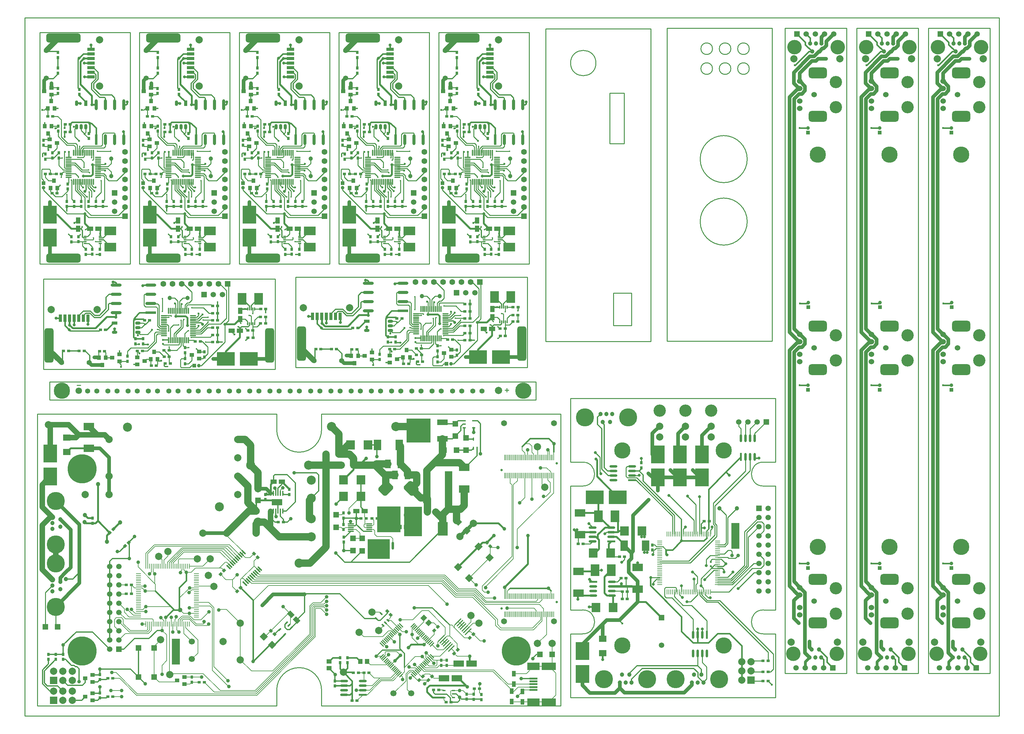
<source format=gtl>
%FSLAX25Y25*%
%MOIN*%
G70*
G01*
G75*
G04 Layer_Physical_Order=1*
G04 Layer_Color=255*
G04:AMPARAMS|DCode=10|XSize=118.11mil|YSize=196.85mil|CornerRadius=29.53mil|HoleSize=0mil|Usage=FLASHONLY|Rotation=90.000|XOffset=0mil|YOffset=0mil|HoleType=Round|Shape=RoundedRectangle|*
%AMROUNDEDRECTD10*
21,1,0.11811,0.13780,0,0,90.0*
21,1,0.05906,0.19685,0,0,90.0*
1,1,0.05906,0.06890,0.02953*
1,1,0.05906,0.06890,-0.02953*
1,1,0.05906,-0.06890,-0.02953*
1,1,0.05906,-0.06890,0.02953*
%
%ADD10ROUNDEDRECTD10*%
%ADD11R,0.03000X0.03543*%
%ADD12R,0.03543X0.03000*%
%ADD13O,0.07087X0.01181*%
%ADD14O,0.01181X0.07087*%
%ADD15O,0.03543X0.05906*%
%ADD16R,0.03543X0.05906*%
%ADD17R,0.04921X0.03937*%
%ADD18R,0.03937X0.04921*%
%ADD19R,0.12598X0.09449*%
%ADD20R,0.15000X0.19685*%
%ADD21R,0.06693X0.05000*%
%ADD22R,0.05000X0.06693*%
%ADD23O,0.03150X0.11811*%
%ADD24R,0.03150X0.11811*%
%ADD25R,0.07874X0.03543*%
%ADD26R,0.03543X0.01181*%
%ADD27O,0.03543X0.01181*%
%ADD28R,0.06299X0.06000*%
%ADD29O,0.08661X0.02362*%
%ADD30R,0.08661X0.02362*%
G04:AMPARAMS|DCode=31|XSize=94.49mil|YSize=13.78mil|CornerRadius=0mil|HoleSize=0mil|Usage=FLASHONLY|Rotation=225.000|XOffset=0mil|YOffset=0mil|HoleType=Round|Shape=Round|*
%AMOVALD31*
21,1,0.08071,0.01378,0.00000,0.00000,225.0*
1,1,0.01378,0.02854,0.02854*
1,1,0.01378,-0.02854,-0.02854*
%
%ADD31OVALD31*%

G04:AMPARAMS|DCode=32|XSize=94.49mil|YSize=13.78mil|CornerRadius=0mil|HoleSize=0mil|Usage=FLASHONLY|Rotation=225.000|XOffset=0mil|YOffset=0mil|HoleType=Round|Shape=Rectangle|*
%AMROTATEDRECTD32*
4,1,4,0.02854,0.03828,0.03828,0.02854,-0.02854,-0.03828,-0.03828,-0.02854,0.02854,0.03828,0.0*
%
%ADD32ROTATEDRECTD32*%

G04:AMPARAMS|DCode=33|XSize=9.84mil|YSize=59.06mil|CornerRadius=0mil|HoleSize=0mil|Usage=FLASHONLY|Rotation=225.000|XOffset=0mil|YOffset=0mil|HoleType=Round|Shape=Rectangle|*
%AMROTATEDRECTD33*
4,1,4,-0.01740,0.02436,0.02436,-0.01740,0.01740,-0.02436,-0.02436,0.01740,-0.01740,0.02436,0.0*
%
%ADD33ROTATEDRECTD33*%

G04:AMPARAMS|DCode=34|XSize=9.84mil|YSize=59.06mil|CornerRadius=0mil|HoleSize=0mil|Usage=FLASHONLY|Rotation=135.000|XOffset=0mil|YOffset=0mil|HoleType=Round|Shape=Rectangle|*
%AMROTATEDRECTD34*
4,1,4,0.02436,0.01740,-0.01740,-0.02436,-0.02436,-0.01740,0.01740,0.02436,0.02436,0.01740,0.0*
%
%ADD34ROTATEDRECTD34*%

G04:AMPARAMS|DCode=35|XSize=9.84mil|YSize=59.06mil|CornerRadius=0mil|HoleSize=0mil|Usage=FLASHONLY|Rotation=225.000|XOffset=0mil|YOffset=0mil|HoleType=Round|Shape=Round|*
%AMOVALD35*
21,1,0.04921,0.00984,0.00000,0.00000,315.0*
1,1,0.00984,-0.01740,0.01740*
1,1,0.00984,0.01740,-0.01740*
%
%ADD35OVALD35*%

G04:AMPARAMS|DCode=36|XSize=9.84mil|YSize=59.06mil|CornerRadius=0mil|HoleSize=0mil|Usage=FLASHONLY|Rotation=135.000|XOffset=0mil|YOffset=0mil|HoleType=Round|Shape=Round|*
%AMOVALD36*
21,1,0.04921,0.00984,0.00000,0.00000,225.0*
1,1,0.00984,0.01740,0.01740*
1,1,0.00984,-0.01740,-0.01740*
%
%ADD36OVALD36*%

%ADD37R,0.03937X0.05906*%
G04:AMPARAMS|DCode=38|XSize=15.75mil|YSize=35.43mil|CornerRadius=0mil|HoleSize=0mil|Usage=FLASHONLY|Rotation=45.000|XOffset=0mil|YOffset=0mil|HoleType=Round|Shape=Rectangle|*
%AMROTATEDRECTD38*
4,1,4,0.00696,-0.01810,-0.01810,0.00696,-0.00696,0.01810,0.01810,-0.00696,0.00696,-0.01810,0.0*
%
%ADD38ROTATEDRECTD38*%

%ADD39R,0.03543X0.01575*%
%ADD40R,0.11201X0.06500*%
%ADD41R,0.01654X0.05370*%
%ADD42O,0.01654X0.05370*%
%ADD43R,0.01575X0.03543*%
%ADD44O,0.07087X0.01181*%
%ADD45R,0.07087X0.01181*%
%ADD46O,0.05906X0.00984*%
%ADD47O,0.00984X0.05906*%
%ADD48R,0.00984X0.05906*%
G04:AMPARAMS|DCode=49|XSize=35.43mil|YSize=30mil|CornerRadius=0mil|HoleSize=0mil|Usage=FLASHONLY|Rotation=315.000|XOffset=0mil|YOffset=0mil|HoleType=Round|Shape=Rectangle|*
%AMROTATEDRECTD49*
4,1,4,-0.02313,0.00192,-0.00192,0.02313,0.02313,-0.00192,0.00192,-0.02313,-0.02313,0.00192,0.0*
%
%ADD49ROTATEDRECTD49*%

%ADD50R,0.06000X0.06299*%
G04:AMPARAMS|DCode=51|XSize=35.43mil|YSize=30mil|CornerRadius=0mil|HoleSize=0mil|Usage=FLASHONLY|Rotation=225.000|XOffset=0mil|YOffset=0mil|HoleType=Round|Shape=Rectangle|*
%AMROTATEDRECTD51*
4,1,4,0.00192,0.02313,0.02313,0.00192,-0.00192,-0.02313,-0.02313,-0.00192,0.00192,0.02313,0.0*
%
%ADD51ROTATEDRECTD51*%

G04:AMPARAMS|DCode=52|XSize=62.99mil|YSize=60mil|CornerRadius=0mil|HoleSize=0mil|Usage=FLASHONLY|Rotation=135.000|XOffset=0mil|YOffset=0mil|HoleType=Round|Shape=Rectangle|*
%AMROTATEDRECTD52*
4,1,4,0.04348,-0.00106,0.00106,-0.04348,-0.04348,0.00106,-0.00106,0.04348,0.04348,-0.00106,0.0*
%
%ADD52ROTATEDRECTD52*%

%ADD53O,0.02362X0.08661*%
%ADD54R,0.02362X0.08661*%
%ADD55R,0.26378X0.26378*%
%ADD56R,0.11811X0.06496*%
%ADD57R,0.11811X0.07087*%
G04:AMPARAMS|DCode=58|XSize=120.08mil|YSize=144.88mil|CornerRadius=30.02mil|HoleSize=0mil|Usage=FLASHONLY|Rotation=315.000|XOffset=0mil|YOffset=0mil|HoleType=Round|Shape=RoundedRectangle|*
%AMROUNDEDRECTD58*
21,1,0.12008,0.08484,0,0,315.0*
21,1,0.06004,0.14488,0,0,315.0*
1,1,0.06004,-0.00877,-0.05122*
1,1,0.06004,-0.05122,-0.00877*
1,1,0.06004,0.00877,0.05122*
1,1,0.06004,0.05122,0.00877*
%
%ADD58ROUNDEDRECTD58*%
G04:AMPARAMS|DCode=59|XSize=120.08mil|YSize=144.88mil|CornerRadius=30.02mil|HoleSize=0mil|Usage=FLASHONLY|Rotation=45.000|XOffset=0mil|YOffset=0mil|HoleType=Round|Shape=RoundedRectangle|*
%AMROUNDEDRECTD59*
21,1,0.12008,0.08484,0,0,45.0*
21,1,0.06004,0.14488,0,0,45.0*
1,1,0.06004,0.05122,-0.00877*
1,1,0.06004,0.00877,-0.05122*
1,1,0.06004,-0.05122,0.00877*
1,1,0.06004,-0.00877,0.05122*
%
%ADD59ROUNDEDRECTD59*%
%ADD60R,0.13780X0.08071*%
%ADD61R,0.15748X0.08071*%
%ADD62R,0.08858X0.01969*%
G04:AMPARAMS|DCode=63|XSize=51.18mil|YSize=55.12mil|CornerRadius=0mil|HoleSize=0mil|Usage=FLASHONLY|Rotation=135.000|XOffset=0mil|YOffset=0mil|HoleType=Round|Shape=Rectangle|*
%AMROTATEDRECTD63*
4,1,4,0.03758,0.00139,-0.00139,-0.03758,-0.03758,-0.00139,0.00139,0.03758,0.03758,0.00139,0.0*
%
%ADD63ROTATEDRECTD63*%

%ADD64R,0.05118X0.05512*%
%ADD65R,0.09449X0.09843*%
%ADD66R,0.05512X0.05118*%
%ADD67R,0.07874X0.07087*%
%ADD68R,0.11000X0.15000*%
%ADD69R,0.06299X0.06299*%
%ADD70R,0.07874X0.11811*%
%ADD71R,0.06299X0.09449*%
%ADD72R,0.11811X0.07874*%
%ADD73R,0.00906X0.05906*%
%ADD74P,0.08908X4X270.0*%
G04:AMPARAMS|DCode=75|XSize=62.99mil|YSize=15.75mil|CornerRadius=0mil|HoleSize=0mil|Usage=FLASHONLY|Rotation=135.000|XOffset=0mil|YOffset=0mil|HoleType=Round|Shape=Rectangle|*
%AMROTATEDRECTD75*
4,1,4,0.02784,-0.01670,0.01670,-0.02784,-0.02784,0.01670,-0.01670,0.02784,0.02784,-0.01670,0.0*
%
%ADD75ROTATEDRECTD75*%

G04:AMPARAMS|DCode=76|XSize=62.99mil|YSize=15.75mil|CornerRadius=0mil|HoleSize=0mil|Usage=FLASHONLY|Rotation=135.000|XOffset=0mil|YOffset=0mil|HoleType=Round|Shape=Round|*
%AMOVALD76*
21,1,0.04724,0.01575,0.00000,0.00000,135.0*
1,1,0.01575,0.01670,-0.01670*
1,1,0.01575,-0.01670,0.01670*
%
%ADD76OVALD76*%

G04:AMPARAMS|DCode=77|XSize=15.75mil|YSize=35.43mil|CornerRadius=0mil|HoleSize=0mil|Usage=FLASHONLY|Rotation=135.000|XOffset=0mil|YOffset=0mil|HoleType=Round|Shape=Rectangle|*
%AMROTATEDRECTD77*
4,1,4,0.01810,0.00696,-0.00696,-0.01810,-0.01810,-0.00696,0.00696,0.01810,0.01810,0.00696,0.0*
%
%ADD77ROTATEDRECTD77*%

%ADD78P,0.08908X4X180.0*%
G04:AMPARAMS|DCode=79|XSize=66.93mil|YSize=50mil|CornerRadius=0mil|HoleSize=0mil|Usage=FLASHONLY|Rotation=135.000|XOffset=0mil|YOffset=0mil|HoleType=Round|Shape=Rectangle|*
%AMROTATEDRECTD79*
4,1,4,0.04134,-0.00599,0.00599,-0.04134,-0.04134,0.00599,-0.00599,0.04134,0.04134,-0.00599,0.0*
%
%ADD79ROTATEDRECTD79*%

%ADD80R,0.05906X0.00984*%
%ADD81R,0.09449X0.12598*%
%ADD82R,0.19685X0.15000*%
%ADD83O,0.05906X0.03543*%
%ADD84R,0.05906X0.03543*%
%ADD85O,0.11811X0.03150*%
%ADD86R,0.11811X0.03150*%
%ADD87R,0.03543X0.07874*%
%ADD88R,0.01181X0.03543*%
%ADD89O,0.01181X0.03543*%
%ADD90C,0.03937*%
%ADD91C,0.01575*%
%ADD92C,0.03150*%
%ADD93C,0.01000*%
%ADD94C,0.01181*%
%ADD95C,0.01969*%
%ADD96C,0.05906*%
%ADD97C,0.00787*%
%ADD98C,0.07874*%
%ADD99C,0.02756*%
%ADD100R,0.25197X0.27953*%
%ADD101R,0.19685X0.32283*%
%ADD102R,0.24016X0.21260*%
%ADD103R,0.08858X0.27953*%
%ADD104C,0.17716*%
%ADD105C,0.05906*%
%ADD106R,0.05906X0.05906*%
%ADD107C,0.04724*%
%ADD108C,0.15748*%
%ADD109R,0.03937X0.03937*%
%ADD110C,0.03937*%
%ADD111C,0.06000*%
%ADD112C,0.13386*%
%ADD113C,0.07874*%
%ADD114C,0.05512*%
%ADD115C,0.06299*%
G04:AMPARAMS|DCode=116|XSize=374.02mil|YSize=98.43mil|CornerRadius=24.61mil|HoleSize=0mil|Usage=FLASHONLY|Rotation=180.000|XOffset=0mil|YOffset=0mil|HoleType=Round|Shape=RoundedRectangle|*
%AMROUNDEDRECTD116*
21,1,0.37402,0.04921,0,0,180.0*
21,1,0.32480,0.09843,0,0,180.0*
1,1,0.04921,-0.16240,0.02461*
1,1,0.04921,0.16240,0.02461*
1,1,0.04921,0.16240,-0.02461*
1,1,0.04921,-0.16240,-0.02461*
%
%ADD116ROUNDEDRECTD116*%
%ADD117R,0.05906X0.05906*%
%ADD118C,0.06693*%
%ADD119C,0.09843*%
%ADD120C,0.10000*%
%ADD121C,0.19685*%
%ADD122C,0.31496*%
%ADD123R,0.07874X0.07874*%
%ADD124C,0.06496*%
%ADD125C,0.02559*%
%ADD126R,0.07874X0.07874*%
%ADD127R,0.03937X0.03937*%
%ADD128R,0.06299X0.06299*%
G04:AMPARAMS|DCode=129|XSize=374.02mil|YSize=98.43mil|CornerRadius=24.61mil|HoleSize=0mil|Usage=FLASHONLY|Rotation=270.000|XOffset=0mil|YOffset=0mil|HoleType=Round|Shape=RoundedRectangle|*
%AMROUNDEDRECTD129*
21,1,0.37402,0.04921,0,0,270.0*
21,1,0.32480,0.09843,0,0,270.0*
1,1,0.04921,-0.02461,-0.16240*
1,1,0.04921,-0.02461,0.16240*
1,1,0.04921,0.02461,0.16240*
1,1,0.04921,0.02461,-0.16240*
%
%ADD129ROUNDEDRECTD129*%
%ADD130C,0.05500*%
%ADD131C,0.03150*%
%ADD132C,0.02362*%
%ADD133C,0.01575*%
%ADD134C,0.05000*%
%ADD135C,0.07087*%
D10*
X1018504Y652799D02*
D03*
Y700043D02*
D03*
Y377209D02*
D03*
Y424453D02*
D03*
Y101618D02*
D03*
Y148862D02*
D03*
X940504Y652799D02*
D03*
Y700043D02*
D03*
Y377209D02*
D03*
Y424453D02*
D03*
Y101618D02*
D03*
Y148862D02*
D03*
X862504Y652799D02*
D03*
Y700043D02*
D03*
Y377209D02*
D03*
Y424453D02*
D03*
Y101618D02*
D03*
Y148862D02*
D03*
D11*
X480496Y579189D02*
D03*
Y573689D02*
D03*
X470811Y613114D02*
D03*
Y607614D02*
D03*
X503488Y628728D02*
D03*
Y634228D02*
D03*
X492465Y516445D02*
D03*
Y521945D02*
D03*
X507189Y508153D02*
D03*
Y502654D02*
D03*
X515772Y507996D02*
D03*
Y502496D02*
D03*
X484592Y521746D02*
D03*
Y516246D02*
D03*
X456402Y611776D02*
D03*
Y606276D02*
D03*
X463866Y607488D02*
D03*
Y612988D02*
D03*
X470126Y722433D02*
D03*
Y716933D02*
D03*
X493161Y676752D02*
D03*
Y682252D02*
D03*
X479709Y560291D02*
D03*
Y554791D02*
D03*
X469854Y677740D02*
D03*
Y683240D02*
D03*
X454197Y621472D02*
D03*
Y626972D02*
D03*
X487583Y560291D02*
D03*
Y554791D02*
D03*
X495457Y560291D02*
D03*
Y554791D02*
D03*
X503331Y560291D02*
D03*
Y554791D02*
D03*
X511205Y560291D02*
D03*
Y554791D02*
D03*
X519079Y560291D02*
D03*
Y554791D02*
D03*
X470024Y699898D02*
D03*
Y705398D02*
D03*
X500260Y502575D02*
D03*
Y508075D02*
D03*
X470260Y636669D02*
D03*
Y642169D02*
D03*
X371996Y579189D02*
D03*
Y573689D02*
D03*
X362311Y613114D02*
D03*
Y607614D02*
D03*
X394988Y628728D02*
D03*
Y634228D02*
D03*
X383965Y516445D02*
D03*
Y521945D02*
D03*
X398689Y508153D02*
D03*
Y502654D02*
D03*
X407272Y507996D02*
D03*
Y502496D02*
D03*
X376092Y521746D02*
D03*
Y516246D02*
D03*
X347902Y611776D02*
D03*
Y606276D02*
D03*
X355366Y607488D02*
D03*
Y612988D02*
D03*
X361626Y722433D02*
D03*
Y716933D02*
D03*
X384661Y676752D02*
D03*
Y682252D02*
D03*
X371209Y560291D02*
D03*
Y554791D02*
D03*
X361354Y677740D02*
D03*
Y683240D02*
D03*
X345697Y621472D02*
D03*
Y626972D02*
D03*
X379083Y560291D02*
D03*
Y554791D02*
D03*
X386957Y560291D02*
D03*
Y554791D02*
D03*
X394831Y560291D02*
D03*
Y554791D02*
D03*
X402705Y560291D02*
D03*
Y554791D02*
D03*
X410579Y560291D02*
D03*
Y554791D02*
D03*
X361524Y699898D02*
D03*
Y705398D02*
D03*
X391760Y502575D02*
D03*
Y508075D02*
D03*
X361760Y636669D02*
D03*
Y642169D02*
D03*
X81756Y45181D02*
D03*
Y39681D02*
D03*
X347000Y189370D02*
D03*
Y194870D02*
D03*
X350874Y63622D02*
D03*
Y58122D02*
D03*
X342874Y63622D02*
D03*
Y58122D02*
D03*
X25756Y67181D02*
D03*
Y61681D02*
D03*
X81756Y25181D02*
D03*
Y19681D02*
D03*
X33756Y67181D02*
D03*
Y61681D02*
D03*
X41756Y67181D02*
D03*
Y61681D02*
D03*
X287756Y241181D02*
D03*
Y246681D02*
D03*
X181646Y36961D02*
D03*
Y42461D02*
D03*
X337425Y32693D02*
D03*
Y38193D02*
D03*
X452953Y55181D02*
D03*
Y60681D02*
D03*
X458953Y55181D02*
D03*
Y60681D02*
D03*
X480638Y23890D02*
D03*
Y18390D02*
D03*
X488370Y23795D02*
D03*
Y18295D02*
D03*
X496638Y17890D02*
D03*
Y23390D02*
D03*
X261756Y241181D02*
D03*
Y235681D02*
D03*
X346480Y220976D02*
D03*
Y215476D02*
D03*
Y202976D02*
D03*
Y208476D02*
D03*
X73724Y209874D02*
D03*
Y215374D02*
D03*
X36260Y636669D02*
D03*
Y642169D02*
D03*
X66260Y502575D02*
D03*
Y508075D02*
D03*
X36024Y699898D02*
D03*
Y705398D02*
D03*
X85079Y560291D02*
D03*
Y554791D02*
D03*
X77205Y560291D02*
D03*
Y554791D02*
D03*
X69331Y560291D02*
D03*
Y554791D02*
D03*
X61457Y560291D02*
D03*
Y554791D02*
D03*
X53583Y560291D02*
D03*
Y554791D02*
D03*
X20197Y621472D02*
D03*
Y626972D02*
D03*
X35855Y677740D02*
D03*
Y683240D02*
D03*
X45709Y560291D02*
D03*
Y554791D02*
D03*
X59161Y676752D02*
D03*
Y682252D02*
D03*
X36126Y722433D02*
D03*
Y716933D02*
D03*
X29866Y607488D02*
D03*
Y612988D02*
D03*
X22402Y611776D02*
D03*
Y606276D02*
D03*
X50592Y521746D02*
D03*
Y516246D02*
D03*
X81772Y507996D02*
D03*
Y502496D02*
D03*
X73189Y508153D02*
D03*
Y502654D02*
D03*
X58465Y516445D02*
D03*
Y521945D02*
D03*
X69488Y628728D02*
D03*
Y634228D02*
D03*
X36811Y613114D02*
D03*
Y607614D02*
D03*
X46496Y579189D02*
D03*
Y573689D02*
D03*
X144760Y636669D02*
D03*
Y642169D02*
D03*
X174760Y502575D02*
D03*
Y508075D02*
D03*
X144524Y699898D02*
D03*
Y705398D02*
D03*
X193579Y560291D02*
D03*
Y554791D02*
D03*
X185705Y560291D02*
D03*
Y554791D02*
D03*
X177831Y560291D02*
D03*
Y554791D02*
D03*
X169957Y560291D02*
D03*
Y554791D02*
D03*
X162083Y560291D02*
D03*
Y554791D02*
D03*
X128697Y621472D02*
D03*
Y626972D02*
D03*
X144354Y677740D02*
D03*
Y683240D02*
D03*
X154209Y560291D02*
D03*
Y554791D02*
D03*
X167661Y676752D02*
D03*
Y682252D02*
D03*
X144626Y722433D02*
D03*
Y716933D02*
D03*
X138366Y607488D02*
D03*
Y612988D02*
D03*
X130902Y611776D02*
D03*
Y606276D02*
D03*
X159092Y521746D02*
D03*
Y516246D02*
D03*
X190272Y507996D02*
D03*
Y502496D02*
D03*
X181689Y508153D02*
D03*
Y502654D02*
D03*
X166965Y516445D02*
D03*
Y521945D02*
D03*
X177988Y628728D02*
D03*
Y634228D02*
D03*
X145311Y613114D02*
D03*
Y607614D02*
D03*
X154996Y579189D02*
D03*
Y573689D02*
D03*
X253260Y636669D02*
D03*
Y642169D02*
D03*
X283260Y502575D02*
D03*
Y508075D02*
D03*
X253024Y699898D02*
D03*
Y705398D02*
D03*
X302079Y560291D02*
D03*
Y554791D02*
D03*
X294205Y560291D02*
D03*
Y554791D02*
D03*
X286331Y560291D02*
D03*
Y554791D02*
D03*
X278457Y560291D02*
D03*
Y554791D02*
D03*
X270583Y560291D02*
D03*
Y554791D02*
D03*
X237197Y621472D02*
D03*
Y626972D02*
D03*
X252854Y677740D02*
D03*
Y683240D02*
D03*
X262709Y560291D02*
D03*
Y554791D02*
D03*
X276161Y676752D02*
D03*
Y682252D02*
D03*
X253126Y722433D02*
D03*
Y716933D02*
D03*
X246866Y607488D02*
D03*
Y612988D02*
D03*
X239402Y611776D02*
D03*
Y606276D02*
D03*
X267592Y521746D02*
D03*
Y516246D02*
D03*
X298772Y507996D02*
D03*
Y502496D02*
D03*
X290189Y508153D02*
D03*
Y502654D02*
D03*
X275465Y516445D02*
D03*
Y521945D02*
D03*
X286488Y628728D02*
D03*
Y634228D02*
D03*
X253811Y613114D02*
D03*
Y607614D02*
D03*
X263496Y579189D02*
D03*
Y573689D02*
D03*
X670547Y275776D02*
D03*
Y270276D02*
D03*
X682547Y180776D02*
D03*
Y186276D02*
D03*
X448945Y397543D02*
D03*
Y403043D02*
D03*
X469890Y392898D02*
D03*
Y398398D02*
D03*
X448945Y390984D02*
D03*
Y385484D02*
D03*
X394929Y412650D02*
D03*
Y407150D02*
D03*
X403276Y412650D02*
D03*
Y407150D02*
D03*
X386032Y388173D02*
D03*
Y393673D02*
D03*
X174445Y395543D02*
D03*
Y401043D02*
D03*
X195390Y390898D02*
D03*
Y396398D02*
D03*
X174445Y388984D02*
D03*
Y383484D02*
D03*
X120429Y410650D02*
D03*
Y405150D02*
D03*
X128776Y410650D02*
D03*
Y405150D02*
D03*
X111531Y386173D02*
D03*
Y391673D02*
D03*
D12*
X468224Y590055D02*
D03*
X473724D02*
D03*
X463579Y569110D02*
D03*
X469079D02*
D03*
X461665Y590055D02*
D03*
X456165D02*
D03*
X483331Y644071D02*
D03*
X477831D02*
D03*
X483331Y635724D02*
D03*
X477831D02*
D03*
X458854Y652969D02*
D03*
X464354D02*
D03*
X359724Y590055D02*
D03*
X365224D02*
D03*
X355079Y569110D02*
D03*
X360579D02*
D03*
X353165Y590055D02*
D03*
X347665D02*
D03*
X374831Y644071D02*
D03*
X369331D02*
D03*
X374831Y635724D02*
D03*
X369331D02*
D03*
X350354Y652969D02*
D03*
X355854D02*
D03*
X95756Y41181D02*
D03*
X90256D02*
D03*
X368953Y47181D02*
D03*
X374453D02*
D03*
X361425Y16693D02*
D03*
X355925D02*
D03*
X362953Y47181D02*
D03*
X357453D02*
D03*
X95756Y21181D02*
D03*
X90256D02*
D03*
X275756Y211181D02*
D03*
X281256D02*
D03*
X377756Y215181D02*
D03*
X383256D02*
D03*
X189709Y36835D02*
D03*
X195209D02*
D03*
X494638Y29890D02*
D03*
X489138D02*
D03*
X450260Y28331D02*
D03*
X444760D02*
D03*
X458228Y15181D02*
D03*
X463728D02*
D03*
X365756Y215181D02*
D03*
X371256D02*
D03*
X115823Y133181D02*
D03*
X110323D02*
D03*
X115823Y142850D02*
D03*
X110323D02*
D03*
X24854Y652969D02*
D03*
X30354D02*
D03*
X49331Y635724D02*
D03*
X43831D02*
D03*
X49331Y644071D02*
D03*
X43831D02*
D03*
X27665Y590055D02*
D03*
X22165D02*
D03*
X29579Y569110D02*
D03*
X35079D02*
D03*
X34224Y590055D02*
D03*
X39724D02*
D03*
X133354Y652969D02*
D03*
X138854D02*
D03*
X157831Y635724D02*
D03*
X152331D02*
D03*
X157831Y644071D02*
D03*
X152331D02*
D03*
X136165Y590055D02*
D03*
X130665D02*
D03*
X138079Y569110D02*
D03*
X143579D02*
D03*
X142724Y590055D02*
D03*
X148224D02*
D03*
X241854Y652969D02*
D03*
X247354D02*
D03*
X266331Y635724D02*
D03*
X260831D02*
D03*
X266331Y644071D02*
D03*
X260831D02*
D03*
X244665Y590055D02*
D03*
X239165D02*
D03*
X246579Y569110D02*
D03*
X252079D02*
D03*
X251224Y590055D02*
D03*
X256724D02*
D03*
X652350Y173606D02*
D03*
X646850D02*
D03*
X808547Y60276D02*
D03*
X803047D02*
D03*
X808547Y48276D02*
D03*
X803047D02*
D03*
X808547Y38276D02*
D03*
X803047D02*
D03*
X655319Y135350D02*
D03*
X649819D02*
D03*
X648547Y150276D02*
D03*
X654047D02*
D03*
X739047Y212276D02*
D03*
X744547D02*
D03*
X655319Y127350D02*
D03*
X649819D02*
D03*
X601850Y187606D02*
D03*
X607350D02*
D03*
X459811Y409815D02*
D03*
X465311D02*
D03*
X425886Y400130D02*
D03*
X431386D02*
D03*
X410272Y432807D02*
D03*
X404772D02*
D03*
X522555Y421783D02*
D03*
X517055D02*
D03*
X530847Y436508D02*
D03*
X536346D02*
D03*
X531004Y445090D02*
D03*
X536504D02*
D03*
X517254Y413911D02*
D03*
X522754D02*
D03*
X427224Y385720D02*
D03*
X432724D02*
D03*
X431512Y393185D02*
D03*
X426012D02*
D03*
X316567Y399445D02*
D03*
X322067D02*
D03*
X362248Y422480D02*
D03*
X356748D02*
D03*
X478709Y409028D02*
D03*
X484209D02*
D03*
X361260Y399173D02*
D03*
X355760D02*
D03*
X417528Y383516D02*
D03*
X412028D02*
D03*
X478709Y416902D02*
D03*
X484209D02*
D03*
X478709Y424776D02*
D03*
X484209D02*
D03*
X478709Y432650D02*
D03*
X484209D02*
D03*
X478709Y440524D02*
D03*
X484209D02*
D03*
X478709Y448398D02*
D03*
X484209D02*
D03*
X339102Y399342D02*
D03*
X333602D02*
D03*
X536425Y429579D02*
D03*
X530925D02*
D03*
X402331Y399579D02*
D03*
X396831D02*
D03*
X185311Y407815D02*
D03*
X190811D02*
D03*
X151386Y398130D02*
D03*
X156886D02*
D03*
X135772Y430807D02*
D03*
X130272D02*
D03*
X248055Y419783D02*
D03*
X242555D02*
D03*
X256347Y434508D02*
D03*
X261846D02*
D03*
X256504Y443090D02*
D03*
X262004D02*
D03*
X242754Y411911D02*
D03*
X248254D02*
D03*
X152724Y383720D02*
D03*
X158224D02*
D03*
X157012Y391185D02*
D03*
X151512D02*
D03*
X42067Y397445D02*
D03*
X47567D02*
D03*
X87748Y420480D02*
D03*
X82248D02*
D03*
X204209Y407028D02*
D03*
X209709D02*
D03*
X86760Y397173D02*
D03*
X81260D02*
D03*
X143028Y381516D02*
D03*
X137528D02*
D03*
X204209Y414902D02*
D03*
X209709D02*
D03*
X204209Y422776D02*
D03*
X209709D02*
D03*
X204209Y430650D02*
D03*
X209709D02*
D03*
X204209Y438524D02*
D03*
X209709D02*
D03*
X204209Y446398D02*
D03*
X209709D02*
D03*
X64602Y397342D02*
D03*
X59102D02*
D03*
X261925Y427579D02*
D03*
X256425D02*
D03*
X127831Y397579D02*
D03*
X122331D02*
D03*
D13*
X513679Y586502D02*
D03*
Y588470D02*
D03*
Y590439D02*
D03*
Y592407D02*
D03*
Y594376D02*
D03*
Y596344D02*
D03*
Y598313D02*
D03*
Y600281D02*
D03*
Y602250D02*
D03*
Y604218D02*
D03*
Y606187D02*
D03*
Y608155D02*
D03*
X481789D02*
D03*
Y606187D02*
D03*
Y604218D02*
D03*
Y602250D02*
D03*
Y600281D02*
D03*
Y598313D02*
D03*
Y596344D02*
D03*
Y594376D02*
D03*
Y592407D02*
D03*
Y590439D02*
D03*
Y588470D02*
D03*
Y586502D02*
D03*
X405179D02*
D03*
Y588470D02*
D03*
Y590439D02*
D03*
Y592407D02*
D03*
Y594376D02*
D03*
Y596344D02*
D03*
Y598313D02*
D03*
Y600281D02*
D03*
Y602250D02*
D03*
Y604218D02*
D03*
Y606187D02*
D03*
Y608155D02*
D03*
X373289D02*
D03*
Y606187D02*
D03*
Y604218D02*
D03*
Y602250D02*
D03*
Y600281D02*
D03*
Y598313D02*
D03*
Y596344D02*
D03*
Y594376D02*
D03*
Y592407D02*
D03*
Y590439D02*
D03*
Y588470D02*
D03*
Y586502D02*
D03*
X79679D02*
D03*
Y588470D02*
D03*
Y590439D02*
D03*
Y592407D02*
D03*
Y594376D02*
D03*
Y596344D02*
D03*
Y598313D02*
D03*
Y600281D02*
D03*
Y602250D02*
D03*
Y604218D02*
D03*
Y606187D02*
D03*
Y608155D02*
D03*
X47789D02*
D03*
Y606187D02*
D03*
Y604218D02*
D03*
Y602250D02*
D03*
Y600281D02*
D03*
Y598313D02*
D03*
Y596344D02*
D03*
Y594376D02*
D03*
Y592407D02*
D03*
Y590439D02*
D03*
Y588470D02*
D03*
Y586502D02*
D03*
X188179D02*
D03*
Y588470D02*
D03*
Y590439D02*
D03*
Y592407D02*
D03*
Y594376D02*
D03*
Y596344D02*
D03*
Y598313D02*
D03*
Y600281D02*
D03*
Y602250D02*
D03*
Y604218D02*
D03*
Y606187D02*
D03*
Y608155D02*
D03*
X156289D02*
D03*
Y606187D02*
D03*
Y604218D02*
D03*
Y602250D02*
D03*
Y600281D02*
D03*
Y598313D02*
D03*
Y596344D02*
D03*
Y594376D02*
D03*
Y592407D02*
D03*
Y590439D02*
D03*
Y588470D02*
D03*
Y586502D02*
D03*
X296679D02*
D03*
Y588470D02*
D03*
Y590439D02*
D03*
Y592407D02*
D03*
Y594376D02*
D03*
Y596344D02*
D03*
Y598313D02*
D03*
Y600281D02*
D03*
Y602250D02*
D03*
Y604218D02*
D03*
Y606187D02*
D03*
Y608155D02*
D03*
X264789D02*
D03*
Y606187D02*
D03*
Y604218D02*
D03*
Y602250D02*
D03*
Y600281D02*
D03*
Y598313D02*
D03*
Y596344D02*
D03*
Y594376D02*
D03*
Y592407D02*
D03*
Y590439D02*
D03*
Y588470D02*
D03*
Y586502D02*
D03*
X425727Y437880D02*
D03*
Y435911D02*
D03*
Y433943D02*
D03*
Y431974D02*
D03*
Y430006D02*
D03*
Y428037D02*
D03*
Y426068D02*
D03*
Y424100D02*
D03*
Y422131D02*
D03*
Y420163D02*
D03*
Y418194D02*
D03*
Y416226D02*
D03*
X457617D02*
D03*
Y418194D02*
D03*
Y420163D02*
D03*
Y422131D02*
D03*
Y424100D02*
D03*
Y426068D02*
D03*
Y428037D02*
D03*
Y430006D02*
D03*
Y431974D02*
D03*
Y433943D02*
D03*
Y435911D02*
D03*
Y437880D02*
D03*
X151227Y435880D02*
D03*
Y433911D02*
D03*
Y431943D02*
D03*
Y429974D02*
D03*
Y428006D02*
D03*
Y426037D02*
D03*
Y424068D02*
D03*
Y422100D02*
D03*
Y420131D02*
D03*
Y418163D02*
D03*
Y416194D02*
D03*
Y414226D02*
D03*
X183116D02*
D03*
Y416194D02*
D03*
Y418163D02*
D03*
Y420131D02*
D03*
Y422100D02*
D03*
Y424068D02*
D03*
Y426037D02*
D03*
Y428006D02*
D03*
Y429974D02*
D03*
Y431943D02*
D03*
Y433911D02*
D03*
Y435880D02*
D03*
D14*
X508561Y613273D02*
D03*
X506592D02*
D03*
X504624D02*
D03*
X502655D02*
D03*
X500687D02*
D03*
X498718D02*
D03*
X496750D02*
D03*
X494781D02*
D03*
X492813D02*
D03*
X490844D02*
D03*
X488876D02*
D03*
X486907D02*
D03*
Y581384D02*
D03*
X488876D02*
D03*
X490844D02*
D03*
X492813D02*
D03*
X494781D02*
D03*
X496750D02*
D03*
X498718D02*
D03*
X500687D02*
D03*
X502655D02*
D03*
X504624D02*
D03*
X506592D02*
D03*
X508561D02*
D03*
X400061Y613273D02*
D03*
X398092D02*
D03*
X396124D02*
D03*
X394155D02*
D03*
X392187D02*
D03*
X390218D02*
D03*
X388250D02*
D03*
X386281D02*
D03*
X384313D02*
D03*
X382344D02*
D03*
X380376D02*
D03*
X378407D02*
D03*
Y581384D02*
D03*
X380376D02*
D03*
X382344D02*
D03*
X384313D02*
D03*
X386281D02*
D03*
X388250D02*
D03*
X390218D02*
D03*
X392187D02*
D03*
X394155D02*
D03*
X396124D02*
D03*
X398092D02*
D03*
X400061D02*
D03*
X74561Y613273D02*
D03*
X72592D02*
D03*
X70624D02*
D03*
X68655D02*
D03*
X66687D02*
D03*
X64718D02*
D03*
X62750D02*
D03*
X60781D02*
D03*
X58813D02*
D03*
X56844D02*
D03*
X54876D02*
D03*
X52907D02*
D03*
Y581384D02*
D03*
X54876D02*
D03*
X56844D02*
D03*
X58813D02*
D03*
X60781D02*
D03*
X62750D02*
D03*
X64718D02*
D03*
X66687D02*
D03*
X68655D02*
D03*
X70624D02*
D03*
X72592D02*
D03*
X74561D02*
D03*
X183061Y613273D02*
D03*
X181092D02*
D03*
X179124D02*
D03*
X177155D02*
D03*
X175187D02*
D03*
X173218D02*
D03*
X171250D02*
D03*
X169281D02*
D03*
X167313D02*
D03*
X165344D02*
D03*
X163376D02*
D03*
X161407D02*
D03*
Y581384D02*
D03*
X163376D02*
D03*
X165344D02*
D03*
X167313D02*
D03*
X169281D02*
D03*
X171250D02*
D03*
X173218D02*
D03*
X175187D02*
D03*
X177155D02*
D03*
X179124D02*
D03*
X181092D02*
D03*
X183061D02*
D03*
X291561Y613273D02*
D03*
X289592D02*
D03*
X287624D02*
D03*
X285655D02*
D03*
X283687D02*
D03*
X281718D02*
D03*
X279750D02*
D03*
X277781D02*
D03*
X275813D02*
D03*
X273844D02*
D03*
X271876D02*
D03*
X269907D02*
D03*
Y581384D02*
D03*
X271876D02*
D03*
X273844D02*
D03*
X275813D02*
D03*
X277781D02*
D03*
X279750D02*
D03*
X281718D02*
D03*
X283687D02*
D03*
X285655D02*
D03*
X287624D02*
D03*
X289592D02*
D03*
X291561D02*
D03*
X452498Y442998D02*
D03*
X450530D02*
D03*
X448561D02*
D03*
X446593D02*
D03*
X444624D02*
D03*
X442656D02*
D03*
X440687D02*
D03*
X438719D02*
D03*
X436750D02*
D03*
X434782D02*
D03*
X432813D02*
D03*
X430845D02*
D03*
Y411108D02*
D03*
X432813D02*
D03*
X434782D02*
D03*
X436750D02*
D03*
X438719D02*
D03*
X440687D02*
D03*
X442656D02*
D03*
X444624D02*
D03*
X446593D02*
D03*
X448561D02*
D03*
X450530D02*
D03*
X452498D02*
D03*
X177998Y440998D02*
D03*
X176030D02*
D03*
X174061D02*
D03*
X172093D02*
D03*
X170124D02*
D03*
X168156D02*
D03*
X166187D02*
D03*
X164219D02*
D03*
X162250D02*
D03*
X160282D02*
D03*
X158313D02*
D03*
X156345D02*
D03*
Y409108D02*
D03*
X158313D02*
D03*
X160282D02*
D03*
X162250D02*
D03*
X164219D02*
D03*
X166187D02*
D03*
X168156D02*
D03*
X170124D02*
D03*
X172093D02*
D03*
X174061D02*
D03*
X176030D02*
D03*
X177998D02*
D03*
D15*
X490457Y641409D02*
D03*
Y667000D02*
D03*
X500457Y641409D02*
D03*
X495457D02*
D03*
X381957D02*
D03*
Y667000D02*
D03*
X391957Y641409D02*
D03*
X386957D02*
D03*
X56457D02*
D03*
Y667000D02*
D03*
X66457Y641409D02*
D03*
X61457D02*
D03*
X164957D02*
D03*
Y667000D02*
D03*
X174957Y641409D02*
D03*
X169957D02*
D03*
X273457D02*
D03*
Y667000D02*
D03*
X283457Y641409D02*
D03*
X278457D02*
D03*
D16*
X500457Y667000D02*
D03*
X391957D02*
D03*
X66457D02*
D03*
X174957D02*
D03*
X283457D02*
D03*
D17*
X462858Y676444D02*
D03*
Y683944D02*
D03*
X454858Y680244D02*
D03*
X461063Y627650D02*
D03*
Y620150D02*
D03*
X469063Y623850D02*
D03*
X354358Y676444D02*
D03*
Y683944D02*
D03*
X346358Y680244D02*
D03*
X352563Y627650D02*
D03*
Y620150D02*
D03*
X360563Y623850D02*
D03*
X65756Y40981D02*
D03*
X73756Y44681D02*
D03*
Y37181D02*
D03*
X65756Y20981D02*
D03*
X73756Y24681D02*
D03*
Y17181D02*
D03*
X165646Y38761D02*
D03*
X173646Y42461D02*
D03*
Y34961D02*
D03*
X27063Y627650D02*
D03*
Y620150D02*
D03*
X35063Y623850D02*
D03*
X28858Y676444D02*
D03*
Y683944D02*
D03*
X20858Y680244D02*
D03*
X135563Y627650D02*
D03*
Y620150D02*
D03*
X143563Y623850D02*
D03*
X137358Y676444D02*
D03*
Y683944D02*
D03*
X129358Y680244D02*
D03*
X244063Y627650D02*
D03*
Y620150D02*
D03*
X252063Y623850D02*
D03*
X245858Y676444D02*
D03*
Y683944D02*
D03*
X237858Y680244D02*
D03*
X464090Y391181D02*
D03*
Y398681D02*
D03*
X456090Y394981D02*
D03*
X404850Y388582D02*
D03*
X396850Y384882D02*
D03*
Y392382D02*
D03*
X377496Y388220D02*
D03*
Y395720D02*
D03*
X369496Y392020D02*
D03*
X189591Y389181D02*
D03*
Y396681D02*
D03*
X181591Y392981D02*
D03*
X130350Y386582D02*
D03*
X122350Y382882D02*
D03*
Y390382D02*
D03*
X102996Y386220D02*
D03*
Y393720D02*
D03*
X94996Y390020D02*
D03*
D18*
X461862Y574909D02*
D03*
X469362D02*
D03*
X465662Y582909D02*
D03*
X459263Y634150D02*
D03*
X455563Y642150D02*
D03*
X463063D02*
D03*
X458901Y661504D02*
D03*
X466401D02*
D03*
X462701Y669504D02*
D03*
X353362Y574909D02*
D03*
X360862D02*
D03*
X357162Y582909D02*
D03*
X350763Y634150D02*
D03*
X347063Y642150D02*
D03*
X354563D02*
D03*
X350401Y661504D02*
D03*
X357901D02*
D03*
X354201Y669504D02*
D03*
X24901Y661504D02*
D03*
X32401D02*
D03*
X28701Y669504D02*
D03*
X25263Y634150D02*
D03*
X21563Y642150D02*
D03*
X29063D02*
D03*
X27862Y574909D02*
D03*
X35362D02*
D03*
X31662Y582909D02*
D03*
X133401Y661504D02*
D03*
X140901D02*
D03*
X137201Y669504D02*
D03*
X133763Y634150D02*
D03*
X130063Y642150D02*
D03*
X137563D02*
D03*
X136362Y574909D02*
D03*
X143862D02*
D03*
X140162Y582909D02*
D03*
X241901Y661504D02*
D03*
X249401D02*
D03*
X245701Y669504D02*
D03*
X242263Y634150D02*
D03*
X238563Y642150D02*
D03*
X246063D02*
D03*
X244862Y574909D02*
D03*
X252362D02*
D03*
X248662Y582909D02*
D03*
X362556Y392177D02*
D03*
X355056D02*
D03*
X358756Y384177D02*
D03*
X411350Y390382D02*
D03*
X418850D02*
D03*
X415150Y398382D02*
D03*
X88056Y390177D02*
D03*
X80556D02*
D03*
X84256Y382177D02*
D03*
X136850Y388382D02*
D03*
X144350D02*
D03*
X140650Y396382D02*
D03*
D19*
X526921Y510347D02*
D03*
Y528063D02*
D03*
X418421Y510347D02*
D03*
Y528063D02*
D03*
X92921Y510347D02*
D03*
Y528063D02*
D03*
X201421Y510347D02*
D03*
Y528063D02*
D03*
X309921Y510347D02*
D03*
Y528063D02*
D03*
D20*
X461457Y520870D02*
D03*
Y545949D02*
D03*
X352957Y520870D02*
D03*
Y545949D02*
D03*
X27756Y260642D02*
D03*
Y285720D02*
D03*
X27457Y520870D02*
D03*
Y545949D02*
D03*
X135957Y520870D02*
D03*
Y545949D02*
D03*
X244457Y520870D02*
D03*
Y545949D02*
D03*
X606547Y70815D02*
D03*
Y45736D02*
D03*
X736547Y259736D02*
D03*
Y284815D02*
D03*
X712547Y259736D02*
D03*
Y284815D02*
D03*
X688547Y259736D02*
D03*
Y284815D02*
D03*
D21*
X504921Y530346D02*
D03*
X513921D02*
D03*
X396421D02*
D03*
X405421D02*
D03*
X270756Y255181D02*
D03*
X279756D02*
D03*
X415732Y205669D02*
D03*
X406732D02*
D03*
X438047Y222063D02*
D03*
X447047D02*
D03*
X360756Y223181D02*
D03*
X369756D02*
D03*
X70921Y530346D02*
D03*
X79921D02*
D03*
X179421D02*
D03*
X188421D02*
D03*
X287921D02*
D03*
X296921D02*
D03*
X508433Y421343D02*
D03*
X499433D02*
D03*
X233933Y419343D02*
D03*
X224933D02*
D03*
D22*
X492024Y530567D02*
D03*
Y539567D02*
D03*
X383524Y530567D02*
D03*
Y539567D02*
D03*
X58024Y530567D02*
D03*
Y539567D02*
D03*
X166524Y530567D02*
D03*
Y539567D02*
D03*
X275024Y530567D02*
D03*
Y539567D02*
D03*
X508653Y434240D02*
D03*
Y443240D02*
D03*
X234154Y432240D02*
D03*
Y441240D02*
D03*
D23*
X541677Y665331D02*
D03*
X531677D02*
D03*
X521677D02*
D03*
X511677D02*
D03*
X541677Y627535D02*
D03*
X531677D02*
D03*
X521677D02*
D03*
X433177Y665331D02*
D03*
X423177D02*
D03*
X413177D02*
D03*
X403177D02*
D03*
X433177Y627535D02*
D03*
X423177D02*
D03*
X413177D02*
D03*
X107677Y665331D02*
D03*
X97677D02*
D03*
X87677D02*
D03*
X77677D02*
D03*
X107677Y627535D02*
D03*
X97677D02*
D03*
X87677D02*
D03*
X216177Y665331D02*
D03*
X206177D02*
D03*
X196177D02*
D03*
X186177D02*
D03*
X216177Y627535D02*
D03*
X206177D02*
D03*
X196177D02*
D03*
X324677Y665331D02*
D03*
X314677D02*
D03*
X304677D02*
D03*
X294677D02*
D03*
X324677Y627535D02*
D03*
X314677D02*
D03*
X304677D02*
D03*
D24*
X511677D02*
D03*
X403177D02*
D03*
X77677D02*
D03*
X186177D02*
D03*
X294677D02*
D03*
D25*
X505929Y720921D02*
D03*
Y715921D02*
D03*
Y710921D02*
D03*
Y700921D02*
D03*
Y725921D02*
D03*
Y705921D02*
D03*
Y695921D02*
D03*
X397429Y720921D02*
D03*
Y715921D02*
D03*
Y710921D02*
D03*
Y700921D02*
D03*
Y725921D02*
D03*
Y705921D02*
D03*
Y695921D02*
D03*
X71929Y720921D02*
D03*
Y715921D02*
D03*
Y710921D02*
D03*
Y700921D02*
D03*
Y725921D02*
D03*
Y705921D02*
D03*
Y695921D02*
D03*
X180429Y720921D02*
D03*
Y715921D02*
D03*
Y710921D02*
D03*
Y700921D02*
D03*
Y725921D02*
D03*
Y705921D02*
D03*
Y695921D02*
D03*
X288929Y720921D02*
D03*
Y715921D02*
D03*
Y710921D02*
D03*
Y700921D02*
D03*
Y725921D02*
D03*
Y705921D02*
D03*
Y695921D02*
D03*
D26*
X515945Y514409D02*
D03*
X407445D02*
D03*
X81945D02*
D03*
X190445D02*
D03*
X298945D02*
D03*
D27*
X515945Y516378D02*
D03*
Y518347D02*
D03*
Y520315D02*
D03*
Y522283D02*
D03*
X499803Y514409D02*
D03*
Y516378D02*
D03*
Y518347D02*
D03*
Y520315D02*
D03*
Y522283D02*
D03*
X407445Y516378D02*
D03*
Y518347D02*
D03*
Y520315D02*
D03*
Y522283D02*
D03*
X391303Y514409D02*
D03*
Y516378D02*
D03*
Y518347D02*
D03*
Y520315D02*
D03*
Y522283D02*
D03*
X81945Y516378D02*
D03*
Y518347D02*
D03*
Y520315D02*
D03*
Y522283D02*
D03*
X65803Y514409D02*
D03*
Y516378D02*
D03*
Y518347D02*
D03*
Y520315D02*
D03*
Y522283D02*
D03*
X190445Y516378D02*
D03*
Y518347D02*
D03*
Y520315D02*
D03*
Y522283D02*
D03*
X174303Y514409D02*
D03*
Y516378D02*
D03*
Y518347D02*
D03*
Y520315D02*
D03*
Y522283D02*
D03*
X298945Y516378D02*
D03*
Y518347D02*
D03*
Y520315D02*
D03*
Y522283D02*
D03*
X282803Y514409D02*
D03*
Y516378D02*
D03*
Y518347D02*
D03*
Y520315D02*
D03*
Y522283D02*
D03*
D28*
X22256Y97181D02*
D03*
X35756D02*
D03*
X469602Y289433D02*
D03*
X456102D02*
D03*
X560256Y67181D02*
D03*
X573756D02*
D03*
X344256Y273181D02*
D03*
X357756D02*
D03*
D29*
X367661Y28193D02*
D03*
Y33193D02*
D03*
Y38193D02*
D03*
X347189Y23193D02*
D03*
Y28193D02*
D03*
Y33193D02*
D03*
Y38193D02*
D03*
X617614Y205106D02*
D03*
Y200106D02*
D03*
Y195106D02*
D03*
Y190106D02*
D03*
X638087Y205106D02*
D03*
Y200106D02*
D03*
Y195106D02*
D03*
X640311Y271776D02*
D03*
Y266776D02*
D03*
Y261776D02*
D03*
Y256776D02*
D03*
X660783Y271776D02*
D03*
Y266776D02*
D03*
Y261776D02*
D03*
X638622Y131217D02*
D03*
Y136216D02*
D03*
Y141217D02*
D03*
Y146216D02*
D03*
X618150Y131217D02*
D03*
Y136216D02*
D03*
Y141217D02*
D03*
D30*
X367661Y23193D02*
D03*
X638087Y190106D02*
D03*
X660783Y256776D02*
D03*
X618150Y146216D02*
D03*
D31*
X452965Y84439D02*
D03*
X454774Y82630D02*
D03*
X456584Y80820D02*
D03*
X458393Y79011D02*
D03*
X460203Y77201D02*
D03*
X462012Y75392D02*
D03*
X463822Y73582D02*
D03*
X471339Y102813D02*
D03*
X473148Y101003D02*
D03*
X474958Y99194D02*
D03*
X476767Y97384D02*
D03*
X478577Y95575D02*
D03*
X480386Y93765D02*
D03*
D32*
X482196Y91956D02*
D03*
D33*
X423378Y45653D02*
D03*
X426162Y48437D02*
D03*
X427554Y49829D02*
D03*
X428946Y51221D02*
D03*
X430338Y52613D02*
D03*
X405004Y94649D02*
D03*
X400829Y90474D02*
D03*
X399437Y89082D02*
D03*
X398045Y87690D02*
D03*
X396653Y86298D02*
D03*
X395261Y84906D02*
D03*
X393869Y83514D02*
D03*
X392477Y82122D02*
D03*
X391085Y80730D02*
D03*
X389693Y79338D02*
D03*
X388301Y77946D02*
D03*
X433121Y55397D02*
D03*
X431730Y54005D02*
D03*
X434514Y56789D02*
D03*
X435905Y58180D02*
D03*
X402220Y91865D02*
D03*
X403612Y93257D02*
D03*
X406396Y96041D02*
D03*
X407788Y97433D02*
D03*
X409180Y98825D02*
D03*
X424770Y47045D02*
D03*
X440081Y62356D02*
D03*
X442865Y65140D02*
D03*
X441473Y63748D02*
D03*
X438689Y60964D02*
D03*
X437297Y59572D02*
D03*
D34*
X440081Y80730D02*
D03*
X430338Y90474D02*
D03*
X428946Y91865D02*
D03*
X388301Y65140D02*
D03*
X389693Y63748D02*
D03*
X392477Y60964D02*
D03*
X393869Y59572D02*
D03*
X395261Y58180D02*
D03*
X396653Y56789D02*
D03*
X398045Y55397D02*
D03*
X399437Y54005D02*
D03*
X400829Y52613D02*
D03*
X391085Y62356D02*
D03*
X402220Y51221D02*
D03*
X403612Y49829D02*
D03*
X405004Y48437D02*
D03*
X427554Y93257D02*
D03*
X426162Y94649D02*
D03*
X424770Y96041D02*
D03*
X423378Y97433D02*
D03*
X421986Y98825D02*
D03*
X406396Y47045D02*
D03*
X407788Y45653D02*
D03*
X433121Y87690D02*
D03*
X434514Y86298D02*
D03*
X431730Y89082D02*
D03*
X437297Y83514D02*
D03*
X438689Y82122D02*
D03*
X441473Y79338D02*
D03*
X435905Y84906D02*
D03*
X442865Y77946D02*
D03*
D35*
X421986Y44261D02*
D03*
D36*
X409180Y44261D02*
D03*
D37*
X529756Y15764D02*
D03*
Y27181D02*
D03*
X531976Y46205D02*
D03*
Y34787D02*
D03*
X541394Y26787D02*
D03*
Y15370D02*
D03*
D38*
X382411Y106111D02*
D03*
X387728Y111428D02*
D03*
X392274Y101554D02*
D03*
X394938Y104218D02*
D03*
X389621Y98901D02*
D03*
D39*
X456047Y20283D02*
D03*
Y27803D02*
D03*
X466244Y24035D02*
D03*
Y27803D02*
D03*
Y20283D02*
D03*
X488299Y321433D02*
D03*
Y313913D02*
D03*
X478102Y317681D02*
D03*
Y313913D02*
D03*
Y321433D02*
D03*
D40*
X274153Y232827D02*
D03*
D41*
X267756Y223181D02*
D03*
D42*
X270315D02*
D03*
X272874D02*
D03*
X275433D02*
D03*
X277992D02*
D03*
X280551D02*
D03*
X267756Y242472D02*
D03*
X270315D02*
D03*
X272874D02*
D03*
X275433D02*
D03*
X277992D02*
D03*
X280551D02*
D03*
D43*
X488102Y301630D02*
D03*
X495622D02*
D03*
X491854Y291433D02*
D03*
X495622D02*
D03*
X488102D02*
D03*
D44*
X374559Y201102D02*
D03*
Y203071D02*
D03*
Y205039D02*
D03*
Y207008D02*
D03*
Y208976D02*
D03*
X354480Y201102D02*
D03*
Y203071D02*
D03*
Y205039D02*
D03*
Y207008D02*
D03*
D45*
Y208976D02*
D03*
D46*
X123803Y107937D02*
D03*
Y109906D02*
D03*
Y111874D02*
D03*
Y113842D02*
D03*
Y115811D02*
D03*
Y117780D02*
D03*
Y119748D02*
D03*
Y121716D02*
D03*
Y123685D02*
D03*
Y125654D02*
D03*
Y127622D02*
D03*
Y129590D02*
D03*
Y131559D02*
D03*
Y133528D02*
D03*
Y135496D02*
D03*
Y137464D02*
D03*
Y139433D02*
D03*
Y141402D02*
D03*
Y143370D02*
D03*
Y145338D02*
D03*
Y147307D02*
D03*
Y149276D02*
D03*
Y151244D02*
D03*
Y153212D02*
D03*
Y155181D02*
D03*
X186795D02*
D03*
Y153212D02*
D03*
Y151244D02*
D03*
Y149276D02*
D03*
Y147307D02*
D03*
Y145338D02*
D03*
Y143370D02*
D03*
Y141402D02*
D03*
Y139433D02*
D03*
Y137464D02*
D03*
Y135496D02*
D03*
Y133528D02*
D03*
Y131559D02*
D03*
Y129590D02*
D03*
Y127622D02*
D03*
Y125654D02*
D03*
Y123685D02*
D03*
Y121716D02*
D03*
Y119748D02*
D03*
Y117780D02*
D03*
Y115811D02*
D03*
Y113842D02*
D03*
Y111874D02*
D03*
Y109906D02*
D03*
Y107937D02*
D03*
X753724Y145126D02*
D03*
Y147095D02*
D03*
Y149063D02*
D03*
Y151032D02*
D03*
Y153000D02*
D03*
Y154969D02*
D03*
Y156937D02*
D03*
Y158906D02*
D03*
Y160874D02*
D03*
Y162843D02*
D03*
Y164811D02*
D03*
Y166780D02*
D03*
Y168748D02*
D03*
Y170717D02*
D03*
Y172685D02*
D03*
Y174654D02*
D03*
Y176622D02*
D03*
Y178591D02*
D03*
Y180559D02*
D03*
Y182528D02*
D03*
Y184496D02*
D03*
Y186465D02*
D03*
Y188433D02*
D03*
Y190402D02*
D03*
X690732D02*
D03*
Y188433D02*
D03*
Y186465D02*
D03*
Y184496D02*
D03*
Y182528D02*
D03*
Y180559D02*
D03*
Y178591D02*
D03*
Y176622D02*
D03*
Y174654D02*
D03*
Y172685D02*
D03*
Y170717D02*
D03*
Y168748D02*
D03*
Y166780D02*
D03*
Y164811D02*
D03*
Y162843D02*
D03*
Y160874D02*
D03*
Y158906D02*
D03*
Y156937D02*
D03*
Y154969D02*
D03*
Y153000D02*
D03*
Y151032D02*
D03*
Y149063D02*
D03*
Y147095D02*
D03*
Y145126D02*
D03*
Y143158D02*
D03*
D47*
X131677Y163055D02*
D03*
X133646D02*
D03*
X135614D02*
D03*
X137583D02*
D03*
X139551D02*
D03*
X141520D02*
D03*
X143488D02*
D03*
X145457D02*
D03*
X147425D02*
D03*
X149394D02*
D03*
X151362D02*
D03*
X153331D02*
D03*
X155299D02*
D03*
X157268D02*
D03*
X159236D02*
D03*
X161205D02*
D03*
X163173D02*
D03*
X165142D02*
D03*
X167110D02*
D03*
X169079D02*
D03*
X171047D02*
D03*
X173016D02*
D03*
X174984D02*
D03*
X176953D02*
D03*
X178921D02*
D03*
Y100063D02*
D03*
X176953D02*
D03*
X174984D02*
D03*
X173016D02*
D03*
X171047D02*
D03*
X169079D02*
D03*
X167110D02*
D03*
X165142D02*
D03*
X163173D02*
D03*
X161205D02*
D03*
X159236D02*
D03*
X157268D02*
D03*
X155299D02*
D03*
X153331D02*
D03*
X151362D02*
D03*
X149394D02*
D03*
X147425D02*
D03*
X145457D02*
D03*
X143488D02*
D03*
X141520D02*
D03*
X139551D02*
D03*
X137583D02*
D03*
X135614D02*
D03*
X133646D02*
D03*
X745850Y198276D02*
D03*
X743882D02*
D03*
X741913D02*
D03*
X739945D02*
D03*
X737976D02*
D03*
X736008D02*
D03*
X734039D02*
D03*
X732071D02*
D03*
X730102D02*
D03*
X728134D02*
D03*
X726165D02*
D03*
X724197D02*
D03*
X722228D02*
D03*
X720260D02*
D03*
X718291D02*
D03*
X716323D02*
D03*
X714354D02*
D03*
X712386D02*
D03*
X710417D02*
D03*
X708449D02*
D03*
X706480D02*
D03*
X704512D02*
D03*
X702543D02*
D03*
X700575D02*
D03*
X698606D02*
D03*
Y135284D02*
D03*
X700575D02*
D03*
X702543D02*
D03*
X704512D02*
D03*
X706480D02*
D03*
X708449D02*
D03*
X710417D02*
D03*
X712386D02*
D03*
X714354D02*
D03*
X716323D02*
D03*
X718291D02*
D03*
X720260D02*
D03*
X722228D02*
D03*
X724197D02*
D03*
X726165D02*
D03*
X728134D02*
D03*
X730102D02*
D03*
X732071D02*
D03*
X734039D02*
D03*
X736008D02*
D03*
X737976D02*
D03*
X739945D02*
D03*
X741913D02*
D03*
X743882D02*
D03*
X745850D02*
D03*
D48*
X131677Y100063D02*
D03*
D49*
X249263Y176809D02*
D03*
X253152Y172920D02*
D03*
X398106Y110214D02*
D03*
X394217Y114103D02*
D03*
X506465Y184945D02*
D03*
X502575Y188834D02*
D03*
X271611Y89030D02*
D03*
X267722Y92919D02*
D03*
D50*
X480102Y302933D02*
D03*
Y289433D02*
D03*
X357000Y193484D02*
D03*
Y179984D02*
D03*
X338480Y205476D02*
D03*
Y218976D02*
D03*
X367000Y179870D02*
D03*
Y193370D02*
D03*
X468197Y318272D02*
D03*
Y304772D02*
D03*
D51*
X449242Y97154D02*
D03*
X445353Y93265D02*
D03*
X216736Y158424D02*
D03*
X212847Y154535D02*
D03*
X230878Y135796D02*
D03*
X234768Y139686D02*
D03*
X487852Y89127D02*
D03*
X483963Y85238D02*
D03*
X470882Y72157D02*
D03*
X466993Y68268D02*
D03*
X432953Y43181D02*
D03*
X429064Y39292D02*
D03*
X442953Y43181D02*
D03*
X439064Y39292D02*
D03*
X92366Y199501D02*
D03*
X96255Y203390D02*
D03*
X112872Y188894D02*
D03*
X108983Y185005D02*
D03*
D52*
X471204Y211445D02*
D03*
X480750Y201899D02*
D03*
D53*
X390232Y185433D02*
D03*
X395232D02*
D03*
X400232D02*
D03*
X385232Y205906D02*
D03*
X390232D02*
D03*
X395232D02*
D03*
X400232D02*
D03*
X794047Y302512D02*
D03*
X789047D02*
D03*
X784047D02*
D03*
X779047D02*
D03*
X794047Y282039D02*
D03*
X789047D02*
D03*
X784047D02*
D03*
X737047Y88512D02*
D03*
X732047D02*
D03*
X727047D02*
D03*
X742047Y68039D02*
D03*
X737047D02*
D03*
X732047D02*
D03*
X727047D02*
D03*
D54*
X385232Y185433D02*
D03*
X779047Y282039D02*
D03*
X742047Y88512D02*
D03*
D55*
X428197Y310772D02*
D03*
D56*
X454378Y301716D02*
D03*
Y319827D02*
D03*
D57*
X455866Y41181D02*
D03*
X470039Y41181D02*
D03*
X471866Y57181D02*
D03*
X486039Y57181D02*
D03*
D58*
X392732Y247669D02*
D03*
X420460Y219942D02*
D03*
D59*
X392732D02*
D03*
X420460Y247669D02*
D03*
D60*
X553394Y54051D02*
D03*
Y15272D02*
D03*
D61*
X570126Y54051D02*
D03*
Y15272D02*
D03*
D62*
X553394Y28362D02*
D03*
Y37811D02*
D03*
Y34661D02*
D03*
Y40961D02*
D03*
Y31512D02*
D03*
D63*
X439342Y101397D02*
D03*
X434053Y106686D02*
D03*
D64*
X372354Y59622D02*
D03*
X364874D02*
D03*
D65*
X373146Y295181D02*
D03*
X354366D02*
D03*
X346760Y239024D02*
D03*
X365539D02*
D03*
Y257024D02*
D03*
X346760D02*
D03*
X637240Y177606D02*
D03*
X618461D02*
D03*
X671240Y201606D02*
D03*
X652461D02*
D03*
X621158Y118276D02*
D03*
X639937D02*
D03*
D66*
X330874Y52142D02*
D03*
Y59622D02*
D03*
D67*
X45756Y287307D02*
D03*
Y303055D02*
D03*
X628547Y68402D02*
D03*
Y84150D02*
D03*
D68*
X426682Y203669D02*
D03*
X454782D02*
D03*
D69*
X253756Y247480D02*
D03*
Y234882D02*
D03*
X123579Y42535D02*
D03*
Y74032D02*
D03*
X140508D02*
D03*
X140508Y42535D02*
D03*
X543016Y543992D02*
D03*
X434516D02*
D03*
X109016D02*
D03*
X217516D02*
D03*
X326016D02*
D03*
D70*
X407378Y295181D02*
D03*
X383756D02*
D03*
X460843Y260676D02*
D03*
X437221D02*
D03*
Y237448D02*
D03*
X460843D02*
D03*
X651850Y185606D02*
D03*
X675472D02*
D03*
D71*
X402566Y262311D02*
D03*
X416346D02*
D03*
X394897Y274546D02*
D03*
X408676D02*
D03*
D72*
X69756Y291559D02*
D03*
Y315181D02*
D03*
X478087Y270756D02*
D03*
Y247134D02*
D03*
X666547Y138276D02*
D03*
Y161898D02*
D03*
X602421Y157378D02*
D03*
Y133756D02*
D03*
X603850Y221228D02*
D03*
Y197606D02*
D03*
D73*
X575362Y261646D02*
D03*
X573787D02*
D03*
X572213D02*
D03*
X567488D02*
D03*
X569063D02*
D03*
X570638D02*
D03*
X561189D02*
D03*
X562764D02*
D03*
X564339D02*
D03*
X565913D02*
D03*
X550165D02*
D03*
X548591D02*
D03*
X547016D02*
D03*
X545441D02*
D03*
X554890D02*
D03*
X553315D02*
D03*
X551740D02*
D03*
X556465D02*
D03*
X558039D02*
D03*
X559614D02*
D03*
X534417D02*
D03*
X532842D02*
D03*
X531268D02*
D03*
X529693D02*
D03*
X539142D02*
D03*
X537567D02*
D03*
X535992D02*
D03*
X540717D02*
D03*
X542291D02*
D03*
X543866D02*
D03*
X523394D02*
D03*
X521819D02*
D03*
X524968D02*
D03*
X526543D02*
D03*
X528118D02*
D03*
Y281331D02*
D03*
X526543D02*
D03*
X524968D02*
D03*
X521819D02*
D03*
X523394D02*
D03*
X543866D02*
D03*
X542291D02*
D03*
X540717D02*
D03*
X535992D02*
D03*
X537567D02*
D03*
X539142D02*
D03*
X529693D02*
D03*
X531268D02*
D03*
X532842D02*
D03*
X534417D02*
D03*
X559614D02*
D03*
X558039D02*
D03*
X556465D02*
D03*
X551740D02*
D03*
X553315D02*
D03*
X554890D02*
D03*
X545441D02*
D03*
X547016D02*
D03*
X548591D02*
D03*
X550165D02*
D03*
X565913D02*
D03*
X564339D02*
D03*
X562764D02*
D03*
X561189D02*
D03*
X570638D02*
D03*
X569063D02*
D03*
X567488D02*
D03*
X572213D02*
D03*
X573787D02*
D03*
X575362D02*
D03*
X521819Y130543D02*
D03*
X523394D02*
D03*
X524968D02*
D03*
X529693D02*
D03*
X528118D02*
D03*
X526543D02*
D03*
X535992D02*
D03*
X534417D02*
D03*
X532842D02*
D03*
X531268D02*
D03*
X547016D02*
D03*
X548591D02*
D03*
X550165D02*
D03*
X551740D02*
D03*
X542291D02*
D03*
X543866D02*
D03*
X545441D02*
D03*
X540717D02*
D03*
X539142D02*
D03*
X537567D02*
D03*
X562764D02*
D03*
X564339D02*
D03*
X565913D02*
D03*
X567488D02*
D03*
X558039D02*
D03*
X559614D02*
D03*
X561189D02*
D03*
X556465D02*
D03*
X554890D02*
D03*
X553315D02*
D03*
X573787D02*
D03*
X575362D02*
D03*
X572213D02*
D03*
X570638D02*
D03*
X569063D02*
D03*
Y110858D02*
D03*
X570638D02*
D03*
X572213D02*
D03*
X575362D02*
D03*
X573787D02*
D03*
X553315D02*
D03*
X554890D02*
D03*
X556465D02*
D03*
X561189D02*
D03*
X559614D02*
D03*
X558039D02*
D03*
X567488D02*
D03*
X565913D02*
D03*
X564339D02*
D03*
X562764D02*
D03*
X537567D02*
D03*
X539142D02*
D03*
X540717D02*
D03*
X545441D02*
D03*
X543866D02*
D03*
X542291D02*
D03*
X551740D02*
D03*
X550165D02*
D03*
X548591D02*
D03*
X547016D02*
D03*
X531268D02*
D03*
X532842D02*
D03*
X534417D02*
D03*
X535992D02*
D03*
X526543D02*
D03*
X528118D02*
D03*
X529693D02*
D03*
X524968D02*
D03*
X523394D02*
D03*
X521819D02*
D03*
D74*
X471285Y162044D02*
D03*
X493556Y184315D02*
D03*
X505526Y172345D02*
D03*
X483255Y150074D02*
D03*
D75*
X239364Y144282D02*
D03*
D76*
X241173Y146091D02*
D03*
X242983Y147901D02*
D03*
X244792Y149710D02*
D03*
X246602Y151520D02*
D03*
X248411Y153329D02*
D03*
X250221Y155139D02*
D03*
X252030Y156948D02*
D03*
X253840Y158758D02*
D03*
X255650Y160567D02*
D03*
X221603Y162043D02*
D03*
X223412Y163853D02*
D03*
X225222Y165662D02*
D03*
X227031Y167472D02*
D03*
X228841Y169281D02*
D03*
X230650Y171091D02*
D03*
X232460Y172900D02*
D03*
X234269Y174710D02*
D03*
X236079Y176519D02*
D03*
X237888Y178329D02*
D03*
D77*
X282786Y88890D02*
D03*
X277469Y94208D02*
D03*
X287343Y98754D02*
D03*
X284679Y101418D02*
D03*
X289996Y96101D02*
D03*
D78*
X268995Y77504D02*
D03*
X260086Y86413D02*
D03*
D79*
X289289Y110950D02*
D03*
X295653Y104586D02*
D03*
D80*
X753724Y143158D02*
D03*
D81*
X624134Y217606D02*
D03*
X641850D02*
D03*
X620386Y158716D02*
D03*
X638102D02*
D03*
X528653Y456240D02*
D03*
X510937D02*
D03*
X254153Y454240D02*
D03*
X236437D02*
D03*
D82*
X620008Y238276D02*
D03*
X645087D02*
D03*
X518130Y390776D02*
D03*
X493051D02*
D03*
X243630Y388776D02*
D03*
X218551D02*
D03*
D83*
X397590Y419776D02*
D03*
X372000D02*
D03*
X397590Y429776D02*
D03*
Y424776D02*
D03*
X123091Y417776D02*
D03*
X97500D02*
D03*
X123091Y427776D02*
D03*
Y422776D02*
D03*
D84*
X372000Y429776D02*
D03*
X97500Y427776D02*
D03*
D85*
X373669Y470996D02*
D03*
Y460996D02*
D03*
Y450996D02*
D03*
Y440996D02*
D03*
X411465Y470996D02*
D03*
Y460996D02*
D03*
Y450996D02*
D03*
X99169Y468996D02*
D03*
Y458996D02*
D03*
Y448996D02*
D03*
Y438996D02*
D03*
X136965Y468996D02*
D03*
Y458996D02*
D03*
Y448996D02*
D03*
D86*
X411465Y440996D02*
D03*
X136965Y438996D02*
D03*
D87*
X318079Y435248D02*
D03*
X323079D02*
D03*
X328079D02*
D03*
X338079D02*
D03*
X313079D02*
D03*
X333079D02*
D03*
X343079D02*
D03*
X43579Y433248D02*
D03*
X48579D02*
D03*
X53579D02*
D03*
X63579D02*
D03*
X38579D02*
D03*
X58579D02*
D03*
X68579D02*
D03*
D88*
X524590Y445264D02*
D03*
X250091Y443264D02*
D03*
D89*
X522622Y445264D02*
D03*
X520653D02*
D03*
X518685D02*
D03*
X516717D02*
D03*
X524590Y429122D02*
D03*
X522622D02*
D03*
X520653D02*
D03*
X518685D02*
D03*
X516717D02*
D03*
X248122Y443264D02*
D03*
X246153D02*
D03*
X244185D02*
D03*
X242217D02*
D03*
X250091Y427122D02*
D03*
X248122D02*
D03*
X246153D02*
D03*
X244185D02*
D03*
X242217D02*
D03*
D90*
X1004787Y81000D02*
Y134405D01*
X999386Y139807D02*
X1004787Y134405D01*
X992661Y125776D02*
X998819Y131933D01*
X998189Y677146D02*
X1001291D01*
X1004787Y680642D01*
Y685586D01*
X999386Y690988D02*
X1004787Y685586D01*
X998819Y690988D02*
X999386D01*
X998252Y407524D02*
X998819D01*
X996144Y682083D02*
X997787D01*
X998819Y683114D01*
X992850Y671807D02*
X998189Y677146D01*
X987913Y673852D02*
X996144Y682083D01*
X987913Y417862D02*
X998252Y407524D01*
X987913Y417862D02*
Y673852D01*
X992850Y421366D02*
X998819Y415398D01*
X992850Y421366D02*
Y671807D01*
X987913Y398261D02*
X996144Y406492D01*
X997787D01*
X998819Y407524D01*
X992850Y396216D02*
X998189Y401555D01*
X1001291D01*
X1004787Y405051D01*
Y409996D01*
X999386Y415398D02*
X1004787Y409996D01*
X998819Y415398D02*
X999386D01*
X987913Y141412D02*
X997392Y131933D01*
X992850Y146342D02*
X999386Y139807D01*
X992850Y146342D02*
Y396216D01*
X997392Y131933D02*
X998819D01*
X987913Y141412D02*
Y398261D01*
X992661Y106339D02*
Y125776D01*
Y106339D02*
X998000Y101000D01*
X1023769Y726706D02*
X1025008D01*
X1028131Y729829D01*
Y734631D01*
X1036000Y742500D01*
X1020500Y723437D02*
X1023769Y726706D01*
X1022800Y739300D02*
X1026000Y742500D01*
X1022800Y732037D02*
Y739300D01*
X998252Y683114D02*
X998819D01*
X1020039Y723437D02*
X1020500D01*
X992500Y688866D02*
X998252Y683114D01*
X992500Y688866D02*
Y700482D01*
X1019084Y715500D02*
X1027500D01*
X1014708Y718106D02*
X1020039Y723437D01*
X1010124Y718106D02*
X1014708D01*
X1016753Y713169D02*
X1019084Y715500D01*
X1012169Y713169D02*
X1016753D01*
X998819Y690988D02*
Y699819D01*
X1012169Y713169D01*
X992500Y700482D02*
X1010124Y718106D01*
X1004787Y68813D02*
X1009700Y63900D01*
X1004787Y68813D02*
Y81000D01*
X1009724Y74776D02*
Y81000D01*
Y74776D02*
X1012000Y72500D01*
X926787Y81000D02*
Y134405D01*
X921386Y139807D02*
X926787Y134405D01*
X914661Y125776D02*
X920819Y131933D01*
X920189Y677146D02*
X923291D01*
X926787Y680642D01*
Y685586D01*
X921386Y690988D02*
X926787Y685586D01*
X920819Y690988D02*
X921386D01*
X920252Y407524D02*
X920819D01*
X918144Y682083D02*
X919787D01*
X920819Y683114D01*
X914850Y671807D02*
X920189Y677146D01*
X909913Y673852D02*
X918144Y682083D01*
X909913Y417862D02*
X920252Y407524D01*
X909913Y417862D02*
Y673852D01*
X914850Y421366D02*
X920819Y415398D01*
X914850Y421366D02*
Y671807D01*
X909913Y398261D02*
X918144Y406492D01*
X919787D01*
X920819Y407524D01*
X914850Y396216D02*
X920189Y401555D01*
X923291D01*
X926787Y405051D01*
Y409996D01*
X921386Y415398D02*
X926787Y409996D01*
X920819Y415398D02*
X921386D01*
X909913Y141412D02*
X919392Y131933D01*
X914850Y146342D02*
X921386Y139807D01*
X914850Y146342D02*
Y396216D01*
X919392Y131933D02*
X920819D01*
X909913Y141412D02*
Y398261D01*
X914661Y106339D02*
Y125776D01*
Y106339D02*
X920000Y101000D01*
X945769Y726706D02*
X947008D01*
X950131Y729829D01*
Y734631D01*
X958000Y742500D01*
X942500Y723437D02*
X945769Y726706D01*
X944800Y739300D02*
X948000Y742500D01*
X944800Y732037D02*
Y739300D01*
X920252Y683114D02*
X920819D01*
X942039Y723437D02*
X942500D01*
X914500Y688866D02*
X920252Y683114D01*
X914500Y688866D02*
Y700482D01*
X941084Y715500D02*
X949500D01*
X936708Y718106D02*
X942039Y723437D01*
X932124Y718106D02*
X936708D01*
X938753Y713169D02*
X941084Y715500D01*
X934169Y713169D02*
X938753D01*
X920819Y690988D02*
Y699819D01*
X934169Y713169D01*
X914500Y700482D02*
X932124Y718106D01*
X926787Y68813D02*
X931700Y63900D01*
X926787Y68813D02*
Y81000D01*
X931724Y74776D02*
Y81000D01*
Y74776D02*
X934000Y72500D01*
X848787Y81000D02*
Y134405D01*
X843386Y139807D02*
X848787Y134405D01*
X836661Y125776D02*
X842819Y131933D01*
X842189Y677146D02*
X845291D01*
X848787Y680642D01*
Y685586D01*
X843386Y690988D02*
X848787Y685586D01*
X842819Y690988D02*
X843386D01*
X842252Y407524D02*
X842819D01*
X840144Y682083D02*
X841787D01*
X842819Y683114D01*
X836850Y671807D02*
X842189Y677146D01*
X831913Y673852D02*
X840144Y682083D01*
X831913Y417862D02*
X842252Y407524D01*
X831913Y417862D02*
Y673852D01*
X836850Y421366D02*
X842819Y415398D01*
X836850Y421366D02*
Y671807D01*
X831913Y398261D02*
X840144Y406492D01*
X841787D01*
X842819Y407524D01*
X836850Y396216D02*
X842189Y401555D01*
X845291D01*
X848787Y405051D01*
Y409996D01*
X843386Y415398D02*
X848787Y409996D01*
X842819Y415398D02*
X843386D01*
X831913Y141412D02*
X841392Y131933D01*
X836850Y146342D02*
X843386Y139807D01*
X836850Y146342D02*
Y396216D01*
X841392Y131933D02*
X842819D01*
X831913Y141412D02*
Y398261D01*
X836661Y106339D02*
Y125776D01*
Y106339D02*
X842000Y101000D01*
X867769Y726706D02*
X869008D01*
X872131Y729829D01*
Y734631D01*
X880000Y742500D01*
X864500Y723437D02*
X867769Y726706D01*
X866800Y739300D02*
X870000Y742500D01*
X866800Y732037D02*
Y739300D01*
X842252Y683114D02*
X842819D01*
X864039Y723437D02*
X864500D01*
X836500Y688866D02*
X842252Y683114D01*
X836500Y688866D02*
Y700482D01*
X863084Y715500D02*
X871500D01*
X858708Y718106D02*
X864039Y723437D01*
X854124Y718106D02*
X858708D01*
X860753Y713169D02*
X863084Y715500D01*
X856169Y713169D02*
X860753D01*
X842819Y690988D02*
Y699819D01*
X856169Y713169D01*
X836500Y700482D02*
X854124Y718106D01*
X848787Y68813D02*
X853700Y63900D01*
X848787Y68813D02*
Y81000D01*
X853724Y74776D02*
Y81000D01*
Y74776D02*
X856000Y72500D01*
X471134Y738087D02*
X476087D01*
X463095Y684180D02*
Y688874D01*
X454858Y691811D02*
X457457Y694410D01*
X454858Y680244D02*
Y691811D01*
X461457Y545949D02*
Y559374D01*
Y502181D02*
Y520870D01*
X362634Y738087D02*
X367587D01*
X354594Y684180D02*
Y688874D01*
X346358Y691811D02*
X348957Y694410D01*
X346358Y680244D02*
Y691811D01*
X352957Y545949D02*
Y559374D01*
Y502181D02*
Y520870D01*
X473250Y195371D02*
X487849Y209970D01*
X473250Y195371D02*
X473250D01*
X258244Y120630D02*
X270055Y132441D01*
X193756Y199181D02*
X219756D01*
X91756Y261181D02*
Y281606D01*
X81803Y291559D02*
X91756Y281606D01*
X69756Y291559D02*
X81803D01*
X91756Y241181D02*
Y261181D01*
X59425Y156457D02*
Y208486D01*
Y144650D02*
Y156457D01*
X44071Y156063D02*
X49976Y161969D01*
X38543Y150535D02*
X44071Y156063D01*
X38543Y214268D02*
X49976Y202835D01*
Y161969D02*
Y202835D01*
X38543Y146268D02*
Y150535D01*
X33743Y234168D02*
X59425Y208486D01*
X33743Y118968D02*
X59425Y144650D01*
X262748Y247480D02*
X267756Y242472D01*
X253756Y247480D02*
X262748D01*
X270055Y132441D02*
X304307D01*
X27457Y502181D02*
Y520870D01*
Y545949D02*
Y559374D01*
X20858Y680244D02*
Y691811D01*
X23457Y694410D01*
X29094Y684180D02*
Y688874D01*
X37134Y738087D02*
X42087D01*
X135957Y502181D02*
Y520870D01*
Y545949D02*
Y559374D01*
X129358Y680244D02*
Y691811D01*
X131957Y694410D01*
X137594Y684180D02*
Y688874D01*
X145634Y738087D02*
X150587D01*
X244457Y502181D02*
Y520870D01*
Y545949D02*
Y559374D01*
X237858Y680244D02*
Y691811D01*
X240457Y694410D01*
X246094Y684180D02*
Y688874D01*
X254134Y738087D02*
X259087D01*
X666547Y124083D02*
Y138276D01*
X628547Y100177D02*
X632902Y104532D01*
X647416Y30493D02*
Y36479D01*
Y30493D02*
X652319Y25591D01*
X717472D01*
X725677Y33795D01*
X725665Y36479D02*
X725677Y36491D01*
X642089Y25165D02*
X647416Y30493D01*
X614780Y25165D02*
X642089D01*
X606547Y33398D02*
X614780Y25165D01*
X606547Y33398D02*
Y45736D01*
X725677Y33795D02*
Y36491D01*
X606547Y70815D02*
Y72524D01*
Y70815D02*
Y77150D01*
Y70815D02*
Y78177D01*
X628547Y100177D02*
X629185Y100815D01*
X606547Y78177D02*
X628547Y100177D01*
Y84150D02*
Y100177D01*
X736547Y284815D02*
Y305441D01*
X746689Y315583D01*
X710547Y284815D02*
Y307441D01*
X718689Y315583D01*
X682787Y284815D02*
Y307681D01*
X690689Y315583D01*
X666547Y138276D02*
Y146921D01*
X657134Y156335D02*
X666547Y146921D01*
X657134Y156335D02*
Y168555D01*
X659905Y171327D01*
Y177551D01*
X651850Y185606D02*
X659905Y177551D01*
X632902Y104532D02*
X646996D01*
X688547Y259736D02*
X710547D01*
X646996Y104532D02*
X666547Y124083D01*
X659905Y177551D02*
X661803Y179449D01*
Y218468D01*
X678669Y235335D01*
X688772Y245610D02*
Y259512D01*
X688547Y259736D02*
X688772Y259512D01*
X702398Y267886D02*
X710547Y259736D01*
X712547D01*
X736547D01*
X682921D02*
X688547D01*
X678394Y264264D02*
X682921Y259736D01*
X726563Y267657D02*
X726598D01*
X734520Y259736D01*
X736547D01*
X300913Y400453D02*
Y405406D01*
X350126Y392413D02*
X354820D01*
X344590Y386776D02*
X347189Y384177D01*
X358756D01*
X479626Y390776D02*
X493051D01*
X518130D02*
X536819D01*
X26413Y398453D02*
Y403406D01*
X75626Y390413D02*
X80320D01*
X70091Y384776D02*
X72689Y382177D01*
X84256D01*
X205126Y388776D02*
X218551D01*
X243630D02*
X262319D01*
D91*
X998811Y360000D02*
X1008311D01*
X999311Y449000D02*
X1008311D01*
X998811Y640000D02*
X1007811D01*
X999000Y166000D02*
X1007811D01*
X1022300Y63900D02*
X1023411D01*
X1024811Y52500D02*
Y61389D01*
X1022300Y63900D02*
X1024811Y61389D01*
X1028654Y58657D02*
X1034811Y52500D01*
X1028654Y58657D02*
Y63846D01*
X1020000Y72500D02*
X1028654Y63846D01*
X1005000Y730937D02*
X1012500Y723437D01*
X1005000Y730937D02*
Y733500D01*
X996000Y742500D02*
X1005000Y733500D01*
X1010200Y732037D02*
Y738300D01*
X1006000Y742500D02*
X1010200Y738300D01*
X1008937Y723437D02*
X1012500D01*
X993550Y708500D02*
X994000D01*
X1008937Y723437D01*
X920811Y360000D02*
X930311D01*
X921311Y449000D02*
X930311D01*
X920811Y640000D02*
X929811D01*
X921000Y166000D02*
X929811D01*
X944300Y63900D02*
X945411D01*
X946811Y52500D02*
Y61389D01*
X944300Y63900D02*
X946811Y61389D01*
X950654Y58657D02*
X956811Y52500D01*
X950654Y58657D02*
Y63846D01*
X942000Y72500D02*
X950654Y63846D01*
X927000Y730937D02*
X934500Y723437D01*
X927000Y730937D02*
Y733500D01*
X918000Y742500D02*
X927000Y733500D01*
X932200Y732037D02*
Y738300D01*
X928000Y742500D02*
X932200Y738300D01*
X930937Y723437D02*
X934500D01*
X915550Y708500D02*
X916000D01*
X930937Y723437D01*
X842811Y360000D02*
X852311D01*
X843311Y449000D02*
X852311D01*
X842811Y640000D02*
X851811D01*
X843000Y166000D02*
X851811D01*
X866300Y63900D02*
X867411D01*
X868811Y52500D02*
Y61389D01*
X866300Y63900D02*
X868811Y61389D01*
X872654Y58657D02*
X878811Y52500D01*
X872654Y58657D02*
Y63846D01*
X864000Y72500D02*
X872654Y63846D01*
X849000Y730937D02*
X856500Y723437D01*
X849000Y730937D02*
Y733500D01*
X840000Y742500D02*
X849000Y733500D01*
X854200Y732037D02*
Y738300D01*
X850000Y742500D02*
X854200Y738300D01*
X852937Y723437D02*
X856500D01*
X837550Y708500D02*
X838000D01*
X852937Y723437D01*
X504748Y635488D02*
Y645016D01*
X503488Y634228D02*
X504748Y635488D01*
X492108Y715290D02*
X497740Y720921D01*
X498606Y710921D02*
X505929D01*
X497740Y720921D02*
X505929D01*
X541677Y627535D02*
Y635803D01*
X541205Y636276D02*
X541677Y635803D01*
X511677Y627535D02*
Y639976D01*
X505732Y695724D02*
X505929Y695921D01*
X499079Y695724D02*
X505732D01*
X500457Y667000D02*
Y669457D01*
X461457Y545949D02*
X467831D01*
X515945Y525007D02*
Y528323D01*
Y522653D02*
Y525007D01*
X505929Y725921D02*
Y730449D01*
X493161Y675618D02*
Y676752D01*
Y675618D02*
X500457Y668323D01*
Y667000D02*
Y668323D01*
X487937Y530567D02*
X492024D01*
X483331Y635724D02*
Y644071D01*
Y644465D02*
X485220Y646354D01*
X483331Y644071D02*
Y644465D01*
X485220Y646354D02*
X503409D01*
X504748Y645567D02*
X504906Y645724D01*
X504748Y645016D02*
Y645567D01*
X503409Y646354D02*
X504748Y645016D01*
X506638D02*
X511677Y639976D01*
X504748Y645016D02*
X506638D01*
X541677Y665331D02*
X544063D01*
X545221Y666488D01*
Y668402D01*
X396248Y635488D02*
Y645016D01*
X394988Y634228D02*
X396248Y635488D01*
X383609Y715290D02*
X389240Y720921D01*
X390106Y710921D02*
X397429D01*
X389240Y720921D02*
X397429D01*
X433177Y627535D02*
Y635803D01*
X432705Y636276D02*
X433177Y635803D01*
X403177Y627535D02*
Y639976D01*
X397232Y695724D02*
X397429Y695921D01*
X390579Y695724D02*
X397232D01*
X391957Y667000D02*
Y669457D01*
X352957Y545949D02*
X359331D01*
X407445Y525007D02*
Y528323D01*
Y522653D02*
Y525007D01*
X397429Y725921D02*
Y730449D01*
X384661Y675618D02*
Y676752D01*
Y675618D02*
X391957Y668323D01*
Y667000D02*
Y668323D01*
X379437Y530567D02*
X383524D01*
X374831Y635724D02*
Y644071D01*
Y644465D02*
X376720Y646354D01*
X374831Y644071D02*
Y644465D01*
X376720Y646354D02*
X394910D01*
X396248Y645567D02*
X396406Y645724D01*
X396248Y645016D02*
Y645567D01*
X394910Y646354D02*
X396248Y645016D01*
X398138D02*
X403177Y639976D01*
X396248Y645016D02*
X398138D01*
X433177Y665331D02*
X435563D01*
X436721Y666488D01*
Y668402D01*
X575362Y287748D02*
Y296819D01*
X527929Y139134D02*
X569661D01*
X572213Y136583D01*
X248205Y125354D02*
Y126249D01*
Y59409D02*
Y125354D01*
X234768Y139686D02*
X248205Y126249D01*
X251756Y223181D02*
Y232882D01*
X356949Y47685D02*
X357453Y47181D01*
X346528Y47685D02*
X356949D01*
X350874Y52031D02*
Y58122D01*
X346528Y47685D02*
X350874Y52031D01*
X342874Y51339D02*
Y58122D01*
Y51339D02*
X346528Y47685D01*
X330874Y59622D02*
X334874Y63622D01*
X342874D01*
X350874D02*
X360874D01*
X364874Y59622D01*
X337425Y32693D02*
X337925Y33193D01*
X347189D01*
X346528Y47685D02*
X355925Y38287D01*
X347189Y33193D02*
X353528D01*
X355925Y35591D02*
Y38287D01*
X353528Y33193D02*
X355925Y35591D01*
X347189Y23193D02*
X353764D01*
X355925Y25354D01*
Y16693D02*
Y25354D01*
Y35591D01*
X142102Y135984D02*
X159031Y119055D01*
X168087Y128315D02*
Y139921D01*
X175567Y147402D01*
Y156457D01*
X168087Y116299D02*
Y128315D01*
X153331Y107433D02*
X161409Y115512D01*
X162575D01*
X159031Y119055D02*
X162575Y115512D01*
X168874D01*
X570055Y302126D02*
X575362Y296819D01*
X549583Y302126D02*
X570055D01*
X540921Y293465D02*
X544043Y296586D01*
X549583Y302126D01*
X271400Y77504D02*
X282786Y88890D01*
X266300Y77504D02*
X271400D01*
X248205Y59409D02*
X266300Y77504D01*
X111221Y666488D02*
Y668402D01*
X110063Y665331D02*
X111221Y666488D01*
X107677Y665331D02*
X110063D01*
X70748Y645016D02*
X72638D01*
X77677Y639976D01*
X69410Y646354D02*
X70748Y645016D01*
Y645567D01*
X70906Y645724D01*
X51221Y646354D02*
X69410D01*
X49331Y644071D02*
Y644465D01*
X51221Y646354D01*
X49331Y635724D02*
Y644071D01*
X53937Y530567D02*
X58024D01*
X66457Y667000D02*
Y668323D01*
X59161Y675618D02*
X66457Y668323D01*
X59161Y675618D02*
Y676752D01*
X71929Y725921D02*
Y730449D01*
X81945Y522653D02*
Y525007D01*
Y528323D01*
X27457Y545949D02*
X33831D01*
X66457Y667000D02*
Y669457D01*
X65079Y695724D02*
X71732D01*
X71929Y695921D01*
X77677Y627535D02*
Y639976D01*
X107205Y636276D02*
X107677Y635803D01*
Y627535D02*
Y635803D01*
X63740Y720921D02*
X71929D01*
X64606Y710921D02*
X71929D01*
X58109Y715290D02*
X63740Y720921D01*
X69488Y634228D02*
X70748Y635488D01*
Y645016D01*
X219721Y666488D02*
Y668402D01*
X218563Y665331D02*
X219721Y666488D01*
X216177Y665331D02*
X218563D01*
X179248Y645016D02*
X181138D01*
X186177Y639976D01*
X177909Y646354D02*
X179248Y645016D01*
Y645567D01*
X179405Y645724D01*
X159721Y646354D02*
X177909D01*
X157831Y644071D02*
Y644465D01*
X159721Y646354D01*
X157831Y635724D02*
Y644071D01*
X162437Y530567D02*
X166524D01*
X174957Y667000D02*
Y668323D01*
X167661Y675618D02*
X174957Y668323D01*
X167661Y675618D02*
Y676752D01*
X180429Y725921D02*
Y730449D01*
X190445Y522653D02*
Y525007D01*
Y528323D01*
X135957Y545949D02*
X142331D01*
X174957Y667000D02*
Y669457D01*
X173579Y695724D02*
X180232D01*
X180429Y695921D01*
X186177Y627535D02*
Y639976D01*
X215705Y636276D02*
X216177Y635803D01*
Y627535D02*
Y635803D01*
X172240Y720921D02*
X180429D01*
X173106Y710921D02*
X180429D01*
X166609Y715290D02*
X172240Y720921D01*
X177988Y634228D02*
X179248Y635488D01*
Y645016D01*
X328221Y666488D02*
Y668402D01*
X327063Y665331D02*
X328221Y666488D01*
X324677Y665331D02*
X327063D01*
X287748Y645016D02*
X289638D01*
X294677Y639976D01*
X286409Y646354D02*
X287748Y645016D01*
Y645567D01*
X287906Y645724D01*
X268220Y646354D02*
X286409D01*
X266331Y644071D02*
Y644465D01*
X268220Y646354D01*
X266331Y635724D02*
Y644071D01*
X270937Y530567D02*
X275024D01*
X283457Y667000D02*
Y668323D01*
X276161Y675618D02*
X283457Y668323D01*
X276161Y675618D02*
Y676752D01*
X288929Y725921D02*
Y730449D01*
X298945Y522653D02*
Y525007D01*
Y528323D01*
X244457Y545949D02*
X250831D01*
X283457Y667000D02*
Y669457D01*
X282079Y695724D02*
X288732D01*
X288929Y695921D01*
X294677Y627535D02*
Y639976D01*
X324205Y636276D02*
X324677Y635803D01*
Y627535D02*
Y635803D01*
X280740Y720921D02*
X288929D01*
X281606Y710921D02*
X288929D01*
X275109Y715290D02*
X280740Y720921D01*
X286488Y634228D02*
X287748Y635488D01*
Y645016D01*
X680551Y142004D02*
X714386Y108169D01*
X680551Y150441D02*
X681083Y150972D01*
X680551Y142004D02*
Y150441D01*
X714386Y92228D02*
Y108169D01*
Y92228D02*
X726921Y79693D01*
X743571D01*
X753587Y89709D01*
X766610D01*
X779894Y76425D01*
Y59075D02*
Y76425D01*
X743976Y204389D02*
Y246969D01*
X762799Y265791D01*
X794992Y280732D02*
X798602D01*
X732047Y94756D02*
X732063Y94772D01*
X732047Y88512D02*
Y94756D01*
X779894Y49075D02*
Y59075D01*
Y39075D02*
Y49075D01*
X732047Y79787D02*
Y88512D01*
X762799Y265791D02*
X766453Y262138D01*
X762799Y265791D02*
X779047Y282039D01*
X714354Y190693D02*
X738646D01*
X741913Y193961D01*
X704618Y180957D02*
X714354Y190693D01*
X697799Y180957D02*
X704618D01*
X393984Y434067D02*
X403512D01*
X404772Y432807D01*
X318079Y427059D02*
X323710Y421427D01*
X328079Y427925D02*
Y435248D01*
X318079Y427059D02*
Y435248D01*
X403197Y470996D02*
X411465D01*
X402724Y470524D02*
X403197Y470996D01*
X399024Y440996D02*
X411465D01*
X343079Y435248D02*
X343276Y435051D01*
Y428398D02*
Y435051D01*
X369543Y429776D02*
X372000D01*
X493051Y390776D02*
Y397150D01*
X510677Y445264D02*
X513993D01*
X516347D01*
X308551Y435248D02*
X313079D01*
X362248Y422480D02*
X363382D01*
X370677Y429776D01*
X372000D01*
X508433Y417256D02*
Y421343D01*
X394929Y412650D02*
X403276D01*
X392646Y414539D02*
X394535Y412650D01*
X394929D01*
X392646Y414539D02*
Y432728D01*
X393276Y434224D02*
X393433Y434067D01*
X393984D01*
X392646Y432728D02*
X393984Y434067D01*
Y435957D02*
X399024Y440996D01*
X393984Y434067D02*
Y435957D01*
X373669Y470996D02*
Y473382D01*
X372512Y474539D02*
X373669Y473382D01*
X370598Y474539D02*
X372512D01*
X119484Y432067D02*
X129012D01*
X130272Y430807D01*
X43579Y425059D02*
X49210Y419427D01*
X53579Y425925D02*
Y433248D01*
X43579Y425059D02*
Y433248D01*
X128697Y468996D02*
X136965D01*
X128224Y468524D02*
X128697Y468996D01*
X124524Y438996D02*
X136965D01*
X68579Y433248D02*
X68776Y433051D01*
Y426398D02*
Y433051D01*
X95043Y427776D02*
X97500D01*
X218551Y388776D02*
Y395150D01*
X236177Y443264D02*
X239493D01*
X241846D01*
X34051Y433248D02*
X38579D01*
X87748Y420480D02*
X88882D01*
X96177Y427776D01*
X97500D01*
X233933Y415256D02*
Y419343D01*
X120429Y410650D02*
X128776D01*
X118146Y412539D02*
X120035Y410650D01*
X120429D01*
X118146Y412539D02*
Y430728D01*
X118776Y432224D02*
X118933Y432067D01*
X119484D01*
X118146Y430728D02*
X119484Y432067D01*
Y433957D02*
X124524Y438996D01*
X119484Y432067D02*
Y433957D01*
X99169Y468996D02*
Y471382D01*
X98012Y472539D02*
X99169Y471382D01*
X96098Y472539D02*
X98012D01*
D92*
X1004811Y52500D02*
Y59011D01*
X1009700Y63900D01*
X926811Y52500D02*
Y59011D01*
X931700Y63900D01*
X848811Y52500D02*
Y59011D01*
X853700Y63900D01*
D93*
X457457Y724409D02*
X458504Y723362D01*
X491835Y715016D02*
X492108Y715290D01*
X498370Y597142D02*
Y602890D01*
X483915Y606187D02*
X484005Y606096D01*
X487646D01*
X489089Y590439D02*
X492307Y587220D01*
Y586502D02*
Y587220D01*
X483915Y590439D02*
X489089D01*
X488213Y630921D02*
Y639165D01*
Y630921D02*
X492071Y627063D01*
X488213Y639165D02*
X490457Y641409D01*
X452937Y659898D02*
X455221D01*
X456827Y661504D01*
X458901D01*
X511205Y564307D02*
X517031Y570134D01*
X511205Y560291D02*
Y564307D01*
X513095Y614780D02*
X527268D01*
X516847Y620342D02*
X518213Y621709D01*
Y633205D01*
X519866Y634858D01*
X531047D01*
X531835Y634071D01*
Y627693D02*
Y634071D01*
X531677Y627535D02*
X531835Y627693D01*
X521520Y627378D02*
X521677Y627535D01*
X483915Y586502D02*
X483961Y586456D01*
X479709Y560291D02*
Y567772D01*
X526921Y510347D02*
Y510992D01*
X503910Y570477D02*
X503961Y570528D01*
X503910Y560871D02*
Y570477D01*
X515805Y596344D02*
X515842Y596382D01*
X495457Y560291D02*
Y566020D01*
X515805Y600281D02*
X515895Y600372D01*
X455520Y620150D02*
X459252D01*
X461063D01*
X510906Y516378D02*
X515945D01*
X488707Y602159D02*
X496323Y594543D01*
X462858Y683944D02*
X463095Y684180D01*
X492996Y682417D02*
X493094Y682319D01*
X494102Y667000D02*
X494197Y666905D01*
X484005Y602159D02*
X488707D01*
X483915Y602250D02*
X484005Y602159D01*
X503331Y560291D02*
X503910Y560871D01*
X473724Y586354D02*
Y590055D01*
X470811Y607614D02*
X474512D01*
X462701Y676287D02*
X462858Y676444D01*
X462701Y669504D02*
Y676287D01*
X458854Y661457D02*
X458901Y661504D01*
X458854Y652969D02*
Y661457D01*
X463063Y642150D02*
X463083Y642169D01*
X470260D01*
X473724Y590055D02*
X476076Y592407D01*
X503961Y531307D02*
X504825Y530442D01*
X504921Y530346D01*
X500921D02*
X504825Y530442D01*
X470811Y599346D02*
X475782Y594376D01*
X470811Y599346D02*
Y607614D01*
X465185Y607488D02*
X470811Y613114D01*
X463866Y607488D02*
X465185D01*
X456559Y607390D02*
X456658Y607488D01*
X463866D01*
X469063Y618185D02*
Y623850D01*
X463866Y612988D02*
X469063Y618185D01*
X459263Y634150D02*
X461063Y632350D01*
Y627650D02*
Y632350D01*
X454874Y627650D02*
X461063D01*
X454197Y626972D02*
X454874Y627650D01*
X454197Y621472D02*
X455520Y620150D01*
X461665Y590055D02*
X468224D01*
X456165Y586501D02*
Y590055D01*
Y586501D02*
X459757Y582909D01*
X469362Y574909D02*
X472425Y577972D01*
X513921Y530346D02*
X515945Y528323D01*
X500011Y529437D02*
X500921Y530346D01*
X515945Y508559D02*
Y514409D01*
X463366Y606988D02*
X463866Y607488D01*
X463158Y684244D02*
X470858D01*
X468558Y676444D02*
X470858Y678744D01*
X462858Y676444D02*
X468558D01*
X505890Y725961D02*
X505929Y725921D01*
X504919Y530445D02*
X504921Y530445D01*
X500339Y502654D02*
X507189D01*
X500260Y502575D02*
X500339Y502654D01*
X470260Y631079D02*
Y636669D01*
X479764Y621575D02*
X487087D01*
X470260Y631079D02*
X479764Y621575D01*
X464354Y652969D02*
X469709D01*
X473567Y630580D02*
X480785Y623362D01*
X489236D01*
X477347Y640291D02*
Y643587D01*
X477831Y644071D01*
X487205Y641409D02*
X490457D01*
X487189Y641394D02*
X487205Y641409D01*
X492071Y627063D02*
X493094Y626039D01*
X507189Y508153D02*
Y510921D01*
X499803Y514409D02*
X503701D01*
X507189Y510921D01*
X484592Y516246D02*
X492266D01*
X492465Y516445D01*
X499736D02*
X499803Y516378D01*
X496480Y511854D02*
X500260Y508075D01*
X496480Y511854D02*
Y516445D01*
X499736D01*
X492465D02*
X496480D01*
X517031Y570134D02*
Y582969D01*
X492465Y521945D02*
Y522260D01*
X494433Y524228D01*
X499803Y522283D02*
X502268D01*
X504921Y524937D01*
Y530346D01*
X504825Y530442D02*
X504919Y530445D01*
X496323Y594543D02*
X503331D01*
X483915Y600281D02*
X488057D01*
X495842Y592496D01*
X508045Y600281D02*
X513679D01*
X527819Y587693D02*
Y592575D01*
X521284Y593755D02*
Y593913D01*
X515895Y600372D02*
X521441D01*
X524123Y596271D02*
X527819Y592575D01*
X513679Y596344D02*
X513752Y596271D01*
X524123D01*
X520821Y594376D02*
X521284Y593913D01*
X515805Y594376D02*
X520821D01*
X485029Y562845D02*
X487583Y560291D01*
X485029Y562845D02*
Y583081D01*
X484670Y583440D02*
X485029Y583081D01*
X488876Y572601D02*
X495457Y566020D01*
X488876Y572601D02*
Y581384D01*
X492813Y573719D02*
X501434Y565098D01*
X492813Y573719D02*
Y581384D01*
X494781D02*
X494872Y581293D01*
Y577653D02*
Y581293D01*
X497036Y575488D02*
X497346D01*
X494872Y577653D02*
X497036Y575488D01*
X506716Y565173D02*
Y571463D01*
X502655Y575525D02*
X506716Y571463D01*
X502655Y575525D02*
Y581384D01*
X506683Y577653D02*
Y581293D01*
X506592Y581384D02*
X506683Y581293D01*
Y577653D02*
X508847Y575488D01*
X504714Y576467D02*
X509709Y571472D01*
X504714Y576467D02*
Y581293D01*
X504624Y581384D02*
X504714Y581293D01*
X503409Y592496D02*
X504354Y591551D01*
X495842Y592496D02*
X503409D01*
X509709Y571315D02*
Y571472D01*
X508847Y575488D02*
X510811D01*
X510890Y575410D01*
X488876Y613273D02*
Y619786D01*
X487087Y621575D02*
X488876Y619786D01*
X489236Y623362D02*
X490844Y621754D01*
X496750Y613273D02*
X496840Y613364D01*
X490844Y613273D02*
Y621754D01*
X519941Y618555D02*
X521520Y620134D01*
Y627378D01*
X494781Y613273D02*
Y617473D01*
X493646Y618865D02*
Y620134D01*
X492813Y618032D02*
X493646Y618865D01*
X492813Y613273D02*
Y618032D01*
X494781Y617473D02*
X497651Y620342D01*
X516847D01*
X496840Y613364D02*
Y617004D01*
X498391Y618555D01*
X519941D01*
X487646Y606096D02*
X487661Y606080D01*
X495180D02*
X498370Y602890D01*
X487661Y606080D02*
X495180D01*
X491756Y608155D02*
X496470D01*
X496480Y608165D01*
X497504D01*
X498718Y609379D02*
Y613273D01*
X497504Y608165D02*
X498718Y609379D01*
X476076Y592407D02*
X481789D01*
X475782Y594376D02*
X481789D01*
X480496Y579189D02*
X481789Y580482D01*
Y586502D01*
X481698Y596435D02*
X481789Y596344D01*
X477581Y596435D02*
X481698D01*
X476958Y597057D02*
X477581Y596435D01*
X476958Y597057D02*
Y613368D01*
X477740Y614150D01*
X506592Y613273D02*
X506683Y613183D01*
Y607884D02*
Y613183D01*
Y607884D02*
X506795Y607771D01*
X506717D02*
X506795D01*
X508561Y613273D02*
X508792Y613042D01*
Y605989D02*
Y613042D01*
X508055Y605252D02*
X508792Y605989D01*
X490844Y573160D02*
Y581384D01*
Y573160D02*
X499394Y564610D01*
Y551630D02*
Y564610D01*
X543016Y552260D02*
Y553992D01*
X522423Y585924D02*
X525378Y582969D01*
X522423Y585924D02*
Y588020D01*
X520095Y590348D02*
X522423Y588020D01*
X515895Y590348D02*
X520095D01*
X515805Y590439D02*
X515895Y590348D01*
X543016Y591945D02*
Y593992D01*
X525378Y582969D02*
X534039D01*
X543016Y591945D01*
X499394Y551630D02*
X505850Y545173D01*
X535929D01*
X543016Y552260D01*
X541992Y542969D02*
X543016Y543992D01*
X503173Y542969D02*
X541992D01*
X499315Y546827D02*
X503173Y542969D01*
X519079Y560291D02*
X520635Y561848D01*
X519445Y588470D02*
X520635Y587279D01*
X515805Y588470D02*
X519445D01*
X520635Y561848D02*
Y587279D01*
X521441Y600372D02*
X521677Y600608D01*
Y601236D01*
X527819Y601630D02*
Y606906D01*
X524411Y598222D02*
X527819Y601630D01*
X513679Y598313D02*
X513769Y598222D01*
X524411D01*
X459757Y582909D02*
X465662D01*
X452307Y585173D02*
Y594543D01*
X453094Y595331D01*
X460496D01*
X461665Y590055D02*
Y594161D01*
X460496Y595331D02*
X461665Y594161D01*
X469709Y652969D02*
X473567Y649110D01*
Y630580D02*
Y649110D01*
X467862Y639772D02*
X470260Y642169D01*
X467347Y639897D02*
X467472Y639772D01*
X467862D01*
X479845Y546827D02*
X499315D01*
X480496Y571493D02*
Y573689D01*
X474412Y565410D02*
X480496Y571493D01*
X467279Y565410D02*
X474412D01*
X461862Y570827D02*
Y574909D01*
X463579Y569110D02*
X467279Y565410D01*
X461862Y570827D02*
X463579Y569110D01*
X469079D02*
Y574626D01*
X469362Y574909D01*
X454276Y572397D02*
X479845Y546827D01*
X454276Y572397D02*
Y575291D01*
X507858Y600095D02*
X508045Y600281D01*
X452307Y585173D02*
X454276Y583205D01*
Y580291D02*
Y583205D01*
X499803Y518347D02*
X507842D01*
X508685Y519189D01*
Y520449D01*
X488055Y536669D02*
X490953Y539567D01*
X492024D01*
X484317Y521746D02*
X484592D01*
X481756Y524307D02*
X484317Y521746D01*
X499000Y633216D02*
X503488Y628728D01*
X499000Y633216D02*
Y633913D01*
X500457Y635370D01*
Y641409D01*
X495457Y637457D02*
X499000Y633913D01*
X495457Y637457D02*
Y641409D01*
X348957Y724409D02*
X350004Y723362D01*
X383335Y715016D02*
X383609Y715290D01*
X389870Y597142D02*
Y602890D01*
X375415Y606187D02*
X375505Y606096D01*
X379146D01*
X380589Y590439D02*
X383807Y587220D01*
Y586502D02*
Y587220D01*
X375415Y590439D02*
X380589D01*
X379713Y630921D02*
Y639165D01*
Y630921D02*
X383571Y627063D01*
X379713Y639165D02*
X381957Y641409D01*
X344437Y659898D02*
X346721D01*
X348327Y661504D01*
X350401D01*
X402705Y564307D02*
X408532Y570134D01*
X402705Y560291D02*
Y564307D01*
X404595Y614780D02*
X418768D01*
X408347Y620342D02*
X409713Y621709D01*
Y633205D01*
X411366Y634858D01*
X422547D01*
X423335Y634071D01*
Y627693D02*
Y634071D01*
X423177Y627535D02*
X423335Y627693D01*
X413020Y627378D02*
X413177Y627535D01*
X375415Y586502D02*
X375461Y586456D01*
X371209Y560291D02*
Y567772D01*
X418421Y510347D02*
Y510992D01*
X395410Y570477D02*
X395461Y570528D01*
X395410Y560871D02*
Y570477D01*
X407305Y596344D02*
X407342Y596382D01*
X386957Y560291D02*
Y566020D01*
X407305Y600281D02*
X407395Y600372D01*
X347020Y620150D02*
X350752D01*
X352563D01*
X402406Y516378D02*
X407445D01*
X380207Y602159D02*
X387823Y594543D01*
X354358Y683944D02*
X354594Y684180D01*
X384496Y682417D02*
X384594Y682319D01*
X385602Y667000D02*
X385697Y666905D01*
X375505Y602159D02*
X380207D01*
X375415Y602250D02*
X375505Y602159D01*
X394831Y560291D02*
X395410Y560871D01*
X365224Y586354D02*
Y590055D01*
X362311Y607614D02*
X366012D01*
X354201Y676287D02*
X354358Y676444D01*
X354201Y669504D02*
Y676287D01*
X350354Y661457D02*
X350401Y661504D01*
X350354Y652969D02*
Y661457D01*
X354563Y642150D02*
X354583Y642169D01*
X361760D01*
X365224Y590055D02*
X367576Y592407D01*
X395461Y531307D02*
X396325Y530442D01*
X396421Y530346D01*
X392421D02*
X396325Y530442D01*
X362311Y599346D02*
X367282Y594376D01*
X362311Y599346D02*
Y607614D01*
X356685Y607488D02*
X362311Y613114D01*
X355366Y607488D02*
X356685D01*
X348059Y607390D02*
X348158Y607488D01*
X355366D01*
X360563Y618185D02*
Y623850D01*
X355366Y612988D02*
X360563Y618185D01*
X350763Y634150D02*
X352563Y632350D01*
Y627650D02*
Y632350D01*
X346374Y627650D02*
X352563D01*
X345697Y626972D02*
X346374Y627650D01*
X345697Y621472D02*
X347020Y620150D01*
X353165Y590055D02*
X359724D01*
X347665Y586501D02*
Y590055D01*
Y586501D02*
X351257Y582909D01*
X360862Y574909D02*
X363925Y577972D01*
X405421Y530346D02*
X407445Y528323D01*
X391511Y529437D02*
X392421Y530346D01*
X407445Y508559D02*
Y514409D01*
X354866Y606988D02*
X355366Y607488D01*
X354658Y684244D02*
X362358D01*
X360058Y676444D02*
X362358Y678744D01*
X354358Y676444D02*
X360058D01*
X397390Y725961D02*
X397429Y725921D01*
X396419Y530445D02*
X396421Y530445D01*
X391839Y502654D02*
X398689D01*
X391760Y502575D02*
X391839Y502654D01*
X361760Y631079D02*
Y636669D01*
X371264Y621575D02*
X378587D01*
X361760Y631079D02*
X371264Y621575D01*
X355854Y652969D02*
X361209D01*
X365067Y630580D02*
X372285Y623362D01*
X380736D01*
X368847Y640291D02*
Y643587D01*
X369331Y644071D01*
X378705Y641409D02*
X381957D01*
X378689Y641394D02*
X378705Y641409D01*
X383571Y627063D02*
X384594Y626039D01*
X398689Y508153D02*
Y510921D01*
X391303Y514409D02*
X395201D01*
X398689Y510921D01*
X376092Y516246D02*
X383766D01*
X383965Y516445D01*
X391236D02*
X391303Y516378D01*
X387980Y511854D02*
X391760Y508075D01*
X387980Y511854D02*
Y516445D01*
X391236D01*
X383965D02*
X387980D01*
X408532Y570134D02*
Y582969D01*
X383965Y521945D02*
Y522260D01*
X385933Y524228D01*
X391303Y522283D02*
X393768D01*
X396421Y524937D01*
Y530346D01*
X396325Y530442D02*
X396419Y530445D01*
X387823Y594543D02*
X394831D01*
X375415Y600281D02*
X379557D01*
X387342Y592496D01*
X399545Y600281D02*
X405179D01*
X419319Y587693D02*
Y592575D01*
X412784Y593755D02*
Y593913D01*
X407395Y600372D02*
X412941D01*
X415623Y596271D02*
X419319Y592575D01*
X405179Y596344D02*
X405252Y596271D01*
X415623D01*
X412321Y594376D02*
X412784Y593913D01*
X407305Y594376D02*
X412321D01*
X376529Y562845D02*
X379083Y560291D01*
X376529Y562845D02*
Y583081D01*
X376170Y583440D02*
X376529Y583081D01*
X380376Y572601D02*
X386957Y566020D01*
X380376Y572601D02*
Y581384D01*
X384313Y573719D02*
X392934Y565098D01*
X384313Y573719D02*
Y581384D01*
X386281D02*
X386372Y581293D01*
Y577653D02*
Y581293D01*
X388536Y575488D02*
X388846D01*
X386372Y577653D02*
X388536Y575488D01*
X398217Y565173D02*
Y571463D01*
X394155Y575525D02*
X398217Y571463D01*
X394155Y575525D02*
Y581384D01*
X398183Y577653D02*
Y581293D01*
X398092Y581384D02*
X398183Y581293D01*
Y577653D02*
X400347Y575488D01*
X396214Y576467D02*
X401209Y571472D01*
X396214Y576467D02*
Y581293D01*
X396124Y581384D02*
X396214Y581293D01*
X394910Y592496D02*
X395854Y591551D01*
X387342Y592496D02*
X394910D01*
X401209Y571315D02*
Y571472D01*
X400347Y575488D02*
X402311D01*
X402390Y575410D01*
X380376Y613273D02*
Y619786D01*
X378587Y621575D02*
X380376Y619786D01*
X380736Y623362D02*
X382344Y621754D01*
X388250Y613273D02*
X388340Y613364D01*
X382344Y613273D02*
Y621754D01*
X411441Y618555D02*
X413020Y620134D01*
Y627378D01*
X386281Y613273D02*
Y617473D01*
X385146Y618865D02*
Y620134D01*
X384313Y618032D02*
X385146Y618865D01*
X384313Y613273D02*
Y618032D01*
X386281Y617473D02*
X389151Y620342D01*
X408347D01*
X388340Y613364D02*
Y617004D01*
X389891Y618555D01*
X411441D01*
X379146Y606096D02*
X379161Y606080D01*
X386680D02*
X389870Y602890D01*
X379161Y606080D02*
X386680D01*
X383256Y608155D02*
X387970D01*
X387980Y608165D01*
X389004D01*
X390218Y609379D02*
Y613273D01*
X389004Y608165D02*
X390218Y609379D01*
X367576Y592407D02*
X373289D01*
X367282Y594376D02*
X373289D01*
X371996Y579189D02*
X373289Y580482D01*
Y586502D01*
X373198Y596435D02*
X373289Y596344D01*
X369081Y596435D02*
X373198D01*
X368458Y597057D02*
X369081Y596435D01*
X368458Y597057D02*
Y613368D01*
X369240Y614150D01*
X398092Y613273D02*
X398183Y613183D01*
Y607884D02*
Y613183D01*
Y607884D02*
X398295Y607771D01*
X398217D02*
X398295D01*
X400061Y613273D02*
X400292Y613042D01*
Y605989D02*
Y613042D01*
X399555Y605252D02*
X400292Y605989D01*
X382344Y573160D02*
Y581384D01*
Y573160D02*
X390894Y564610D01*
Y551630D02*
Y564610D01*
X434516Y552260D02*
Y553992D01*
X413923Y585924D02*
X416878Y582969D01*
X413923Y585924D02*
Y588020D01*
X411595Y590348D02*
X413923Y588020D01*
X407395Y590348D02*
X411595D01*
X407305Y590439D02*
X407395Y590348D01*
X434516Y591945D02*
Y593992D01*
X416878Y582969D02*
X425539D01*
X434516Y591945D01*
X390894Y551630D02*
X397350Y545173D01*
X427429D01*
X434516Y552260D01*
X433492Y542969D02*
X434516Y543992D01*
X394673Y542969D02*
X433492D01*
X390815Y546827D02*
X394673Y542969D01*
X410579Y560291D02*
X412135Y561848D01*
X410945Y588470D02*
X412135Y587279D01*
X407305Y588470D02*
X410945D01*
X412135Y561848D02*
Y587279D01*
X412941Y600372D02*
X413177Y600608D01*
Y601236D01*
X419319Y601630D02*
Y606906D01*
X415911Y598222D02*
X419319Y601630D01*
X405179Y598313D02*
X405269Y598222D01*
X415911D01*
X351257Y582909D02*
X357162D01*
X343807Y585173D02*
Y594543D01*
X344595Y595331D01*
X351996D01*
X353165Y590055D02*
Y594161D01*
X351996Y595331D02*
X353165Y594161D01*
X361209Y652969D02*
X365067Y649110D01*
Y630580D02*
Y649110D01*
X359362Y639772D02*
X361760Y642169D01*
X358847Y639897D02*
X358972Y639772D01*
X359362D01*
X371345Y546827D02*
X390815D01*
X371996Y571493D02*
Y573689D01*
X365912Y565410D02*
X371996Y571493D01*
X358780Y565410D02*
X365912D01*
X353362Y570827D02*
Y574909D01*
X355079Y569110D02*
X358780Y565410D01*
X353362Y570827D02*
X355079Y569110D01*
X360579D02*
Y574626D01*
X360862Y574909D01*
X345776Y572397D02*
X371345Y546827D01*
X345776Y572397D02*
Y575291D01*
X399358Y600095D02*
X399545Y600281D01*
X343807Y585173D02*
X345776Y583205D01*
Y580291D02*
Y583205D01*
X391303Y518347D02*
X399342D01*
X400185Y519189D01*
Y520449D01*
X379555Y536669D02*
X382453Y539567D01*
X383524D01*
X375817Y521746D02*
X376092D01*
X373256Y524307D02*
X375817Y521746D01*
X390500Y633216D02*
X394988Y628728D01*
X390500Y633216D02*
Y633913D01*
X391957Y635370D01*
Y641409D01*
X386957Y637457D02*
X390500Y633913D01*
X386957Y637457D02*
Y641409D01*
X22256Y134580D02*
X29943Y142268D01*
X22256Y97181D02*
Y134580D01*
X33743Y99194D02*
X35756Y97181D01*
X33743Y99194D02*
Y118968D01*
X61457Y637457D02*
Y641409D01*
Y637457D02*
X65000Y633913D01*
X66457Y635370D02*
Y641409D01*
X65000Y633913D02*
X66457Y635370D01*
X65000Y633216D02*
Y633913D01*
Y633216D02*
X69488Y628728D01*
X47756Y524307D02*
X50317Y521746D01*
X50592D01*
X56953Y539567D02*
X58024D01*
X54055Y536669D02*
X56953Y539567D01*
X74685Y519189D02*
Y520449D01*
X73843Y518347D02*
X74685Y519189D01*
X65803Y518347D02*
X73843D01*
X20276Y580291D02*
Y583205D01*
X18307Y585173D02*
X20276Y583205D01*
X73858Y600095D02*
X74045Y600281D01*
X20276Y572397D02*
Y575291D01*
Y572397D02*
X45845Y546827D01*
X35079Y574626D02*
X35362Y574909D01*
X35079Y569110D02*
Y574626D01*
X27862Y570827D02*
X29579Y569110D01*
X33279Y565410D01*
X27862Y570827D02*
Y574909D01*
X33279Y565410D02*
X40412D01*
X46496Y571493D01*
Y573689D01*
X45845Y546827D02*
X65315D01*
X33472Y639772D02*
X33862D01*
X33347Y639897D02*
X33472Y639772D01*
X33862D02*
X36260Y642169D01*
X39567Y630580D02*
Y649110D01*
X35709Y652969D02*
X39567Y649110D01*
X26496Y595331D02*
X27665Y594161D01*
Y590055D02*
Y594161D01*
X19094Y595331D02*
X26496D01*
X18307Y594543D02*
X19094Y595331D01*
X18307Y585173D02*
Y594543D01*
X25757Y582909D02*
X31662D01*
X79769Y598222D02*
X90411D01*
X79679Y598313D02*
X79769Y598222D01*
X90411D02*
X93819Y601630D01*
Y606906D01*
X87677Y600608D02*
Y601236D01*
X87441Y600372D02*
X87677Y600608D01*
X86635Y561848D02*
Y587279D01*
X81805Y588470D02*
X85445D01*
X86635Y587279D01*
X85079Y560291D02*
X86635Y561848D01*
X65315Y546827D02*
X69173Y542969D01*
X107992D01*
X109016Y543992D01*
X101929Y545173D02*
X109016Y552260D01*
X71850Y545173D02*
X101929D01*
X65394Y551630D02*
X71850Y545173D01*
X100039Y582969D02*
X109016Y591945D01*
X91378Y582969D02*
X100039D01*
X109016Y591945D02*
Y593992D01*
X81805Y590439D02*
X81895Y590348D01*
X86095D01*
X88423Y588020D01*
Y585924D02*
Y588020D01*
Y585924D02*
X91378Y582969D01*
X109016Y552260D02*
Y553992D01*
X65394Y551630D02*
Y564610D01*
X56844Y573160D02*
X65394Y564610D01*
X56844Y573160D02*
Y581384D01*
X74055Y605252D02*
X74792Y605989D01*
Y613042D01*
X74561Y613273D02*
X74792Y613042D01*
X72717Y607771D02*
X72795D01*
X72683Y607884D02*
X72795Y607771D01*
X72683Y607884D02*
Y613183D01*
X72592Y613273D02*
X72683Y613183D01*
X42958Y613368D02*
X43740Y614150D01*
X42958Y597057D02*
Y613368D01*
Y597057D02*
X43581Y596435D01*
X47698D01*
X47789Y596344D01*
Y580482D02*
Y586502D01*
X46496Y579189D02*
X47789Y580482D01*
X41782Y594376D02*
X47789D01*
X42076Y592407D02*
X47789D01*
X63504Y608165D02*
X64718Y609379D01*
Y613273D01*
X62480Y608165D02*
X63504D01*
X62470Y608155D02*
X62480Y608165D01*
X57756Y608155D02*
X62470D01*
X53661Y606080D02*
X61180D01*
X64370Y602890D01*
X53646Y606096D02*
X53661Y606080D01*
X64391Y618555D02*
X85941D01*
X62840Y617004D02*
X64391Y618555D01*
X62840Y613364D02*
Y617004D01*
X63651Y620342D02*
X82846D01*
X60781Y617473D02*
X63651Y620342D01*
X58813Y613273D02*
Y618032D01*
X59646Y618865D01*
Y620134D01*
X60781Y613273D02*
Y617473D01*
X87520Y620134D02*
Y627378D01*
X85941Y618555D02*
X87520Y620134D01*
X56844Y613273D02*
Y621754D01*
X62750Y613273D02*
X62840Y613364D01*
X55236Y623362D02*
X56844Y621754D01*
X53087Y621575D02*
X54876Y619786D01*
Y613273D02*
Y619786D01*
X76811Y575488D02*
X76890Y575410D01*
X74847Y575488D02*
X76811D01*
X75709Y571315D02*
Y571472D01*
X61842Y592496D02*
X69410D01*
X70354Y591551D01*
X70624Y581384D02*
X70714Y581293D01*
Y576467D02*
Y581293D01*
Y576467D02*
X75709Y571472D01*
X72683Y577653D02*
X74847Y575488D01*
X72592Y581384D02*
X72683Y581293D01*
Y577653D02*
Y581293D01*
X68655Y575525D02*
Y581384D01*
Y575525D02*
X72716Y571463D01*
Y565173D02*
Y571463D01*
X60872Y577653D02*
X63036Y575488D01*
X63346D01*
X60872Y577653D02*
Y581293D01*
X60781Y581384D02*
X60872Y581293D01*
X58813Y573719D02*
Y581384D01*
Y573719D02*
X67434Y565098D01*
X54876Y572601D02*
Y581384D01*
Y572601D02*
X61457Y566020D01*
X50670Y583440D02*
X51029Y583081D01*
Y562845D02*
Y583081D01*
Y562845D02*
X53583Y560291D01*
X81805Y594376D02*
X86821D01*
X87284Y593913D01*
X79752Y596271D02*
X90123D01*
X79679Y596344D02*
X79752Y596271D01*
X90123D02*
X93819Y592575D01*
X81895Y600372D02*
X87441D01*
X87284Y593755D02*
Y593913D01*
X93819Y587693D02*
Y592575D01*
X74045Y600281D02*
X79679D01*
X54057D02*
X61842Y592496D01*
X49915Y600281D02*
X54057D01*
X62323Y594543D02*
X69331D01*
X70825Y530442D02*
X70919Y530445D01*
X70921Y524937D02*
Y530346D01*
X68268Y522283D02*
X70921Y524937D01*
X65803Y522283D02*
X68268D01*
X58465Y522260D02*
X60433Y524228D01*
X58465Y521945D02*
Y522260D01*
X83031Y570134D02*
Y582969D01*
X58465Y516445D02*
X62480D01*
X65736D01*
X62480Y511854D02*
Y516445D01*
Y511854D02*
X66260Y508075D01*
X65736Y516445D02*
X65803Y516378D01*
X58266Y516246D02*
X58465Y516445D01*
X50592Y516246D02*
X58266D01*
X69701Y514409D02*
X73189Y510921D01*
X65803Y514409D02*
X69701D01*
X73189Y508153D02*
Y510921D01*
X58071Y627063D02*
X59095Y626039D01*
X53189Y641394D02*
X53205Y641409D01*
X56457D01*
X43346Y643587D02*
X43831Y644071D01*
X43346Y640291D02*
Y643587D01*
X46785Y623362D02*
X55236D01*
X39567Y630580D02*
X46785Y623362D01*
X30354Y652969D02*
X35709D01*
X36260Y631079D02*
X45764Y621575D01*
X53087D01*
X36260Y631079D02*
Y636669D01*
X66260Y502575D02*
X66339Y502654D01*
X73189D01*
X70919Y530445D02*
X70921Y530445D01*
X71890Y725961D02*
X71929Y725921D01*
X28858Y676444D02*
X34558D01*
X36858Y678744D01*
X29158Y684244D02*
X36858D01*
X29366Y606988D02*
X29866Y607488D01*
X81945Y508559D02*
Y514409D01*
X66011Y529437D02*
X66921Y530346D01*
X79921D02*
X81945Y528323D01*
X35362Y574909D02*
X38425Y577972D01*
X22165Y586501D02*
X25757Y582909D01*
X22165Y586501D02*
Y590055D01*
X27665D02*
X34224D01*
X20197Y621472D02*
X21520Y620150D01*
X20197Y626972D02*
X20874Y627650D01*
X27063D01*
Y632350D01*
X25263Y634150D02*
X27063Y632350D01*
X29866Y612988D02*
X35063Y618185D01*
Y623850D01*
X22658Y607488D02*
X29866D01*
X22559Y607390D02*
X22658Y607488D01*
X29866D02*
X31185D01*
X36811Y613114D01*
Y599346D02*
Y607614D01*
Y599346D02*
X41782Y594376D01*
X66921Y530346D02*
X70825Y530442D01*
X70921Y530346D01*
X69961Y531307D02*
X70825Y530442D01*
X39724Y590055D02*
X42076Y592407D01*
X29083Y642169D02*
X36260D01*
X29063Y642150D02*
X29083Y642169D01*
X24854Y652969D02*
Y661457D01*
X24901Y661504D01*
X28701Y669504D02*
Y676287D01*
X28858Y676444D01*
X36811Y607614D02*
X40512D01*
X39724Y586354D02*
Y590055D01*
X69331Y560291D02*
X69910Y560871D01*
X49915Y602250D02*
X50006Y602159D01*
X54707D01*
X60102Y667000D02*
X60197Y666905D01*
X58996Y682417D02*
X59095Y682319D01*
X28858Y683944D02*
X29094Y684180D01*
X54707Y602159D02*
X62323Y594543D01*
X76906Y516378D02*
X81945D01*
X25252Y620150D02*
X27063D01*
X21520D02*
X25252D01*
X81805Y600281D02*
X81895Y600372D01*
X61457Y560291D02*
Y566020D01*
X81805Y596344D02*
X81842Y596382D01*
X69910Y560871D02*
Y570477D01*
X69961Y570528D01*
X92921Y510347D02*
Y510992D01*
X45709Y560291D02*
Y567772D01*
X49915Y586502D02*
X49961Y586456D01*
X87520Y627378D02*
X87677Y627535D01*
X97677D02*
X97835Y627693D01*
Y634071D01*
X97047Y634858D02*
X97835Y634071D01*
X85866Y634858D02*
X97047D01*
X84213Y633205D02*
X85866Y634858D01*
X84213Y621709D02*
Y633205D01*
X82846Y620342D02*
X84213Y621709D01*
X79094Y614780D02*
X93268D01*
X77205Y560291D02*
Y564307D01*
X83031Y570134D01*
X22827Y661504D02*
X24901D01*
X21220Y659898D02*
X22827Y661504D01*
X18937Y659898D02*
X21220D01*
X54213Y639165D02*
X56457Y641409D01*
X54213Y630921D02*
X58071Y627063D01*
X54213Y630921D02*
Y639165D01*
X49915Y590439D02*
X55089D01*
X58307Y586502D02*
Y587220D01*
X55089Y590439D02*
X58307Y587220D01*
X50006Y606096D02*
X53646D01*
X49915Y606187D02*
X50006Y606096D01*
X64370Y597142D02*
Y602890D01*
X57835Y715016D02*
X58109Y715290D01*
X23457Y724409D02*
X24504Y723362D01*
X169957Y637457D02*
Y641409D01*
Y637457D02*
X173500Y633913D01*
X174957Y635370D02*
Y641409D01*
X173500Y633913D02*
X174957Y635370D01*
X173500Y633216D02*
Y633913D01*
Y633216D02*
X177988Y628728D01*
X156256Y524307D02*
X158817Y521746D01*
X159092D01*
X165453Y539567D02*
X166524D01*
X162555Y536669D02*
X165453Y539567D01*
X183185Y519189D02*
Y520449D01*
X182343Y518347D02*
X183185Y519189D01*
X174303Y518347D02*
X182343D01*
X128776Y580291D02*
Y583205D01*
X126807Y585173D02*
X128776Y583205D01*
X182358Y600095D02*
X182545Y600281D01*
X128776Y572397D02*
Y575291D01*
Y572397D02*
X154345Y546827D01*
X143579Y574626D02*
X143862Y574909D01*
X143579Y569110D02*
Y574626D01*
X136362Y570827D02*
X138079Y569110D01*
X141779Y565410D01*
X136362Y570827D02*
Y574909D01*
X141779Y565410D02*
X148912D01*
X154996Y571493D01*
Y573689D01*
X154345Y546827D02*
X173815D01*
X141972Y639772D02*
X142362D01*
X141847Y639897D02*
X141972Y639772D01*
X142362D02*
X144760Y642169D01*
X148067Y630580D02*
Y649110D01*
X144209Y652969D02*
X148067Y649110D01*
X134996Y595331D02*
X136165Y594161D01*
Y590055D02*
Y594161D01*
X127594Y595331D02*
X134996D01*
X126807Y594543D02*
X127594Y595331D01*
X126807Y585173D02*
Y594543D01*
X134257Y582909D02*
X140162D01*
X188269Y598222D02*
X198911D01*
X188179Y598313D02*
X188269Y598222D01*
X198911D02*
X202319Y601630D01*
Y606906D01*
X196177Y600608D02*
Y601236D01*
X195941Y600372D02*
X196177Y600608D01*
X195135Y561848D02*
Y587279D01*
X190305Y588470D02*
X193945D01*
X195135Y587279D01*
X193579Y560291D02*
X195135Y561848D01*
X173815Y546827D02*
X177673Y542969D01*
X216492D01*
X217516Y543992D01*
X210429Y545173D02*
X217516Y552260D01*
X180350Y545173D02*
X210429D01*
X173894Y551630D02*
X180350Y545173D01*
X208539Y582969D02*
X217516Y591945D01*
X199878Y582969D02*
X208539D01*
X217516Y591945D02*
Y593992D01*
X190305Y590439D02*
X190395Y590348D01*
X194595D01*
X196923Y588020D01*
Y585924D02*
Y588020D01*
Y585924D02*
X199878Y582969D01*
X217516Y552260D02*
Y553992D01*
X173894Y551630D02*
Y564610D01*
X165344Y573160D02*
X173894Y564610D01*
X165344Y573160D02*
Y581384D01*
X182555Y605252D02*
X183292Y605989D01*
Y613042D01*
X183061Y613273D02*
X183292Y613042D01*
X181217Y607771D02*
X181295D01*
X181183Y607884D02*
X181295Y607771D01*
X181183Y607884D02*
Y613183D01*
X181092Y613273D02*
X181183Y613183D01*
X151458Y613368D02*
X152240Y614150D01*
X151458Y597057D02*
Y613368D01*
Y597057D02*
X152081Y596435D01*
X156198D01*
X156289Y596344D01*
Y580482D02*
Y586502D01*
X154996Y579189D02*
X156289Y580482D01*
X150282Y594376D02*
X156289D01*
X150576Y592407D02*
X156289D01*
X172004Y608165D02*
X173218Y609379D01*
Y613273D01*
X170980Y608165D02*
X172004D01*
X170970Y608155D02*
X170980Y608165D01*
X166256Y608155D02*
X170970D01*
X162161Y606080D02*
X169679D01*
X172870Y602890D01*
X162146Y606096D02*
X162161Y606080D01*
X172891Y618555D02*
X194441D01*
X171340Y617004D02*
X172891Y618555D01*
X171340Y613364D02*
Y617004D01*
X172151Y620342D02*
X191347D01*
X169281Y617473D02*
X172151Y620342D01*
X167313Y613273D02*
Y618032D01*
X168146Y618865D01*
Y620134D01*
X169281Y613273D02*
Y617473D01*
X196020Y620134D02*
Y627378D01*
X194441Y618555D02*
X196020Y620134D01*
X165344Y613273D02*
Y621754D01*
X171250Y613273D02*
X171340Y613364D01*
X163736Y623362D02*
X165344Y621754D01*
X161587Y621575D02*
X163376Y619786D01*
Y613273D02*
Y619786D01*
X185311Y575488D02*
X185390Y575410D01*
X183347Y575488D02*
X185311D01*
X184209Y571315D02*
Y571472D01*
X170342Y592496D02*
X177909D01*
X178854Y591551D01*
X179124Y581384D02*
X179214Y581293D01*
Y576467D02*
Y581293D01*
Y576467D02*
X184209Y571472D01*
X181183Y577653D02*
X183347Y575488D01*
X181092Y581384D02*
X181183Y581293D01*
Y577653D02*
Y581293D01*
X177155Y575525D02*
Y581384D01*
Y575525D02*
X181217Y571463D01*
Y565173D02*
Y571463D01*
X169372Y577653D02*
X171536Y575488D01*
X171846D01*
X169372Y577653D02*
Y581293D01*
X169281Y581384D02*
X169372Y581293D01*
X167313Y573719D02*
Y581384D01*
Y573719D02*
X175934Y565098D01*
X163376Y572601D02*
Y581384D01*
Y572601D02*
X169957Y566020D01*
X159170Y583440D02*
X159529Y583081D01*
Y562845D02*
Y583081D01*
Y562845D02*
X162083Y560291D01*
X190305Y594376D02*
X195321D01*
X195784Y593913D01*
X188252Y596271D02*
X198623D01*
X188179Y596344D02*
X188252Y596271D01*
X198623D02*
X202319Y592575D01*
X190395Y600372D02*
X195941D01*
X195784Y593755D02*
Y593913D01*
X202319Y587693D02*
Y592575D01*
X182545Y600281D02*
X188179D01*
X162557D02*
X170342Y592496D01*
X158415Y600281D02*
X162557D01*
X170823Y594543D02*
X177831D01*
X179325Y530442D02*
X179419Y530445D01*
X179421Y524937D02*
Y530346D01*
X176768Y522283D02*
X179421Y524937D01*
X174303Y522283D02*
X176768D01*
X166965Y522260D02*
X168933Y524228D01*
X166965Y521945D02*
Y522260D01*
X191532Y570134D02*
Y582969D01*
X166965Y516445D02*
X170980D01*
X174236D01*
X170980Y511854D02*
Y516445D01*
Y511854D02*
X174760Y508075D01*
X174236Y516445D02*
X174303Y516378D01*
X166766Y516246D02*
X166965Y516445D01*
X159092Y516246D02*
X166766D01*
X178201Y514409D02*
X181689Y510921D01*
X174303Y514409D02*
X178201D01*
X181689Y508153D02*
Y510921D01*
X166571Y627063D02*
X167595Y626039D01*
X161689Y641394D02*
X161705Y641409D01*
X164957D01*
X151847Y643587D02*
X152331Y644071D01*
X151847Y640291D02*
Y643587D01*
X155285Y623362D02*
X163736D01*
X148067Y630580D02*
X155285Y623362D01*
X138854Y652969D02*
X144209D01*
X144760Y631079D02*
X154264Y621575D01*
X161587D01*
X144760Y631079D02*
Y636669D01*
X174760Y502575D02*
X174839Y502654D01*
X181689D01*
X179419Y530445D02*
X179421Y530445D01*
X180390Y725961D02*
X180429Y725921D01*
X137358Y676444D02*
X143058D01*
X145358Y678744D01*
X137658Y684244D02*
X145358D01*
X137866Y606988D02*
X138366Y607488D01*
X190445Y508559D02*
Y514409D01*
X174511Y529437D02*
X175421Y530346D01*
X188421D02*
X190445Y528323D01*
X143862Y574909D02*
X146925Y577972D01*
X130665Y586501D02*
X134257Y582909D01*
X130665Y586501D02*
Y590055D01*
X136165D02*
X142724D01*
X128697Y621472D02*
X130020Y620150D01*
X128697Y626972D02*
X129374Y627650D01*
X135563D01*
Y632350D01*
X133763Y634150D02*
X135563Y632350D01*
X138366Y612988D02*
X143563Y618185D01*
Y623850D01*
X131158Y607488D02*
X138366D01*
X131059Y607390D02*
X131158Y607488D01*
X138366D02*
X139685D01*
X145311Y613114D01*
Y599346D02*
Y607614D01*
Y599346D02*
X150282Y594376D01*
X175421Y530346D02*
X179325Y530442D01*
X179421Y530346D01*
X178461Y531307D02*
X179325Y530442D01*
X148224Y590055D02*
X150576Y592407D01*
X137583Y642169D02*
X144760D01*
X137563Y642150D02*
X137583Y642169D01*
X133354Y652969D02*
Y661457D01*
X133401Y661504D01*
X137201Y669504D02*
Y676287D01*
X137358Y676444D01*
X145311Y607614D02*
X149012D01*
X148224Y586354D02*
Y590055D01*
X177831Y560291D02*
X178410Y560871D01*
X158415Y602250D02*
X158505Y602159D01*
X163207D01*
X168602Y667000D02*
X168697Y666905D01*
X167496Y682417D02*
X167595Y682319D01*
X137358Y683944D02*
X137594Y684180D01*
X163207Y602159D02*
X170823Y594543D01*
X185406Y516378D02*
X190445D01*
X133752Y620150D02*
X135563D01*
X130020D02*
X133752D01*
X190305Y600281D02*
X190395Y600372D01*
X169957Y560291D02*
Y566020D01*
X190305Y596344D02*
X190342Y596382D01*
X178410Y560871D02*
Y570477D01*
X178461Y570528D01*
X201421Y510347D02*
Y510992D01*
X154209Y560291D02*
Y567772D01*
X158415Y586502D02*
X158461Y586456D01*
X196020Y627378D02*
X196177Y627535D01*
X206177D02*
X206335Y627693D01*
Y634071D01*
X205547Y634858D02*
X206335Y634071D01*
X194366Y634858D02*
X205547D01*
X192713Y633205D02*
X194366Y634858D01*
X192713Y621709D02*
Y633205D01*
X191347Y620342D02*
X192713Y621709D01*
X187594Y614780D02*
X201768D01*
X185705Y560291D02*
Y564307D01*
X191532Y570134D01*
X131327Y661504D02*
X133401D01*
X129720Y659898D02*
X131327Y661504D01*
X127437Y659898D02*
X129720D01*
X162713Y639165D02*
X164957Y641409D01*
X162713Y630921D02*
X166571Y627063D01*
X162713Y630921D02*
Y639165D01*
X158415Y590439D02*
X163589D01*
X166807Y586502D02*
Y587220D01*
X163589Y590439D02*
X166807Y587220D01*
X158505Y606096D02*
X162146D01*
X158415Y606187D02*
X158505Y606096D01*
X172870Y597142D02*
Y602890D01*
X166335Y715016D02*
X166609Y715290D01*
X131957Y724409D02*
X133004Y723362D01*
X278457Y637457D02*
Y641409D01*
Y637457D02*
X282000Y633913D01*
X283457Y635370D02*
Y641409D01*
X282000Y633913D02*
X283457Y635370D01*
X282000Y633216D02*
Y633913D01*
Y633216D02*
X286488Y628728D01*
X264756Y524307D02*
X267317Y521746D01*
X267592D01*
X273953Y539567D02*
X275024D01*
X271055Y536669D02*
X273953Y539567D01*
X291685Y519189D02*
Y520449D01*
X290843Y518347D02*
X291685Y519189D01*
X282803Y518347D02*
X290843D01*
X237276Y580291D02*
Y583205D01*
X235307Y585173D02*
X237276Y583205D01*
X290858Y600095D02*
X291045Y600281D01*
X237276Y572397D02*
Y575291D01*
Y572397D02*
X262845Y546827D01*
X252079Y574626D02*
X252362Y574909D01*
X252079Y569110D02*
Y574626D01*
X244862Y570827D02*
X246579Y569110D01*
X250279Y565410D01*
X244862Y570827D02*
Y574909D01*
X250279Y565410D02*
X257412D01*
X263496Y571493D01*
Y573689D01*
X262845Y546827D02*
X282315D01*
X250472Y639772D02*
X250862D01*
X250347Y639897D02*
X250472Y639772D01*
X250862D02*
X253260Y642169D01*
X256567Y630580D02*
Y649110D01*
X252709Y652969D02*
X256567Y649110D01*
X243496Y595331D02*
X244665Y594161D01*
Y590055D02*
Y594161D01*
X236094Y595331D02*
X243496D01*
X235307Y594543D02*
X236094Y595331D01*
X235307Y585173D02*
Y594543D01*
X242757Y582909D02*
X248662D01*
X296769Y598222D02*
X307411D01*
X296679Y598313D02*
X296769Y598222D01*
X307411D02*
X310819Y601630D01*
Y606906D01*
X304677Y600608D02*
Y601236D01*
X304441Y600372D02*
X304677Y600608D01*
X303635Y561848D02*
Y587279D01*
X298805Y588470D02*
X302445D01*
X303635Y587279D01*
X302079Y560291D02*
X303635Y561848D01*
X282315Y546827D02*
X286173Y542969D01*
X324992D01*
X326016Y543992D01*
X318929Y545173D02*
X326016Y552260D01*
X288850Y545173D02*
X318929D01*
X282394Y551630D02*
X288850Y545173D01*
X317039Y582969D02*
X326016Y591945D01*
X308378Y582969D02*
X317039D01*
X326016Y591945D02*
Y593992D01*
X298805Y590439D02*
X298895Y590348D01*
X303095D01*
X305423Y588020D01*
Y585924D02*
Y588020D01*
Y585924D02*
X308378Y582969D01*
X326016Y552260D02*
Y553992D01*
X282394Y551630D02*
Y564610D01*
X273844Y573160D02*
X282394Y564610D01*
X273844Y573160D02*
Y581384D01*
X291055Y605252D02*
X291792Y605989D01*
Y613042D01*
X291561Y613273D02*
X291792Y613042D01*
X289717Y607771D02*
X289795D01*
X289683Y607884D02*
X289795Y607771D01*
X289683Y607884D02*
Y613183D01*
X289592Y613273D02*
X289683Y613183D01*
X259958Y613368D02*
X260740Y614150D01*
X259958Y597057D02*
Y613368D01*
Y597057D02*
X260581Y596435D01*
X264698D01*
X264789Y596344D01*
Y580482D02*
Y586502D01*
X263496Y579189D02*
X264789Y580482D01*
X258782Y594376D02*
X264789D01*
X259076Y592407D02*
X264789D01*
X280504Y608165D02*
X281718Y609379D01*
Y613273D01*
X279480Y608165D02*
X280504D01*
X279470Y608155D02*
X279480Y608165D01*
X274756Y608155D02*
X279470D01*
X270661Y606080D02*
X278180D01*
X281370Y602890D01*
X270646Y606096D02*
X270661Y606080D01*
X281391Y618555D02*
X302941D01*
X279840Y617004D02*
X281391Y618555D01*
X279840Y613364D02*
Y617004D01*
X280651Y620342D02*
X299847D01*
X277781Y617473D02*
X280651Y620342D01*
X275813Y613273D02*
Y618032D01*
X276646Y618865D01*
Y620134D01*
X277781Y613273D02*
Y617473D01*
X304520Y620134D02*
Y627378D01*
X302941Y618555D02*
X304520Y620134D01*
X273844Y613273D02*
Y621754D01*
X279750Y613273D02*
X279840Y613364D01*
X272236Y623362D02*
X273844Y621754D01*
X270087Y621575D02*
X271876Y619786D01*
Y613273D02*
Y619786D01*
X293811Y575488D02*
X293890Y575410D01*
X291847Y575488D02*
X293811D01*
X292709Y571315D02*
Y571472D01*
X278842Y592496D02*
X286409D01*
X287354Y591551D01*
X287624Y581384D02*
X287714Y581293D01*
Y576467D02*
Y581293D01*
Y576467D02*
X292709Y571472D01*
X289683Y577653D02*
X291847Y575488D01*
X289592Y581384D02*
X289683Y581293D01*
Y577653D02*
Y581293D01*
X285655Y575525D02*
Y581384D01*
Y575525D02*
X289717Y571463D01*
Y565173D02*
Y571463D01*
X277872Y577653D02*
X280036Y575488D01*
X280346D01*
X277872Y577653D02*
Y581293D01*
X277781Y581384D02*
X277872Y581293D01*
X275813Y573719D02*
Y581384D01*
Y573719D02*
X284434Y565098D01*
X271876Y572601D02*
Y581384D01*
Y572601D02*
X278457Y566020D01*
X267670Y583440D02*
X268029Y583081D01*
Y562845D02*
Y583081D01*
Y562845D02*
X270583Y560291D01*
X298805Y594376D02*
X303821D01*
X304284Y593913D01*
X296752Y596271D02*
X307123D01*
X296679Y596344D02*
X296752Y596271D01*
X307123D02*
X310819Y592575D01*
X298895Y600372D02*
X304441D01*
X304284Y593755D02*
Y593913D01*
X310819Y587693D02*
Y592575D01*
X291045Y600281D02*
X296679D01*
X271057D02*
X278842Y592496D01*
X266915Y600281D02*
X271057D01*
X279323Y594543D02*
X286331D01*
X287825Y530442D02*
X287919Y530445D01*
X287921Y524937D02*
Y530346D01*
X285268Y522283D02*
X287921Y524937D01*
X282803Y522283D02*
X285268D01*
X275465Y522260D02*
X277433Y524228D01*
X275465Y521945D02*
Y522260D01*
X300031Y570134D02*
Y582969D01*
X275465Y516445D02*
X279480D01*
X282736D01*
X279480Y511854D02*
Y516445D01*
Y511854D02*
X283260Y508075D01*
X282736Y516445D02*
X282803Y516378D01*
X275266Y516246D02*
X275465Y516445D01*
X267592Y516246D02*
X275266D01*
X286701Y514409D02*
X290189Y510921D01*
X282803Y514409D02*
X286701D01*
X290189Y508153D02*
Y510921D01*
X275071Y627063D02*
X276095Y626039D01*
X270189Y641394D02*
X270205Y641409D01*
X273457D01*
X260347Y643587D02*
X260831Y644071D01*
X260347Y640291D02*
Y643587D01*
X263785Y623362D02*
X272236D01*
X256567Y630580D02*
X263785Y623362D01*
X247354Y652969D02*
X252709D01*
X253260Y631079D02*
X262764Y621575D01*
X270087D01*
X253260Y631079D02*
Y636669D01*
X283260Y502575D02*
X283339Y502654D01*
X290189D01*
X287919Y530445D02*
X287921Y530445D01*
X288890Y725961D02*
X288929Y725921D01*
X245858Y676444D02*
X251558D01*
X253858Y678744D01*
X246158Y684244D02*
X253858D01*
X246366Y606988D02*
X246866Y607488D01*
X298945Y508559D02*
Y514409D01*
X283011Y529437D02*
X283921Y530346D01*
X296921D02*
X298945Y528323D01*
X252362Y574909D02*
X255425Y577972D01*
X239165Y586501D02*
X242757Y582909D01*
X239165Y586501D02*
Y590055D01*
X244665D02*
X251224D01*
X237197Y621472D02*
X238520Y620150D01*
X237197Y626972D02*
X237874Y627650D01*
X244063D01*
Y632350D01*
X242263Y634150D02*
X244063Y632350D01*
X246866Y612988D02*
X252063Y618185D01*
Y623850D01*
X239657Y607488D02*
X246866D01*
X239559Y607390D02*
X239657Y607488D01*
X246866D02*
X248185D01*
X253811Y613114D01*
Y599346D02*
Y607614D01*
Y599346D02*
X258782Y594376D01*
X283921Y530346D02*
X287825Y530442D01*
X287921Y530346D01*
X286961Y531307D02*
X287825Y530442D01*
X256724Y590055D02*
X259076Y592407D01*
X246083Y642169D02*
X253260D01*
X246063Y642150D02*
X246083Y642169D01*
X241854Y652969D02*
Y661457D01*
X241901Y661504D01*
X245701Y669504D02*
Y676287D01*
X245858Y676444D01*
X253811Y607614D02*
X257512D01*
X256724Y586354D02*
Y590055D01*
X286331Y560291D02*
X286910Y560871D01*
X266915Y602250D02*
X267005Y602159D01*
X271707D01*
X277102Y667000D02*
X277197Y666905D01*
X275996Y682417D02*
X276095Y682319D01*
X245858Y683944D02*
X246094Y684180D01*
X271707Y602159D02*
X279323Y594543D01*
X293905Y516378D02*
X298945D01*
X242252Y620150D02*
X244063D01*
X238520D02*
X242252D01*
X298805Y600281D02*
X298895Y600372D01*
X278457Y560291D02*
Y566020D01*
X298805Y596344D02*
X298843Y596382D01*
X286910Y560871D02*
Y570477D01*
X286961Y570528D01*
X309921Y510347D02*
Y510992D01*
X262709Y560291D02*
Y567772D01*
X266915Y586502D02*
X266961Y586456D01*
X304520Y627378D02*
X304677Y627535D01*
X314677D02*
X314835Y627693D01*
Y634071D01*
X314047Y634858D02*
X314835Y634071D01*
X302866Y634858D02*
X314047D01*
X301213Y633205D02*
X302866Y634858D01*
X301213Y621709D02*
Y633205D01*
X299847Y620342D02*
X301213Y621709D01*
X296094Y614780D02*
X310268D01*
X294205Y560291D02*
Y564307D01*
X300031Y570134D01*
X239827Y661504D02*
X241901D01*
X238221Y659898D02*
X239827Y661504D01*
X235937Y659898D02*
X238221D01*
X271213Y639165D02*
X273457Y641409D01*
X271213Y630921D02*
X275071Y627063D01*
X271213Y630921D02*
Y639165D01*
X266915Y590439D02*
X272089D01*
X275307Y586502D02*
Y587220D01*
X272089Y590439D02*
X275307Y587220D01*
X267005Y606096D02*
X270646D01*
X266915Y606187D02*
X267005Y606096D01*
X281370Y597142D02*
Y602890D01*
X274835Y715016D02*
X275109Y715290D01*
X240457Y724409D02*
X241504Y723362D01*
X739201Y148382D02*
X749724Y158906D01*
X747642Y204279D02*
Y205740D01*
X745850Y202488D02*
X747642Y204279D01*
X745850Y198276D02*
Y202488D01*
X723910Y166780D02*
X752563Y195433D01*
X722303Y168748D02*
X750776Y197221D01*
Y207211D01*
X752563Y195433D02*
Y207951D01*
X750756Y209758D02*
Y228933D01*
Y209758D02*
X752563Y207951D01*
X748925Y209061D02*
Y231874D01*
Y209061D02*
X750776Y207211D01*
X727047Y88512D02*
Y105512D01*
X731638Y144547D02*
Y151870D01*
X730102Y143012D02*
X731638Y144547D01*
X730102Y135284D02*
Y143012D01*
X728134Y135284D02*
Y148988D01*
X735496Y141902D02*
X737976Y139421D01*
X742047Y88512D02*
Y103969D01*
X725449Y120567D02*
X742047Y103969D01*
X703807Y128752D02*
X727047Y105512D01*
X734220Y131534D02*
Y135102D01*
Y131534D02*
X741664Y124091D01*
X734039Y135284D02*
X734220Y135102D01*
X741664Y124091D02*
X753827D01*
X808547Y69370D01*
Y60276D02*
Y69370D01*
X740134Y132086D02*
X743479Y128740D01*
X745713D01*
X740134Y132086D02*
Y135095D01*
X755862Y125878D02*
X814244Y67496D01*
X736189Y132094D02*
X742405Y125878D01*
X755862D01*
X736189Y132094D02*
Y135102D01*
X736008Y135284D02*
X736189Y135102D01*
X814244Y51268D02*
Y67496D01*
X811252Y48276D02*
X814244Y51268D01*
X808547Y48276D02*
X811252D01*
X646996Y103701D02*
X649831Y100866D01*
X646996Y103701D02*
Y104532D01*
X808547Y38146D02*
X812618Y34075D01*
X808547Y38146D02*
Y38276D01*
X746413Y163146D02*
X746418D01*
X747734Y161829D01*
X750716Y164811D01*
X735496Y149592D02*
X747734Y161829D01*
X735496Y141902D02*
Y149592D01*
X746415Y167896D02*
Y169526D01*
X747606Y170717D01*
X753724D01*
X708449Y135284D02*
X708504Y135339D01*
Y139535D01*
X707736Y140303D02*
X708504Y139535D01*
X697307Y140303D02*
X707736D01*
X696098Y139094D02*
X697307Y140303D01*
X696098Y130425D02*
Y139094D01*
Y130425D02*
X697772Y128752D01*
X703807D01*
X706480Y130035D02*
Y135284D01*
Y130035D02*
X715949Y120567D01*
X725449D01*
X660783Y256776D02*
X665138D01*
X704512Y198276D02*
Y217402D01*
X706480Y198276D02*
Y218411D01*
X655650Y259307D02*
X665584D01*
X654071Y260886D02*
Y270610D01*
Y260886D02*
X655650Y259307D01*
X654071Y270610D02*
X655236Y271776D01*
X660783D01*
Y261776D02*
X667984D01*
X668213Y262004D01*
Y262303D01*
X794047Y281677D02*
Y282039D01*
Y281677D02*
X794992Y280732D01*
X620547Y286925D02*
X625638Y281835D01*
X601850Y195606D02*
X603850Y197606D01*
X601850Y187606D02*
Y195606D01*
X603850Y197606D02*
X606350Y200106D01*
X716323Y203543D02*
X718555Y205776D01*
Y205803D01*
X716323Y198276D02*
Y203543D01*
X683193Y175772D02*
Y177394D01*
X684094Y178295D01*
Y179228D01*
X682547Y180776D02*
X684094Y179228D01*
X685004Y180776D02*
X686756Y182528D01*
X690732D01*
X682547Y180776D02*
X685004D01*
X682547Y186276D02*
X682673Y186402D01*
X685197D01*
X687102Y184496D01*
X690732D01*
X683701Y145531D02*
X687232Y149063D01*
X683701Y143583D02*
Y145531D01*
X681083Y150972D02*
X690673D01*
X687232Y149063D02*
X690732D01*
X670532Y280410D02*
X670547Y280394D01*
Y275776D02*
Y280394D01*
X760559Y157020D02*
X760724Y156854D01*
X770425Y156685D02*
Y156937D01*
X764772Y151032D02*
X770425Y156685D01*
X753724Y151032D02*
X764772D01*
X782917Y164073D02*
Y200646D01*
X767907Y149063D02*
X782917Y164073D01*
X753724Y149063D02*
X767907D01*
X785287Y163915D02*
Y199701D01*
X768467Y147095D02*
X785287Y163915D01*
X753724Y147095D02*
X768467D01*
X753724Y145126D02*
X769225D01*
X753724Y143158D02*
X769803D01*
X769225Y145126D02*
X787075Y162976D01*
X769803Y143158D02*
X792921Y166276D01*
X753724Y170717D02*
X757693D01*
X762740Y165669D01*
X655319Y135350D02*
Y141213D01*
X654047Y141402D02*
Y150276D01*
X644488Y146216D02*
X648547Y150276D01*
X638622Y146216D02*
X644488D01*
X657717Y45079D02*
Y46453D01*
X638622Y141217D02*
X639433Y140405D01*
X655319Y127350D02*
Y135350D01*
X618150Y156480D02*
X620386Y158716D01*
X619047Y157378D02*
X620386Y158716D01*
X602421Y133756D02*
X604961Y131217D01*
X789894Y59075D02*
X791094Y60276D01*
X803047D01*
X789894Y49075D02*
X790693Y48276D01*
X803047D01*
X789894Y39075D02*
X790693Y38276D01*
X803047D01*
X737047Y58323D02*
Y68039D01*
Y58323D02*
X741756Y53614D01*
Y40524D02*
Y53614D01*
X738265Y37032D02*
X741756Y40524D01*
X738265Y36479D02*
Y37032D01*
X732047Y54799D02*
Y68039D01*
X794047Y307776D02*
X806547Y320276D01*
X794047Y302512D02*
Y307776D01*
X789047Y312776D02*
X796547Y320276D01*
X789047Y302512D02*
Y312776D01*
X776547Y315370D02*
Y320276D01*
Y315370D02*
X779047Y312870D01*
Y302512D02*
Y312870D01*
X618177Y131496D02*
X618457Y131217D01*
X651850Y185606D02*
Y187043D01*
X615012Y187504D02*
X617614Y190106D01*
X607453Y187504D02*
X615012D01*
X620512Y221228D02*
X624134Y217606D01*
X636634Y205106D02*
X638087D01*
X641850Y217606D02*
X645284Y214173D01*
X617614Y195106D02*
X621457D01*
X639331Y173606D02*
X646850D01*
X635331Y177606D02*
X639331Y173606D01*
X620008Y238276D02*
X624134Y234150D01*
X624583Y327211D02*
X626247Y328876D01*
X649819Y127350D02*
Y135350D01*
X649461D02*
X649819D01*
X648595Y136216D02*
X649461Y135350D01*
X638622Y136216D02*
X648595D01*
X638622Y131217D02*
X639937Y129902D01*
X620386Y158716D02*
Y163228D01*
X796638Y186276D02*
X798547D01*
X792921Y166276D02*
X798547D01*
X753724Y151032D02*
X753913Y151221D01*
X753724Y145126D02*
X753905Y145307D01*
X782917Y200646D02*
X798547Y216276D01*
X787075Y194803D02*
X798547Y206276D01*
Y176276D02*
X803949Y170874D01*
Y164150D02*
Y170874D01*
X800543Y160744D02*
X803949Y164150D01*
X791358Y160744D02*
X800543D01*
X765898Y135284D02*
X791358Y160744D01*
X730102Y198276D02*
Y230299D01*
X721102Y239299D02*
X730102Y230299D01*
X721102Y239299D02*
Y239496D01*
X787075Y162976D02*
Y194803D01*
X785287Y199701D02*
X796988Y211402D01*
X801583D01*
X798547Y196276D02*
X803949Y201677D01*
Y209035D01*
X801583Y211402D02*
X803949Y209035D01*
X620386Y158716D02*
X627315D01*
X714402Y135331D02*
Y141902D01*
X737976Y135284D02*
Y139421D01*
X749724Y158906D02*
X753724D01*
X750716Y164811D02*
X753724D01*
X739201Y148382D02*
X739720D01*
X753586Y160736D02*
X753724Y160874D01*
X746673Y160736D02*
X753586D01*
X620547Y285931D02*
Y286925D01*
X728134Y198276D02*
Y213142D01*
X700795Y240291D02*
X700984D01*
X700595Y240090D02*
X700795Y240291D01*
X700984D02*
X728134Y213142D01*
X745850Y135284D02*
X765898D01*
X727850Y149272D02*
X728134Y148988D01*
X726425Y156886D02*
X726622D01*
X731638Y151870D01*
X630842Y198421D02*
X632528Y200106D01*
X638087D01*
X649315Y167417D02*
X652350Y170453D01*
Y173606D01*
X690732Y184496D02*
X694260D01*
X613618Y209319D02*
X617614Y205323D01*
Y205106D02*
Y205323D01*
X762799Y265791D02*
Y265791D01*
X603850Y197606D02*
Y197846D01*
X600579Y201118D02*
Y202831D01*
X600701Y202953D01*
X666547Y161898D02*
Y166953D01*
X666559Y166965D01*
X671039Y195020D02*
X671240Y195220D01*
X601772Y133106D02*
X602421Y133756D01*
X625906Y65760D02*
X628547Y68402D01*
X753724Y160874D02*
X753780Y160819D01*
X625638Y264878D02*
X626571Y263945D01*
X625638Y264878D02*
Y281835D01*
X628547Y319169D02*
Y320276D01*
X733850Y198465D02*
X734039Y198276D01*
X733850Y238787D02*
X733968Y238906D01*
X733850Y198465D02*
Y238787D01*
X712386Y131958D02*
Y135284D01*
Y131958D02*
X715301Y129043D01*
X732071Y132275D02*
Y135284D01*
X724150Y124354D02*
X732071Y132275D01*
X720358Y124354D02*
X724150D01*
X739945Y135284D02*
X740134Y135095D01*
X775807Y138819D02*
X793264Y156276D01*
X798547D01*
X737047Y88512D02*
Y94910D01*
X628547Y61693D02*
X628740Y61500D01*
X690732Y168748D02*
X722303D01*
X748925Y231874D02*
X783874Y266823D01*
Y281866D01*
X784047Y282039D01*
X690732Y166780D02*
X723910D01*
X750756Y228933D02*
X789047Y267224D01*
Y282039D01*
X753724Y184496D02*
X761571D01*
X764748Y187673D01*
Y216130D01*
X774740Y226122D01*
X769390Y174957D02*
Y179043D01*
X767846Y180587D02*
X769390Y179043D01*
X764965Y180587D02*
X767846D01*
X761000Y176622D02*
X764965Y180587D01*
X753724Y176622D02*
X761000D01*
X772827Y171701D02*
X776083Y174957D01*
X765594Y171701D02*
X772827D01*
X764610Y172685D02*
X765594Y171701D01*
X753724Y172685D02*
X764610D01*
X665138Y256776D02*
X704512Y217402D01*
X665584Y259307D02*
X706480Y218411D01*
X738749Y205282D02*
X739217Y204815D01*
X741394Y163965D02*
Y170390D01*
X745657Y174654D01*
X753724D01*
Y186465D02*
X761012D01*
X762961Y188414D01*
X755527Y226122D02*
X762961Y218689D01*
Y188414D02*
Y218689D01*
X784047Y302512D02*
Y317776D01*
X786547Y320276D01*
X694260Y184496D02*
X697799Y180957D01*
X675465Y185606D02*
X675472D01*
X675047Y185189D02*
X675465Y185606D01*
X671039Y201406D02*
X671240Y201606D01*
X671039Y195020D02*
Y201406D01*
X674024Y195059D02*
Y198823D01*
X671240Y201606D02*
X674024Y198823D01*
X673819Y183953D02*
X675472Y185606D01*
X673819Y177988D02*
Y183953D01*
X676886Y177988D02*
Y184193D01*
X675472Y185606D02*
X676886Y184193D01*
X314591Y386776D02*
X315638Y387823D01*
X323710Y421427D02*
X323984Y421153D01*
X436110Y427689D02*
X441858D01*
X432813Y413234D02*
X432904Y413324D01*
Y416964D01*
X448561Y418408D02*
X451780Y421626D01*
X452498D01*
X448561Y413234D02*
Y418408D01*
X399835Y417531D02*
X408079D01*
X411937Y421390D01*
X397590Y419776D02*
X399835Y417531D01*
X379102Y382256D02*
Y384539D01*
X377496Y386146D02*
X379102Y384539D01*
X377496Y386146D02*
Y388220D01*
X468866Y446350D02*
X474693Y440524D01*
X478709D01*
X424221Y442413D02*
Y456587D01*
X417291Y447532D02*
X418657Y446165D01*
X405795Y447532D02*
X417291D01*
X404142Y449185D02*
X405795Y447532D01*
X404142Y449185D02*
Y460366D01*
X404929Y461154D01*
X411307D01*
X411465Y460996D01*
Y450996D02*
X411622Y450839D01*
X452498Y413234D02*
X452544Y413279D01*
X471228Y409028D02*
X478709D01*
X528008Y456240D02*
X528653D01*
X468472Y433280D02*
X468523Y433229D01*
X478129D01*
X442618Y445161D02*
X442656Y445124D01*
X472980Y424776D02*
X478709D01*
X438628Y445214D02*
X438719Y445124D01*
X418850Y384839D02*
Y388571D01*
Y390382D01*
X522622Y440224D02*
Y445264D01*
X436841Y418026D02*
X444457Y425642D01*
X354820Y392413D02*
X355056Y392177D01*
X356583Y422315D02*
X356681Y422413D01*
X372000Y423421D02*
X372094Y423516D01*
X436841Y413324D02*
Y418026D01*
X436750Y413234D02*
X436841Y413324D01*
X478129Y433229D02*
X478709Y432650D01*
X448945Y403043D02*
X452646D01*
X431386Y400130D02*
Y403831D01*
X362556Y392177D02*
X362713Y392020D01*
X369496D01*
X377496Y388220D02*
X377542Y388173D01*
X386032D01*
X396831Y392402D02*
X396850Y392382D01*
X396831Y392402D02*
Y399579D01*
X446593Y405395D02*
X448945Y403043D01*
X507693Y433280D02*
X508558Y434144D01*
X508653Y434240D01*
X508558Y434144D02*
X508653Y430240D01*
X439653Y400130D02*
X444624Y405101D01*
X431386Y400130D02*
X439653D01*
X425886D02*
X431512Y394504D01*
Y393185D02*
Y394504D01*
Y385976D02*
X431610Y385878D01*
X431512Y385976D02*
Y393185D01*
X415150Y398382D02*
X420815D01*
X426012Y393185D01*
X404850Y388582D02*
X406650Y390382D01*
X411350D01*
Y384193D02*
Y390382D01*
Y384193D02*
X412028Y383516D01*
X417528D02*
X418850Y384839D01*
X448945Y390984D02*
Y397543D01*
Y385484D02*
X452499D01*
X456090Y389076D01*
X461028Y401744D02*
X464090Y398681D01*
X508653Y443240D02*
X510677Y445264D01*
X508653Y430240D02*
X509563Y429330D01*
X524590Y445264D02*
X530441D01*
X431512Y393185D02*
X432012Y392685D01*
X354756Y392477D02*
Y400177D01*
X360256D02*
X362556Y397877D01*
Y392177D02*
Y397877D01*
X313039Y435209D02*
X313079Y435248D01*
X508555Y434240D02*
X508555Y434238D01*
X536346Y429658D02*
Y436508D01*
Y429658D02*
X536425Y429579D01*
X402331Y399579D02*
X407921D01*
X417425Y409083D02*
Y416405D01*
X407921Y399579D02*
X417425Y409083D01*
X386032Y393673D02*
Y399028D01*
X408420Y402886D02*
X415638Y410104D01*
Y418555D01*
X395413Y406665D02*
X398709D01*
X394929Y407150D02*
X395413Y406665D01*
X397590Y416524D02*
Y419776D01*
Y416524D02*
X397606Y416508D01*
X411937Y421390D02*
X412961Y422413D01*
X528079Y436508D02*
X530847D01*
X524590Y429122D02*
Y433020D01*
X528079Y436508D01*
X522754Y413911D02*
Y421585D01*
X522555Y421783D02*
X522754Y421585D01*
X522555Y429055D02*
X522622Y429122D01*
X527146Y425799D02*
X530925Y429579D01*
X522555Y425799D02*
X527146D01*
X522555D02*
Y429055D01*
Y421783D02*
Y425799D01*
X456032Y446350D02*
X468866D01*
X516740Y421783D02*
X517055D01*
X514772Y423752D02*
X516740Y421783D01*
X516717Y429122D02*
Y431587D01*
X514063Y434240D02*
X516717Y431587D01*
X508653Y434240D02*
X514063D01*
X508555Y434238D02*
X508558Y434144D01*
X444457Y425642D02*
Y432650D01*
X438719Y413234D02*
Y417376D01*
X446504Y425161D01*
X438719Y437364D02*
Y442998D01*
X446425Y457138D02*
X451307D01*
X445087Y450603D02*
X445245D01*
X438628Y445214D02*
Y450760D01*
X442729Y453442D02*
X446425Y457138D01*
X442656Y442998D02*
X442729Y443071D01*
Y453442D01*
X444624Y450140D02*
X445087Y450603D01*
X444624Y445124D02*
Y450140D01*
X476155Y414348D02*
X478709Y416902D01*
X455919Y414348D02*
X476155D01*
X455560Y413989D02*
X455919Y414348D01*
X466399Y418194D02*
X472980Y424776D01*
X457617Y418194D02*
X466399D01*
X465281Y422131D02*
X473902Y430752D01*
X457617Y422131D02*
X465281D01*
X457617Y424100D02*
X457707Y424191D01*
X461347D01*
X463512Y426355D02*
Y426665D01*
X461347Y424191D02*
X463512Y426355D01*
X467537Y436035D02*
X473827D01*
X463475Y431974D02*
X467537Y436035D01*
X457617Y431974D02*
X463475D01*
X457707Y436002D02*
X461347D01*
X457617Y435911D02*
X457707Y436002D01*
X461347D02*
X463512Y438166D01*
X462534Y434033D02*
X467528Y439028D01*
X457707Y434033D02*
X462534D01*
X457617Y433943D02*
X457707Y434033D01*
X446504Y432728D02*
X447449Y433673D01*
X446504Y425161D02*
Y432728D01*
X467528Y439028D02*
X467685D01*
X463512Y438166D02*
Y440130D01*
X463590Y440209D01*
X419214Y418194D02*
X425727D01*
X417425Y416405D02*
X419214Y418194D01*
X415638Y418555D02*
X417246Y420163D01*
X425636Y426159D02*
X425727Y426068D01*
X417246Y420163D02*
X425727D01*
X418866Y450839D02*
X420445Y449260D01*
X411622Y450839D02*
X418866D01*
X421527Y424100D02*
X425727D01*
X418866Y422965D02*
X420135D01*
X420968Y422131D01*
X425727D01*
X418657Y426970D02*
X421527Y424100D01*
X418657Y426970D02*
Y446165D01*
X421996Y426159D02*
X425636D01*
X420445Y427710D02*
X421996Y426159D01*
X420445Y427710D02*
Y449260D01*
X432904Y416964D02*
X432920Y416980D01*
Y424498D02*
X436110Y427689D01*
X432920Y416980D02*
Y424498D01*
X430845Y421075D02*
Y425789D01*
X430835Y425799D02*
X430845Y425789D01*
X430835Y425799D02*
Y426823D01*
X425727Y428037D02*
X429621D01*
X430835Y426823D01*
X446593Y405395D02*
Y411108D01*
X444624Y405101D02*
Y411108D01*
X458518D02*
X459811Y409815D01*
X452498Y411108D02*
X458518D01*
X442565Y411017D02*
X442656Y411108D01*
X442565Y406900D02*
Y411017D01*
X441943Y406277D02*
X442565Y406900D01*
X425632Y406277D02*
X441943D01*
X424850Y407059D02*
X425632Y406277D01*
X425727Y435911D02*
X425817Y436002D01*
X431116D01*
X431229Y436114D01*
Y436036D02*
Y436114D01*
X425727Y437880D02*
X425958Y438111D01*
X433011D01*
X433748Y437374D01*
X457617Y420163D02*
X465840D01*
X474390Y428713D01*
X487370D01*
X485008Y472335D02*
X486740D01*
X453076Y451742D02*
X456032Y454697D01*
X450980Y451742D02*
X453076D01*
X448652Y449413D02*
X450980Y451742D01*
X448652Y445214D02*
Y449413D01*
X448561Y445124D02*
X448652Y445214D01*
X445008Y472335D02*
X447055D01*
X456032Y454697D02*
Y463358D01*
X447055Y472335D02*
X456032Y463358D01*
X487370Y428713D02*
X493827Y435169D01*
Y465248D01*
X486740Y472335D02*
X493827Y465248D01*
X495008Y472335D02*
X496032Y471311D01*
Y432492D02*
Y471311D01*
X492173Y428634D02*
X496032Y432492D01*
X477152Y449954D02*
X478709Y448398D01*
X450530Y448764D02*
X451721Y449954D01*
X450530Y445124D02*
Y448764D01*
X451721Y449954D02*
X477152D01*
X438392Y450996D02*
X438628Y450760D01*
X437764Y450996D02*
X438392D01*
X432094Y457138D02*
X437370D01*
X440778Y453730D01*
X440687Y442998D02*
X440778Y443088D01*
Y453730D01*
X456090Y389076D02*
Y394981D01*
X444457Y381626D02*
X453827D01*
X443669Y382413D02*
X444457Y381626D01*
X443669Y382413D02*
Y389815D01*
X444839Y390984D02*
X448945D01*
X443669Y389815D02*
X444839Y390984D01*
X386032Y399028D02*
X389890Y402886D01*
X408420D01*
X396831Y399579D02*
X399228Y397181D01*
X399103Y396666D02*
X399228Y396791D01*
Y397181D01*
X492173Y409164D02*
Y428634D01*
X465311Y409815D02*
X467507D01*
X473591Y403731D01*
Y396598D02*
Y403731D01*
X464090Y391181D02*
X468173D01*
X469890Y392898D02*
X473591Y396598D01*
X468173Y391181D02*
X469890Y392898D01*
X464374Y398398D02*
X469890D01*
X464090Y398681D02*
X464374Y398398D01*
X466604Y383594D02*
X492173Y409164D01*
X463709Y383594D02*
X466604D01*
X438719Y437364D02*
X438905Y437177D01*
X453827Y381626D02*
X455795Y383594D01*
X458709D01*
X520653Y429122D02*
Y437161D01*
X519811Y438004D02*
X520653Y437161D01*
X518551Y438004D02*
X519811D01*
X499433Y420272D02*
X502331Y417374D01*
X499433Y420272D02*
Y421343D01*
X517254Y413635D02*
Y413911D01*
X514693Y411075D02*
X517254Y413635D01*
X405784Y428319D02*
X410272Y432807D01*
X405087Y428319D02*
X405784D01*
X403630Y429776D02*
X405087Y428319D01*
X397590Y429776D02*
X403630D01*
X401543Y424776D02*
X405087Y428319D01*
X397590Y424776D02*
X401543D01*
X40091Y384776D02*
X41138Y385823D01*
X49210Y419427D02*
X49484Y419153D01*
X161610Y425689D02*
X167358D01*
X158313Y411234D02*
X158404Y411324D01*
Y414964D01*
X174061Y416408D02*
X177279Y419626D01*
X177998D01*
X174061Y411234D02*
Y416408D01*
X125335Y415531D02*
X133579D01*
X137437Y419390D01*
X123091Y417776D02*
X125335Y415531D01*
X104602Y380256D02*
Y382539D01*
X102996Y384146D02*
X104602Y382539D01*
X102996Y384146D02*
Y386220D01*
X194366Y444350D02*
X200193Y438524D01*
X204209D01*
X149721Y440413D02*
Y454587D01*
X142791Y445532D02*
X144158Y444165D01*
X131295Y445532D02*
X142791D01*
X129642Y447185D02*
X131295Y445532D01*
X129642Y447185D02*
Y458366D01*
X130429Y459154D01*
X136807D01*
X136965Y458996D01*
Y448996D02*
X137122Y448839D01*
X177998Y411234D02*
X178044Y411279D01*
X196728Y407028D02*
X204209D01*
X253508Y454240D02*
X254153D01*
X193972Y431280D02*
X194023Y431229D01*
X203629D01*
X168118Y443161D02*
X168156Y443124D01*
X198480Y422776D02*
X204209D01*
X164128Y443214D02*
X164219Y443124D01*
X144350Y382839D02*
Y386571D01*
Y388382D01*
X248122Y438224D02*
Y443264D01*
X162341Y416026D02*
X169957Y423642D01*
X80320Y390413D02*
X80556Y390177D01*
X82083Y420315D02*
X82181Y420413D01*
X97500Y421421D02*
X97594Y421516D01*
X162341Y411324D02*
Y416026D01*
X162250Y411234D02*
X162341Y411324D01*
X203629Y431229D02*
X204209Y430650D01*
X174445Y401043D02*
X178146D01*
X156886Y398130D02*
Y401831D01*
X88056Y390177D02*
X88213Y390020D01*
X94996D01*
X102996Y386220D02*
X103042Y386173D01*
X111531D01*
X122331Y390402D02*
X122350Y390382D01*
X122331Y390402D02*
Y397579D01*
X172093Y403395D02*
X174445Y401043D01*
X233193Y431280D02*
X234057Y432144D01*
X234154Y432240D01*
X234057Y432144D02*
X234154Y428240D01*
X165154Y398130D02*
X170124Y403101D01*
X156886Y398130D02*
X165154D01*
X151386D02*
X157012Y392504D01*
Y391185D02*
Y392504D01*
Y383976D02*
X157110Y383878D01*
X157012Y383976D02*
Y391185D01*
X140650Y396382D02*
X146315D01*
X151512Y391185D01*
X130350Y386582D02*
X132150Y388382D01*
X136850D01*
Y382193D02*
Y388382D01*
Y382193D02*
X137528Y381516D01*
X143028D02*
X144350Y382839D01*
X174445Y388984D02*
Y395543D01*
Y383484D02*
X177999D01*
X181591Y387076D01*
X186528Y399744D02*
X189591Y396681D01*
X234154Y441240D02*
X236177Y443264D01*
X234154Y428240D02*
X235063Y427330D01*
X250091Y443264D02*
X255941D01*
X157012Y391185D02*
X157512Y390685D01*
X80256Y390477D02*
Y398177D01*
X85756D02*
X88056Y395877D01*
Y390177D02*
Y395877D01*
X38539Y433209D02*
X38579Y433248D01*
X234055Y432240D02*
X234055Y432238D01*
X261846Y427658D02*
Y434508D01*
Y427658D02*
X261925Y427579D01*
X127831Y397579D02*
X133421D01*
X142925Y407083D02*
Y414405D01*
X133421Y397579D02*
X142925Y407083D01*
X111531Y391673D02*
Y397028D01*
X133920Y400886D02*
X141138Y408104D01*
Y416555D01*
X120913Y404665D02*
X124209D01*
X120429Y405150D02*
X120913Y404665D01*
X123091Y414524D02*
Y417776D01*
Y414524D02*
X123106Y414508D01*
X137437Y419390D02*
X138461Y420413D01*
X253579Y434508D02*
X256347D01*
X250091Y427122D02*
Y431020D01*
X253579Y434508D01*
X248254Y411911D02*
Y419585D01*
X248055Y419783D02*
X248254Y419585D01*
X248055Y427055D02*
X248122Y427122D01*
X252646Y423799D02*
X256425Y427579D01*
X248055Y423799D02*
X252646D01*
X248055D02*
Y427055D01*
Y419783D02*
Y423799D01*
X181532Y444350D02*
X194366D01*
X242240Y419783D02*
X242555D01*
X240272Y421752D02*
X242240Y419783D01*
X242217Y427122D02*
Y429587D01*
X239563Y432240D02*
X242217Y429587D01*
X234154Y432240D02*
X239563D01*
X234055Y432238D02*
X234057Y432144D01*
X169957Y423642D02*
Y430650D01*
X164219Y411234D02*
Y415376D01*
X172004Y423161D01*
X164219Y435364D02*
Y440998D01*
X171925Y455138D02*
X176807D01*
X170587Y448603D02*
X170745D01*
X164128Y443214D02*
Y448760D01*
X168229Y451442D02*
X171925Y455138D01*
X168156Y440998D02*
X168229Y441071D01*
Y451442D01*
X170124Y448140D02*
X170587Y448603D01*
X170124Y443124D02*
Y448140D01*
X201655Y412348D02*
X204209Y414902D01*
X181419Y412348D02*
X201655D01*
X181060Y411989D02*
X181419Y412348D01*
X191899Y416194D02*
X198480Y422776D01*
X183116Y416194D02*
X191899D01*
X190781Y420131D02*
X199402Y428752D01*
X183116Y420131D02*
X190781D01*
X183116Y422100D02*
X183207Y422191D01*
X186847D01*
X189012Y424355D02*
Y424665D01*
X186847Y422191D02*
X189012Y424355D01*
X193037Y434035D02*
X199327D01*
X188975Y429974D02*
X193037Y434035D01*
X183116Y429974D02*
X188975D01*
X183207Y434002D02*
X186847D01*
X183116Y433911D02*
X183207Y434002D01*
X186847D02*
X189012Y436166D01*
X188033Y432033D02*
X193028Y437028D01*
X183207Y432033D02*
X188033D01*
X183116Y431943D02*
X183207Y432033D01*
X172004Y430728D02*
X172949Y431673D01*
X172004Y423161D02*
Y430728D01*
X193028Y437028D02*
X193185D01*
X189012Y436166D02*
Y438130D01*
X189091Y438209D01*
X144714Y416194D02*
X151227D01*
X142925Y414405D02*
X144714Y416194D01*
X141138Y416555D02*
X142746Y418163D01*
X151136Y424159D02*
X151227Y424068D01*
X142746Y418163D02*
X151227D01*
X144366Y448839D02*
X145945Y447260D01*
X137122Y448839D02*
X144366D01*
X147027Y422100D02*
X151227D01*
X144366Y420965D02*
X145635D01*
X146468Y420131D01*
X151227D01*
X144158Y424970D02*
X147027Y422100D01*
X144158Y424970D02*
Y444165D01*
X147496Y424159D02*
X151136D01*
X145945Y425710D02*
X147496Y424159D01*
X145945Y425710D02*
Y447260D01*
X158404Y414964D02*
X158420Y414980D01*
Y422498D02*
X161610Y425689D01*
X158420Y414980D02*
Y422498D01*
X156345Y419075D02*
Y423789D01*
X156335Y423799D02*
X156345Y423789D01*
X156335Y423799D02*
Y424823D01*
X151227Y426037D02*
X155121D01*
X156335Y424823D01*
X172093Y403395D02*
Y409108D01*
X170124Y403101D02*
Y409108D01*
X184018D02*
X185311Y407815D01*
X177998Y409108D02*
X184018D01*
X168065Y409017D02*
X168156Y409108D01*
X168065Y404900D02*
Y409017D01*
X167443Y404277D02*
X168065Y404900D01*
X151132Y404277D02*
X167443D01*
X150350Y405059D02*
X151132Y404277D01*
X151227Y433911D02*
X151317Y434002D01*
X156616D01*
X156729Y434114D01*
Y434036D02*
Y434114D01*
X151227Y435880D02*
X151458Y436111D01*
X158511D01*
X159248Y435374D01*
X183116Y418163D02*
X191340D01*
X199890Y426713D01*
X212870D01*
X210508Y470335D02*
X212240D01*
X178576Y449742D02*
X181532Y452697D01*
X176480Y449742D02*
X178576D01*
X174152Y447413D02*
X176480Y449742D01*
X174152Y443214D02*
Y447413D01*
X174061Y443124D02*
X174152Y443214D01*
X170508Y470335D02*
X172555D01*
X181532Y452697D02*
Y461358D01*
X172555Y470335D02*
X181532Y461358D01*
X212870Y426713D02*
X219327Y433169D01*
Y463248D01*
X212240Y470335D02*
X219327Y463248D01*
X220508Y470335D02*
X221532Y469311D01*
Y430492D02*
Y469311D01*
X217673Y426634D02*
X221532Y430492D01*
X202652Y447954D02*
X204209Y446398D01*
X176030Y446764D02*
X177221Y447954D01*
X176030Y443124D02*
Y446764D01*
X177221Y447954D02*
X202652D01*
X163892Y448996D02*
X164128Y448760D01*
X163264Y448996D02*
X163892D01*
X157595Y455138D02*
X162870D01*
X166278Y451730D01*
X166187Y440998D02*
X166278Y441088D01*
Y451730D01*
X181591Y387076D02*
Y392981D01*
X169957Y379626D02*
X179327D01*
X169169Y380413D02*
X169957Y379626D01*
X169169Y380413D02*
Y387815D01*
X170339Y388984D02*
X174445D01*
X169169Y387815D02*
X170339Y388984D01*
X111531Y397028D02*
X115390Y400886D01*
X133920D01*
X122331Y397579D02*
X124728Y395181D01*
X124603Y394666D02*
X124728Y394791D01*
Y395181D01*
X217673Y407164D02*
Y426634D01*
X190811Y407815D02*
X193007D01*
X199091Y401731D01*
Y394598D02*
Y401731D01*
X189591Y389181D02*
X193673D01*
X195390Y390898D02*
X199091Y394598D01*
X193673Y389181D02*
X195390Y390898D01*
X189874Y396398D02*
X195390D01*
X189591Y396681D02*
X189874Y396398D01*
X192104Y381594D02*
X217673Y407164D01*
X189209Y381594D02*
X192104D01*
X164219Y435364D02*
X164406Y435177D01*
X179327Y379626D02*
X181295Y381594D01*
X184209D01*
X246153Y427122D02*
Y435161D01*
X245311Y436004D02*
X246153Y435161D01*
X244051Y436004D02*
X245311D01*
X224933Y418272D02*
X227831Y415374D01*
X224933Y418272D02*
Y419343D01*
X242754Y411635D02*
Y411911D01*
X240193Y409075D02*
X242754Y411635D01*
X131283Y426319D02*
X135772Y430807D01*
X130587Y426319D02*
X131283D01*
X129130Y427776D02*
X130587Y426319D01*
X123091Y427776D02*
X129130D01*
X127043Y422776D02*
X130587Y426319D01*
X123091Y422776D02*
X127043D01*
X56701Y360271D02*
X60699D01*
X522154Y354660D02*
X526152D01*
X524153Y356660D02*
Y352661D01*
X748071Y726453D02*
G03*
X748071Y726453I-6299J0D01*
G01*
X768071D02*
G03*
X768071Y726453I-6299J0D01*
G01*
X788071D02*
G03*
X788071Y726453I-6299J0D01*
G01*
X785866Y606272D02*
G03*
X785866Y606272I-25591J0D01*
G01*
Y538272D02*
G03*
X785866Y538272I-25591J0D01*
G01*
X788071Y704799D02*
G03*
X788071Y704799I-6299J0D01*
G01*
X768071D02*
G03*
X768071Y704799I-6299J0D01*
G01*
X748071D02*
G03*
X748071Y704799I-6299J0D01*
G01*
X621264Y710831D02*
G03*
X621264Y710831I-13780J0D01*
G01*
X274031Y311614D02*
G03*
X322772Y311614I24370J0D01*
G01*
Y28346D02*
G03*
X274031Y28346I-24370J0D01*
G01*
X606744Y89468D02*
G03*
X606744Y115571I0J13051D01*
G01*
Y250374D02*
G03*
X606744Y276476I0J13051D01*
G01*
X803516Y115571D02*
G03*
X803516Y89468I0J-13051D01*
G01*
Y276476D02*
G03*
X803516Y250374I0J-13051D01*
G01*
X766553Y76673D02*
G03*
X766553Y76673I-6305J0D01*
G01*
X656317D02*
G03*
X656317Y76673I-6305J0D01*
G01*
Y289272D02*
G03*
X656317Y289272I-6305J0D01*
G01*
X766553D02*
G03*
X766553Y289272I-6305J0D01*
G01*
X0Y0D02*
X1060000D01*
X0Y760000D02*
X1060000D01*
X0Y0D02*
Y760000D01*
X1060000Y0D02*
Y760000D01*
X983071Y748862D02*
X1050000D01*
X983071Y46500D02*
X1050000D01*
X983071D02*
Y748862D01*
X1050000Y46500D02*
Y748862D01*
X905071D02*
X972000D01*
X905071Y46500D02*
X972000D01*
X905071D02*
Y748862D01*
X972000Y46500D02*
Y748862D01*
X827071D02*
X894000D01*
X827071Y46500D02*
X894000D01*
X827071D02*
Y748862D01*
X894000Y46500D02*
Y748862D01*
X548606Y492260D02*
Y744228D01*
X450181Y492260D02*
X548606D01*
X450181D02*
Y744228D01*
X548606D01*
X440106Y492260D02*
Y744228D01*
X341681Y492260D02*
X440106D01*
X341681D02*
Y744228D01*
X440106D01*
X698661Y408284D02*
X812835D01*
Y748835D01*
X698661D02*
X812835D01*
X698661Y408284D02*
Y748835D01*
X566736Y407740D02*
Y748291D01*
X680909D01*
Y407740D02*
Y748291D01*
X566736Y407740D02*
X680909D01*
X636224Y623035D02*
X651972D01*
Y678154D01*
X636224D02*
X651972D01*
X636224Y623035D02*
Y678154D01*
X640161Y424980D02*
Y460413D01*
X659846D01*
Y424980D02*
Y460413D01*
X640161Y424980D02*
X659846D01*
X13756Y11181D02*
Y328780D01*
X274031D01*
Y311614D02*
Y328780D01*
X322772Y311614D02*
Y328780D01*
X583047D01*
Y11181D02*
Y328780D01*
X322772Y11181D02*
X583047D01*
X322772D02*
Y28346D01*
X274031Y11181D02*
Y28346D01*
X13756Y11181D02*
X274031D01*
X16181Y744228D02*
X114606D01*
X16181Y492260D02*
Y744228D01*
Y492260D02*
X114606D01*
Y744228D01*
X124681D02*
X223106D01*
X124681Y492260D02*
Y744228D01*
Y492260D02*
X223106D01*
Y744228D01*
X233181D02*
X331606D01*
X233181Y492260D02*
Y744228D01*
Y492260D02*
X331606D01*
Y744228D01*
X593693Y20256D02*
X816567D01*
X593693Y89468D02*
X606724D01*
X593713Y115571D02*
X606744D01*
X593713Y250374D02*
X606744D01*
X593713Y276476D02*
X606744D01*
X803516D02*
X816547D01*
X803516Y250374D02*
X816547D01*
X803516Y89468D02*
X816547D01*
X803516Y115571D02*
X816547D01*
X593693Y20256D02*
Y89468D01*
X593713Y115571D02*
Y250374D01*
Y276476D02*
Y345669D01*
X816567Y276496D02*
Y345689D01*
X816547Y115571D02*
Y250374D01*
Y20276D02*
Y89468D01*
X593693Y345689D02*
X816567D01*
X294772Y477925D02*
X546740D01*
Y379500D02*
Y477925D01*
X294772Y379500D02*
X546740D01*
X294772D02*
Y477925D01*
X20272Y475925D02*
X272240D01*
Y377500D02*
Y475925D01*
X20272Y377500D02*
X272240D01*
X20272D02*
Y475925D01*
X26976Y363866D02*
X556110D01*
X26976Y344969D02*
Y363866D01*
X556110Y343984D02*
Y363866D01*
Y343984D02*
Y363866D01*
X26976Y343984D02*
X556110D01*
X26976D02*
Y362685D01*
Y343984D02*
X556110D01*
D94*
X458504Y723362D02*
X469197D01*
X470126Y722433D01*
X491835Y683579D02*
Y715016D01*
Y683579D02*
X493161Y682252D01*
X506638Y682102D02*
Y688902D01*
Y682102D02*
X515299Y673441D01*
X508921Y683284D02*
Y688402D01*
Y683284D02*
X516165Y676039D01*
X515299Y673441D02*
X520732D01*
X516165Y676039D02*
X528606D01*
X520732Y673441D02*
X521677Y672496D01*
X528606Y676039D02*
X531677Y672968D01*
Y665331D02*
Y672968D01*
X508921Y688402D02*
X513567Y693047D01*
X521677Y665331D02*
Y672496D01*
X506638Y688902D02*
X511244Y693508D01*
Y698264D01*
X505929Y705921D02*
X508587D01*
X513567Y700941D01*
Y693047D02*
Y700941D01*
X505929Y700921D02*
X508587D01*
X511244Y698264D01*
X519567Y518347D02*
X526921Y510992D01*
X515945Y518347D02*
X519567D01*
X455535Y645961D02*
X455563Y645933D01*
Y642150D02*
Y645933D01*
X466401Y661504D02*
X470024D01*
X523555Y554791D02*
X523567Y554779D01*
X519079Y554791D02*
X523555D01*
X479709D02*
X487583D01*
X495457D01*
X503331D02*
X511205D01*
X492024Y539567D02*
X493740D01*
X511756Y502575D02*
X511835Y502496D01*
X515772D01*
X519173Y520315D02*
X526921Y528063D01*
X515945Y520315D02*
X519173D01*
X470126Y706413D02*
Y716933D01*
X465126Y693933D02*
X470126Y698933D01*
X458350Y693933D02*
X465126D01*
X504921Y530346D02*
Y530445D01*
Y530590D01*
X481992Y608358D02*
Y614150D01*
X477268Y630370D02*
Y635161D01*
X477831Y635724D01*
X453882Y612890D02*
X456559D01*
X511205Y554791D02*
X519079D01*
X497807Y520315D02*
X499803D01*
X496654Y521468D02*
X497807Y520315D01*
X496654Y521468D02*
Y528614D01*
X494823Y530445D02*
X496654Y528614D01*
X492146Y530445D02*
X494823D01*
X492024Y530567D02*
X492146Y530445D01*
X499315Y571265D02*
X500687Y572636D01*
Y581384D01*
X481789Y608155D02*
X481992Y608358D01*
X479709Y549898D02*
Y554791D01*
X453252Y609268D02*
Y612260D01*
X453882Y612890D01*
X459252Y616212D02*
X459431Y616034D01*
X459547D02*
X459552Y616039D01*
X459431Y616034D02*
X459547D01*
X496323Y531945D02*
Y532654D01*
X494823Y530445D02*
X496323Y531945D01*
X459252Y616212D02*
Y620150D01*
X350004Y723362D02*
X360697D01*
X361626Y722433D01*
X383335Y683579D02*
Y715016D01*
Y683579D02*
X384661Y682252D01*
X398138Y682102D02*
Y688902D01*
Y682102D02*
X406799Y673441D01*
X400421Y683284D02*
Y688402D01*
Y683284D02*
X407665Y676039D01*
X406799Y673441D02*
X412232D01*
X407665Y676039D02*
X420106D01*
X412232Y673441D02*
X413177Y672496D01*
X420106Y676039D02*
X423177Y672968D01*
Y665331D02*
Y672968D01*
X400421Y688402D02*
X405067Y693047D01*
X413177Y665331D02*
Y672496D01*
X398138Y688902D02*
X402744Y693508D01*
Y698264D01*
X397429Y705921D02*
X400086D01*
X405067Y700941D01*
Y693047D02*
Y700941D01*
X397429Y700921D02*
X400086D01*
X402744Y698264D01*
X411067Y518347D02*
X418421Y510992D01*
X407445Y518347D02*
X411067D01*
X347035Y645961D02*
X347063Y645933D01*
Y642150D02*
Y645933D01*
X357901Y661504D02*
X361524D01*
X415055Y554791D02*
X415067Y554779D01*
X410579Y554791D02*
X415055D01*
X371209D02*
X379083D01*
X386957D01*
X394831D02*
X402705D01*
X383524Y539567D02*
X385240D01*
X403256Y502575D02*
X403335Y502496D01*
X407272D01*
X410673Y520315D02*
X418421Y528063D01*
X407445Y520315D02*
X410673D01*
X361626Y706413D02*
Y716933D01*
X356626Y693933D02*
X361626Y698933D01*
X349850Y693933D02*
X356626D01*
X396421Y530346D02*
Y530445D01*
Y530590D01*
X373492Y608358D02*
Y614150D01*
X368768Y630370D02*
Y635161D01*
X369331Y635724D01*
X345382Y612890D02*
X348059D01*
X402705Y554791D02*
X410579D01*
X389307Y520315D02*
X391303D01*
X388154Y521468D02*
X389307Y520315D01*
X388154Y521468D02*
Y528614D01*
X386323Y530445D02*
X388154Y528614D01*
X383646Y530445D02*
X386323D01*
X383524Y530567D02*
X383646Y530445D01*
X390815Y571265D02*
X392187Y572636D01*
Y581384D01*
X373289Y608155D02*
X373492Y608358D01*
X371209Y549898D02*
Y554791D01*
X344752Y609268D02*
Y612260D01*
X345382Y612890D01*
X350752Y616212D02*
X350931Y616034D01*
X351047D02*
X351052Y616039D01*
X350931Y616034D02*
X351047D01*
X387823Y531945D02*
Y532654D01*
X386323Y530445D02*
X387823Y531945D01*
X350752Y616212D02*
Y620150D01*
X526747Y137952D02*
X527929Y139134D01*
X275433Y242472D02*
Y248063D01*
X279299Y251929D01*
X279307D02*
X279756Y252378D01*
X279299Y251929D02*
X279307D01*
X73677Y91496D02*
X92323Y72850D01*
X55882Y91496D02*
X73677D01*
X41756Y77370D02*
X55882Y91496D01*
X472811Y17087D02*
Y20630D01*
X470905Y15181D02*
X472811Y17087D01*
X463728Y15181D02*
X470905D01*
X480638Y18390D02*
X496138D01*
X472811Y20630D02*
X475051Y18390D01*
X480638D01*
X469406Y24035D02*
X472811Y20630D01*
X466244Y24035D02*
X469406D01*
X552731Y63148D02*
X556764Y67181D01*
X552731Y62362D02*
Y63148D01*
X539882Y40961D02*
X553394D01*
X459031Y23779D02*
X463095Y19716D01*
Y15815D02*
Y19716D01*
X446433Y23779D02*
X459031D01*
X444760Y25453D02*
X446433Y23779D01*
X444760Y25453D02*
Y28331D01*
X466244Y24035D02*
X467831D01*
X478201Y18390D02*
X480638D01*
X496138D02*
X496638Y17890D01*
X52263Y149294D02*
X59425Y156457D01*
X44540Y149294D02*
X52263D01*
X280551Y242472D02*
X281842Y241181D01*
X287756D01*
X279756Y252378D02*
Y255181D01*
X275433Y223181D02*
Y231547D01*
X267756Y223181D02*
X270315D01*
X272874Y217416D02*
Y223181D01*
Y217416D02*
X273204Y217086D01*
X272047Y211181D02*
X275756D01*
X267323Y215905D02*
X272047Y211181D01*
X277992Y217417D02*
Y223181D01*
Y217417D02*
X281256Y214154D01*
Y211181D02*
Y214154D01*
X272874Y242472D02*
Y247338D01*
X272023Y248188D02*
X272874Y247338D01*
X281256Y211181D02*
X285803D01*
X289347Y214724D01*
X280551Y223181D02*
X284417D01*
X294465Y233228D01*
Y253701D01*
X285409Y262756D02*
X294465Y253701D01*
X272024Y262756D02*
X285409D01*
X270756Y261488D02*
X272024Y262756D01*
X270756Y255181D02*
Y261488D01*
X354480Y207008D02*
X359189D01*
X360756Y208575D01*
Y215268D01*
X368228Y201102D02*
X374559D01*
X360756Y208575D02*
X368228Y201102D01*
X365669Y215268D02*
X365756Y215181D01*
X360756Y215268D02*
X365669D01*
X346480Y208476D02*
Y215476D01*
X360547D01*
X360756Y215268D02*
Y223181D01*
X365539Y227398D02*
X369756Y223181D01*
X365539Y227398D02*
Y239024D01*
Y257024D01*
X348248Y194870D02*
X354480Y201102D01*
X347000Y180299D02*
Y189370D01*
X356685Y180299D02*
X357000Y179984D01*
X347000Y180299D02*
X356685D01*
X338602Y230866D02*
X346760Y239024D01*
X338165Y177323D02*
X348008Y167480D01*
X418593D01*
X454782Y203669D01*
X355488Y168358D02*
X367000Y179870D01*
X373146Y295181D02*
X383756D01*
X476555Y317681D02*
X478102D01*
X474386Y315512D02*
X476555Y317681D01*
X474386Y310961D02*
Y315512D01*
X468197Y304772D02*
X474386Y310961D01*
X471358Y321433D02*
X478102D01*
X468197Y318272D02*
X471358Y321433D01*
X455933Y318272D02*
X468197D01*
X454378Y319827D02*
X455933Y318272D01*
X478102Y304933D02*
Y313913D01*
X481405Y301630D02*
X488102D01*
X478102Y304933D02*
X481405Y301630D01*
X488299Y321433D02*
X492480D01*
X495622Y318291D01*
Y301630D02*
Y318291D01*
X486102Y289433D02*
X488102Y291433D01*
X469602Y289433D02*
X480102D01*
X486102D01*
X491854Y283374D02*
Y291433D01*
X479236Y270756D02*
X491854Y283374D01*
X478087Y270756D02*
X479236D01*
X495622Y291433D02*
Y301630D01*
X465142Y301716D02*
X468197Y304772D01*
X454378Y301716D02*
X465142D01*
X495622Y285614D02*
Y291433D01*
X383047Y282441D02*
Y294472D01*
X383756Y295181D01*
X292890Y264724D02*
X317299D01*
X319661Y262362D01*
Y245087D02*
Y262362D01*
X309756Y235181D02*
X311756Y237181D01*
X319661Y245087D01*
X35724Y32835D02*
X41472Y27087D01*
X24414Y32835D02*
X35724D01*
X21236Y49161D02*
X33756Y61681D01*
X21236Y36012D02*
Y49161D01*
Y36012D02*
X24414Y32835D01*
X30921Y26535D02*
X31472Y27087D01*
X27929Y26535D02*
X30921D01*
X19268Y35197D02*
X27929Y26535D01*
X19268Y35197D02*
Y50157D01*
X25756Y56646D01*
Y61681D01*
X51473Y17087D02*
X61861D01*
X65756Y20981D01*
X41472Y38740D02*
X46787Y33425D01*
X62772D01*
X65756Y36409D01*
Y40981D01*
X59031Y37559D02*
Y51339D01*
X56689Y53681D02*
X59031Y51339D01*
X55107Y53681D02*
X56689D01*
X53513Y55276D02*
X55107Y53681D01*
X50764Y55276D02*
X53513D01*
X44358Y61681D02*
X50764Y55276D01*
X41756Y61681D02*
X44358D01*
X25756Y67181D02*
X33756D01*
X41756D01*
Y77370D01*
X73756Y44681D02*
X81256D01*
X81756Y45181D01*
X79256Y37181D02*
X81756Y39681D01*
X73756Y37181D02*
X79256D01*
X81756Y39681D02*
X88756D01*
X90256Y41181D01*
X88756Y19681D02*
X90256Y21181D01*
X81756Y19681D02*
X88756D01*
X79256Y17181D02*
X81756Y19681D01*
X73756Y17181D02*
X79256D01*
X73756Y24681D02*
X81256D01*
X81756Y25181D02*
Y31937D01*
Y45181D02*
Y51228D01*
X92323Y82850D02*
Y92850D01*
Y102850D01*
Y112850D01*
Y122850D01*
Y132850D01*
Y142850D01*
Y152850D01*
Y162850D01*
X112872Y188894D02*
X119411Y195433D01*
X100775Y179291D02*
X103269D01*
X108983Y185005D01*
X382411Y106111D02*
X384427Y104095D01*
X386591D01*
X394217Y111721D01*
Y114103D01*
X407850Y73386D02*
Y88740D01*
Y73386D02*
X410213Y71024D01*
X443284Y117874D02*
X462181Y98976D01*
X423598Y117874D02*
X443284D01*
X412968Y52913D02*
Y68268D01*
X388980Y71838D02*
X409398D01*
X382282Y65140D02*
X388980Y71838D01*
X409398D02*
X412968Y68268D01*
X337425Y38193D02*
X347189D01*
X337425D02*
Y44898D01*
X330874Y52142D02*
X337772Y45244D01*
X92323Y162850D02*
Y168488D01*
X95252Y171417D01*
X113756D01*
X112872Y188894D02*
X113756Y188010D01*
Y171417D02*
Y188010D01*
X123579Y42535D02*
Y74032D01*
X143882Y93275D02*
X149394D01*
X135016Y84409D02*
X143882Y93275D01*
X119268Y84409D02*
X135016D01*
X107709Y72850D02*
X119268Y84409D01*
X102323Y72850D02*
X107709D01*
X114886Y51228D02*
X123579Y42535D01*
X81756Y51228D02*
X114886D01*
X123579Y42535D02*
X130917Y35197D01*
X369614Y106111D02*
X382411D01*
X304307Y132835D02*
X304504Y133031D01*
X342693D01*
X369614Y106111D01*
X295653Y104586D02*
X304307Y113240D01*
Y132441D01*
Y132835D01*
X271611Y89030D02*
X272291D01*
X276790Y94208D02*
X277469D01*
X271611Y89030D02*
X276790Y94208D01*
X289996Y96101D02*
X295653Y101758D01*
Y104586D01*
X283047Y99786D02*
X284679Y101418D01*
X283047Y96614D02*
Y99786D01*
Y96614D02*
X285409Y94252D01*
X288148D01*
X289996Y96101D01*
X25252Y616212D02*
Y620150D01*
X60823Y530445D02*
X62323Y531945D01*
Y532654D01*
X25431Y616034D02*
X25547D01*
X25552Y616039D01*
X25252Y616212D02*
X25431Y616034D01*
X19252Y612260D02*
X19882Y612890D01*
X19252Y609268D02*
Y612260D01*
X45709Y549898D02*
Y554791D01*
X47789Y608155D02*
X47992Y608358D01*
X66687Y572636D02*
Y581384D01*
X65315Y571265D02*
X66687Y572636D01*
X58024Y530567D02*
X58146Y530445D01*
X60823D01*
X62653Y528614D01*
Y521468D02*
Y528614D01*
Y521468D02*
X63807Y520315D01*
X65803D01*
X77205Y554791D02*
X85079D01*
X19882Y612890D02*
X22559D01*
X43268Y635161D02*
X43831Y635724D01*
X43268Y630370D02*
Y635161D01*
X47992Y608358D02*
Y614150D01*
X70921Y530445D02*
Y530590D01*
Y530346D02*
Y530445D01*
X24350Y693933D02*
X31126D01*
X36126Y698933D01*
Y706413D02*
Y716933D01*
X81945Y520315D02*
X85173D01*
X92921Y528063D01*
X77835Y502496D02*
X81772D01*
X77756Y502575D02*
X77835Y502496D01*
X58024Y539567D02*
X59740D01*
X69331Y554791D02*
X77205D01*
X53583D02*
X61457D01*
X45709D02*
X53583D01*
X85079D02*
X89555D01*
X89567Y554779D01*
X32401Y661504D02*
X36024D01*
X21563Y642150D02*
Y645933D01*
X21535Y645961D02*
X21563Y645933D01*
X81945Y518347D02*
X85567D01*
X92921Y510992D01*
X74586Y700921D02*
X77244Y698264D01*
X71929Y700921D02*
X74586D01*
X79567Y693047D02*
Y700941D01*
X74586Y705921D02*
X79567Y700941D01*
X71929Y705921D02*
X74586D01*
X77244Y693508D02*
Y698264D01*
X72638Y688902D02*
X77244Y693508D01*
X87677Y665331D02*
Y672496D01*
X74921Y688402D02*
X79567Y693047D01*
X97677Y665331D02*
Y672968D01*
X94606Y676039D02*
X97677Y672968D01*
X86732Y673441D02*
X87677Y672496D01*
X82165Y676039D02*
X94606D01*
X81299Y673441D02*
X86732D01*
X74921Y683284D02*
X82165Y676039D01*
X74921Y683284D02*
Y688402D01*
X72638Y682102D02*
X81299Y673441D01*
X72638Y682102D02*
Y688902D01*
X57835Y683579D02*
X59161Y682252D01*
X57835Y683579D02*
Y715016D01*
X35197Y723362D02*
X36126Y722433D01*
X24504Y723362D02*
X35197D01*
X133752Y616212D02*
Y620150D01*
X169323Y530445D02*
X170823Y531945D01*
Y532654D01*
X133931Y616034D02*
X134047D01*
X134052Y616039D01*
X133752Y616212D02*
X133931Y616034D01*
X127752Y612260D02*
X128382Y612890D01*
X127752Y609268D02*
Y612260D01*
X154209Y549898D02*
Y554791D01*
X156289Y608155D02*
X156492Y608358D01*
X175187Y572636D02*
Y581384D01*
X173815Y571265D02*
X175187Y572636D01*
X166524Y530567D02*
X166646Y530445D01*
X169323D01*
X171153Y528614D01*
Y521468D02*
Y528614D01*
Y521468D02*
X172307Y520315D01*
X174303D01*
X185705Y554791D02*
X193579D01*
X128382Y612890D02*
X131059D01*
X151768Y635161D02*
X152331Y635724D01*
X151768Y630370D02*
Y635161D01*
X156492Y608358D02*
Y614150D01*
X179421Y530445D02*
Y530590D01*
Y530346D02*
Y530445D01*
X132850Y693933D02*
X139626D01*
X144626Y698933D01*
Y706413D02*
Y716933D01*
X190445Y520315D02*
X193673D01*
X201421Y528063D01*
X186335Y502496D02*
X190272D01*
X186256Y502575D02*
X186335Y502496D01*
X166524Y539567D02*
X168240D01*
X177831Y554791D02*
X185705D01*
X162083D02*
X169957D01*
X154209D02*
X162083D01*
X193579D02*
X198055D01*
X198067Y554779D01*
X140901Y661504D02*
X144524D01*
X130063Y642150D02*
Y645933D01*
X130035Y645961D02*
X130063Y645933D01*
X190445Y518347D02*
X194067D01*
X201421Y510992D01*
X183087Y700921D02*
X185744Y698264D01*
X180429Y700921D02*
X183087D01*
X188067Y693047D02*
Y700941D01*
X183087Y705921D02*
X188067Y700941D01*
X180429Y705921D02*
X183087D01*
X185744Y693508D02*
Y698264D01*
X181138Y688902D02*
X185744Y693508D01*
X196177Y665331D02*
Y672496D01*
X183421Y688402D02*
X188067Y693047D01*
X206177Y665331D02*
Y672968D01*
X203106Y676039D02*
X206177Y672968D01*
X195232Y673441D02*
X196177Y672496D01*
X190665Y676039D02*
X203106D01*
X189799Y673441D02*
X195232D01*
X183421Y683284D02*
X190665Y676039D01*
X183421Y683284D02*
Y688402D01*
X181138Y682102D02*
X189799Y673441D01*
X181138Y682102D02*
Y688902D01*
X166335Y683579D02*
X167661Y682252D01*
X166335Y683579D02*
Y715016D01*
X143697Y723362D02*
X144626Y722433D01*
X133004Y723362D02*
X143697D01*
X242252Y616212D02*
Y620150D01*
X277823Y530445D02*
X279323Y531945D01*
Y532654D01*
X242431Y616034D02*
X242547D01*
X242552Y616039D01*
X242252Y616212D02*
X242431Y616034D01*
X236252Y612260D02*
X236882Y612890D01*
X236252Y609268D02*
Y612260D01*
X262709Y549898D02*
Y554791D01*
X264789Y608155D02*
X264992Y608358D01*
X283687Y572636D02*
Y581384D01*
X282315Y571265D02*
X283687Y572636D01*
X275024Y530567D02*
X275146Y530445D01*
X277823D01*
X279654Y528614D01*
Y521468D02*
Y528614D01*
Y521468D02*
X280807Y520315D01*
X282803D01*
X294205Y554791D02*
X302079D01*
X236882Y612890D02*
X239559D01*
X260268Y635161D02*
X260831Y635724D01*
X260268Y630370D02*
Y635161D01*
X264992Y608358D02*
Y614150D01*
X287921Y530445D02*
Y530590D01*
Y530346D02*
Y530445D01*
X241350Y693933D02*
X248126D01*
X253126Y698933D01*
Y706413D02*
Y716933D01*
X298945Y520315D02*
X302173D01*
X309921Y528063D01*
X294835Y502496D02*
X298772D01*
X294756Y502575D02*
X294835Y502496D01*
X275024Y539567D02*
X276740D01*
X286331Y554791D02*
X294205D01*
X270583D02*
X278457D01*
X262709D02*
X270583D01*
X302079D02*
X306555D01*
X306567Y554779D01*
X249401Y661504D02*
X253024D01*
X238563Y642150D02*
Y645933D01*
X238535Y645961D02*
X238563Y645933D01*
X298945Y518347D02*
X302567D01*
X309921Y510992D01*
X291586Y700921D02*
X294244Y698264D01*
X288929Y700921D02*
X291586D01*
X296567Y693047D02*
Y700941D01*
X291586Y705921D02*
X296567Y700941D01*
X288929Y705921D02*
X291586D01*
X294244Y693508D02*
Y698264D01*
X289638Y688902D02*
X294244Y693508D01*
X304677Y665331D02*
Y672496D01*
X291921Y688402D02*
X296567Y693047D01*
X314677Y665331D02*
Y672968D01*
X311606Y676039D02*
X314677Y672968D01*
X303732Y673441D02*
X304677Y672496D01*
X299165Y676039D02*
X311606D01*
X298299Y673441D02*
X303732D01*
X291921Y683284D02*
X299165Y676039D01*
X291921Y683284D02*
Y688402D01*
X289638Y682102D02*
X298299Y673441D01*
X289638Y682102D02*
Y688902D01*
X274835Y683579D02*
X276161Y682252D01*
X274835Y683579D02*
Y715016D01*
X252197Y723362D02*
X253126Y722433D01*
X241504Y723362D02*
X252197D01*
X747520Y205862D02*
X747642Y205740D01*
X743976Y203475D02*
Y204389D01*
X742012Y201511D02*
X743976Y203475D01*
X742012Y198374D02*
Y201511D01*
X741913Y198276D02*
X742012Y198374D01*
X714354Y198276D02*
Y214012D01*
X668449Y266776D02*
X672618Y262606D01*
X670547Y268874D02*
Y270276D01*
X668449Y266776D02*
X670547Y268874D01*
X736008Y209236D02*
X739047Y212276D01*
X758870Y160819D02*
X760724Y158965D01*
X657717Y46453D02*
X666063Y54799D01*
X732047D01*
X735965Y45079D02*
Y50882D01*
X732047Y54799D02*
X735965Y50882D01*
X714354Y190693D02*
Y198276D01*
X660783Y266776D02*
X668449D01*
X741913Y193961D02*
Y198276D01*
X753780Y160819D02*
X758870D01*
X753724Y162843D02*
X759913D01*
X762740Y165669D01*
X732224Y42519D02*
X738265Y36479D01*
X732224Y42519D02*
Y47350D01*
X727752Y51823D02*
X732224Y47350D01*
X671642Y51823D02*
X727752D01*
X660016Y40198D02*
X671642Y51823D01*
X660016Y36479D02*
Y40198D01*
X760724Y156854D02*
Y158965D01*
X634504Y261776D02*
X640311D01*
X627638Y268642D02*
X634504Y261776D01*
X627638Y268642D02*
Y312791D01*
X622870Y317559D02*
X627638Y312791D01*
X622870Y317559D02*
Y325498D01*
X626247Y328876D01*
X634075Y266776D02*
X638311D01*
X630469Y270382D02*
X634075Y266776D01*
X630469Y270382D02*
Y317248D01*
X628547Y319169D02*
X630469Y317248D01*
X672618Y255748D02*
Y262606D01*
Y255748D02*
X714354Y214012D01*
X736008Y198276D02*
Y204815D01*
Y209236D01*
Y204815D02*
X739217D01*
X315638Y387823D02*
Y398516D01*
X316567Y399445D01*
X323984Y421153D02*
X355421D01*
X356748Y422480D01*
X350098Y435957D02*
X356898D01*
X365559Y444618D01*
X350598Y438240D02*
X355716D01*
X362961Y445484D01*
X365559Y444618D02*
Y450051D01*
X362961Y445484D02*
Y457925D01*
X365559Y450051D02*
X366504Y450996D01*
X362961Y457925D02*
X366032Y460996D01*
X373669D01*
X345953Y442886D02*
X350598Y438240D01*
X366504Y450996D02*
X373669D01*
X345492Y440563D02*
X350098Y435957D01*
X340736Y440563D02*
X345492D01*
X333079Y435248D02*
Y437905D01*
X338059Y442886D01*
X345953D01*
X338079Y435248D02*
Y437905D01*
X340736Y440563D01*
X520653Y448886D02*
X528008Y456240D01*
X520653Y445264D02*
Y448886D01*
X393039Y384854D02*
X393067Y384882D01*
X396850D01*
X377496Y395720D02*
Y399342D01*
X484209Y452874D02*
X484221Y452886D01*
X484209Y448398D02*
Y452874D01*
Y409028D02*
Y416902D01*
Y424776D01*
Y432650D02*
Y440524D01*
X499433Y421343D02*
Y423059D01*
X536425Y441075D02*
X536504Y441153D01*
Y445090D01*
X510937Y456240D02*
X518685Y448492D01*
Y445264D02*
Y448492D01*
X322067Y399445D02*
X332587D01*
X340067D02*
X345067Y394445D01*
Y387669D02*
Y394445D01*
X508555Y434240D02*
X508653D01*
X508410D02*
X508555D01*
X424850Y411311D02*
X430642D01*
X403839Y406587D02*
X408630D01*
X403276Y407150D02*
X403839Y406587D01*
X426110Y383201D02*
Y385878D01*
X484209Y440524D02*
Y448398D01*
X518685Y427126D02*
Y429122D01*
X517532Y425972D02*
X518685Y427126D01*
X510386Y425972D02*
X517532D01*
X508555Y424142D02*
X510386Y425972D01*
X508555Y421465D02*
Y424142D01*
X508433Y421343D02*
X508555Y421465D01*
X466364Y430006D02*
X467735Y428634D01*
X457617Y430006D02*
X466364D01*
X430642Y411311D02*
X430845Y411108D01*
X484209Y409028D02*
X489102D01*
X426740Y382571D02*
X429732D01*
X426110Y383201D02*
X426740Y382571D01*
X422788Y388571D02*
X422966Y388750D01*
X422961Y388871D02*
X422966Y388865D01*
Y388750D02*
Y388865D01*
X506347Y425642D02*
X507055D01*
X508555Y424142D01*
X418850Y388571D02*
X422788D01*
X41138Y385823D02*
Y396516D01*
X42067Y397445D01*
X49484Y419153D02*
X80921D01*
X82248Y420480D01*
X75598Y433957D02*
X82398D01*
X91059Y442618D01*
X76098Y436240D02*
X81217D01*
X88461Y443484D01*
X91059Y442618D02*
Y448051D01*
X88461Y443484D02*
Y455925D01*
X91059Y448051D02*
X92004Y448996D01*
X88461Y455925D02*
X91531Y458996D01*
X99169D01*
X71453Y440886D02*
X76098Y436240D01*
X92004Y448996D02*
X99169D01*
X70992Y438563D02*
X75598Y433957D01*
X66236Y438563D02*
X70992D01*
X58579Y433248D02*
Y435905D01*
X63559Y440886D01*
X71453D01*
X63579Y433248D02*
Y435905D01*
X66236Y438563D01*
X246153Y446886D02*
X253508Y454240D01*
X246153Y443264D02*
Y446886D01*
X118539Y382854D02*
X118567Y382882D01*
X122350D01*
X102996Y393720D02*
Y397342D01*
X209709Y450874D02*
X209720Y450886D01*
X209709Y446398D02*
Y450874D01*
Y407028D02*
Y414902D01*
Y422776D01*
Y430650D02*
Y438524D01*
X224933Y419343D02*
Y421059D01*
X261925Y439075D02*
X262004Y439153D01*
Y443090D01*
X236437Y454240D02*
X244185Y446492D01*
Y443264D02*
Y446492D01*
X47567Y397445D02*
X58087D01*
X65567D02*
X70567Y392445D01*
Y385669D02*
Y392445D01*
X234055Y432240D02*
X234154D01*
X233910D02*
X234055D01*
X150350Y409311D02*
X156142D01*
X129339Y404587D02*
X134130D01*
X128776Y405150D02*
X129339Y404587D01*
X151610Y381201D02*
Y383878D01*
X209709Y438524D02*
Y446398D01*
X244185Y425126D02*
Y427122D01*
X243032Y423972D02*
X244185Y425126D01*
X235886Y423972D02*
X243032D01*
X234055Y422142D02*
X235886Y423972D01*
X234055Y419465D02*
Y422142D01*
X233933Y419343D02*
X234055Y419465D01*
X191864Y428006D02*
X193235Y426634D01*
X183116Y428006D02*
X191864D01*
X156142Y409311D02*
X156345Y409108D01*
X209709Y407028D02*
X214602D01*
X152240Y380571D02*
X155232D01*
X151610Y381201D02*
X152240Y380571D01*
X148288Y386571D02*
X148466Y386750D01*
X148461Y386871D02*
X148466Y386865D01*
Y386750D02*
Y386865D01*
X231846Y423642D02*
X232555D01*
X234055Y422142D01*
X144350Y386571D02*
X148288D01*
D95*
X507031Y665331D02*
Y675197D01*
X494748Y687480D02*
X507031Y675197D01*
X494748Y687480D02*
Y712260D01*
X498213Y715724D01*
X505732D01*
X507031Y665331D02*
X511677D01*
X506953Y665410D02*
X507031Y665331D01*
X490457Y667000D02*
X494102D01*
X505732Y715724D02*
X505929Y715921D01*
X499315Y536197D02*
X504921Y530590D01*
X497740Y587693D02*
X506005D01*
X507858Y589546D01*
Y600095D01*
X499315Y536197D02*
Y546827D01*
X484709Y530567D02*
X492024D01*
X469327Y545949D02*
X484709Y530567D01*
X461457Y545949D02*
X469327D01*
X398532Y665331D02*
Y675197D01*
X386248Y687480D02*
X398532Y675197D01*
X386248Y687480D02*
Y712260D01*
X389713Y715724D01*
X397232D01*
X398532Y665331D02*
X403177D01*
X398453Y665410D02*
X398532Y665331D01*
X381957Y667000D02*
X385602D01*
X397232Y715724D02*
X397429Y715921D01*
X390815Y536197D02*
X396421Y530590D01*
X389240Y587693D02*
X397505D01*
X399358Y589546D01*
Y600095D01*
X390815Y536197D02*
Y546827D01*
X376209Y530567D02*
X383524D01*
X360827Y545949D02*
X376209Y530567D01*
X352957Y545949D02*
X360827D01*
X487849Y209970D02*
X515361D01*
X521630Y203701D01*
X547221Y165512D02*
Y196614D01*
X521819Y140110D02*
X547221Y165512D01*
X493556Y184315D02*
X498074Y188834D01*
X471285Y162044D02*
X493556Y184315D01*
X502575Y188834D02*
X510213Y196471D01*
X498074Y188834D02*
X502575D01*
X484134Y59213D02*
Y65118D01*
X68618Y215374D02*
X73724D01*
X65331Y218661D02*
X68618Y215374D01*
X96255Y203390D02*
X103520Y210655D01*
X89346Y196482D02*
X92366Y199501D01*
X89346Y189921D02*
Y196482D01*
X64937Y211181D02*
X66244Y209874D01*
X73724D01*
X77015D02*
X79504Y212363D01*
X73724Y209874D02*
X77015D01*
X79504Y212363D02*
X92366Y199501D01*
X79504Y212363D02*
Y252520D01*
X50008Y291559D02*
X69756D01*
X45756Y287307D02*
X50008Y291559D01*
X253756Y247480D02*
X255457D01*
X261756Y241181D02*
X263047Y242472D01*
X267756D02*
X270276D01*
X267756Y252181D02*
X270756Y255181D01*
X267756Y242472D02*
Y252181D01*
X261756Y241181D02*
X266465D01*
X272098Y234882D02*
X274153Y232827D01*
X253756Y234882D02*
X272098D01*
X279756Y255181D02*
X287756Y247181D01*
Y246681D02*
Y247181D01*
X346760Y257024D02*
X357756Y268020D01*
Y273181D01*
X488299Y308685D02*
Y313913D01*
X363945Y273181D02*
X371236Y280472D01*
X443630Y20283D02*
X456047D01*
X437772Y26142D02*
X443630Y20283D01*
X437772Y26142D02*
Y30472D01*
X440528Y33228D01*
X479898D01*
X471945Y41181D02*
X479898Y33228D01*
X417299Y74567D02*
X420449Y77716D01*
X428717D01*
X434284D01*
X402648Y60000D02*
X408638Y65990D01*
X27457Y545949D02*
X35327D01*
X50709Y530567D01*
X58024D01*
X65315Y536197D02*
Y546827D01*
X73858Y589546D02*
Y600095D01*
X72005Y587693D02*
X73858Y589546D01*
X63740Y587693D02*
X72005D01*
X65315Y536197D02*
X70921Y530590D01*
X71732Y715724D02*
X71929Y715921D01*
X56457Y667000D02*
X60102D01*
X72953Y665410D02*
X73032Y665331D01*
X77677D01*
X64213Y715724D02*
X71732D01*
X60748Y712260D02*
X64213Y715724D01*
X60748Y687480D02*
Y712260D01*
Y687480D02*
X73032Y675197D01*
Y665331D02*
Y675197D01*
X135957Y545949D02*
X143827D01*
X159209Y530567D01*
X166524D01*
X173815Y536197D02*
Y546827D01*
X182358Y589546D02*
Y600095D01*
X180505Y587693D02*
X182358Y589546D01*
X172240Y587693D02*
X180505D01*
X173815Y536197D02*
X179421Y530590D01*
X180232Y715724D02*
X180429Y715921D01*
X164957Y667000D02*
X168602D01*
X181453Y665410D02*
X181532Y665331D01*
X186177D01*
X172713Y715724D02*
X180232D01*
X169248Y712260D02*
X172713Y715724D01*
X169248Y687480D02*
Y712260D01*
Y687480D02*
X181532Y675197D01*
Y665331D02*
Y675197D01*
X244457Y545949D02*
X252327D01*
X267709Y530567D01*
X275024D01*
X282315Y536197D02*
Y546827D01*
X290858Y589546D02*
Y600095D01*
X289005Y587693D02*
X290858Y589546D01*
X280740Y587693D02*
X289005D01*
X282315Y536197D02*
X287921Y530590D01*
X288732Y715724D02*
X288929Y715921D01*
X273457Y667000D02*
X277102D01*
X289953Y665410D02*
X290032Y665331D01*
X294677D01*
X281213Y715724D02*
X288732D01*
X277748Y712260D02*
X281213Y715724D01*
X277748Y687480D02*
Y712260D01*
Y687480D02*
X290032Y675197D01*
Y665331D02*
Y675197D01*
X666547Y124083D02*
X675740D01*
X692547Y107276D01*
X606350Y200106D02*
X617614D01*
X602421Y157378D02*
X619047D01*
X604961Y131217D02*
X618150D01*
X646783Y201606D02*
X652461D01*
X645284Y200106D02*
X646783Y201606D01*
X638087Y200106D02*
X645284D01*
X643787Y195106D02*
X651850Y187043D01*
X638087Y195106D02*
X643787D01*
X603850Y221228D02*
X620512D01*
X624134Y217606D02*
X636634Y205106D01*
X645284Y200106D02*
Y214173D01*
X623445Y193118D02*
Y197331D01*
X631220Y205106D01*
X638087D01*
X635331Y187350D02*
X638087Y190106D01*
X635331Y177606D02*
Y187350D01*
X624134Y217606D02*
Y234150D01*
X639937Y118276D02*
Y129902D01*
X633157Y131217D02*
X638622D01*
X630724Y133650D02*
X633157Y131217D01*
X630724Y133650D02*
Y151339D01*
X638102Y158716D01*
X620370Y177606D02*
X624681Y181917D01*
Y191882D01*
X621457Y195106D02*
X624681Y191882D01*
X600579Y201118D02*
X603850Y197846D01*
X601772Y127106D02*
Y133106D01*
X628547Y61693D02*
Y68402D01*
X620768Y118665D02*
X621158Y118276D01*
X613917Y118665D02*
X620768D01*
X622677Y260685D02*
X645087Y238276D01*
X622677Y260685D02*
Y278445D01*
X621252Y279870D02*
X622677Y278445D01*
X698047Y175638D02*
X698658D01*
X697799Y175886D02*
X698047Y175638D01*
X697799Y175886D02*
Y180957D01*
X614248Y148756D02*
X616787Y146216D01*
X618150D01*
X602886Y197606D02*
X603850D01*
X597563Y202929D02*
X602886Y197606D01*
X363803Y436350D02*
X373669D01*
X351520Y424067D02*
X363803Y436350D01*
X326740Y424067D02*
X351520D01*
X323276Y427531D02*
X326740Y424067D01*
X323276Y427531D02*
Y435051D01*
X373669Y436350D02*
Y440996D01*
X373590Y436272D02*
X373669Y436350D01*
X372000Y419776D02*
Y423421D01*
X323079Y435248D02*
X323276Y435051D01*
X502803Y428634D02*
X508410Y434240D01*
X451307Y427059D02*
Y435324D01*
X449454Y437177D02*
X451307Y435324D01*
X438905Y437177D02*
X449454D01*
X492173Y428634D02*
X502803D01*
X508433Y414028D02*
Y421343D01*
X493051Y398646D02*
X508433Y414028D01*
X493051Y390776D02*
Y398646D01*
X89303Y434350D02*
X99169D01*
X77020Y422067D02*
X89303Y434350D01*
X52240Y422067D02*
X77020D01*
X48776Y425531D02*
X52240Y422067D01*
X48776Y425531D02*
Y433051D01*
X99169Y434350D02*
Y438996D01*
X99090Y434272D02*
X99169Y434350D01*
X97500Y417776D02*
Y421421D01*
X48579Y433248D02*
X48776Y433051D01*
X228303Y426634D02*
X233910Y432240D01*
X176807Y425059D02*
Y433324D01*
X174954Y435177D02*
X176807Y433324D01*
X164406Y435177D02*
X174954D01*
X217673Y426634D02*
X228303D01*
X233933Y412028D02*
Y419343D01*
X218551Y396646D02*
X233933Y412028D01*
X218551Y388776D02*
Y396646D01*
D96*
X458063Y725016D02*
X471134Y738087D01*
X349563Y725016D02*
X362634Y738087D01*
X55630Y303055D02*
X58638Y306063D01*
X45756Y303055D02*
X55630D01*
X69756Y315181D02*
X78874Y306063D01*
X86874D01*
X58638D02*
X78874D01*
X86874D02*
X91756Y301181D01*
X47520Y317181D02*
X58638Y306063D01*
X25756Y317181D02*
X47520D01*
X25756D02*
X27756Y315181D01*
Y285720D02*
Y315181D01*
X33743Y166168D02*
Y186968D01*
X27613Y216568D02*
X29943D01*
X18874Y207828D02*
X27613Y216568D01*
X18874Y159637D02*
Y207828D01*
Y159637D02*
X29943Y148568D01*
X18874Y251760D02*
X27756Y260642D01*
X18874Y227637D02*
Y251760D01*
Y227637D02*
X29943Y216568D01*
X267323Y204465D02*
Y215905D01*
Y222748D01*
X24063Y725016D02*
X37134Y738087D01*
X132563Y725016D02*
X145634Y738087D01*
X241063Y725016D02*
X254134Y738087D01*
X300913Y400453D02*
X313984Y387382D01*
X26413Y398453D02*
X39484Y385382D01*
D97*
X501158Y140709D02*
X531472Y171024D01*
X501158Y139921D02*
Y140709D01*
X483255Y150074D02*
X506465Y173283D01*
Y184945D01*
X483255Y150074D02*
X490652Y142677D01*
X490921D01*
X506465Y184945D02*
X507787Y183622D01*
X514543D01*
X535803D02*
Y203307D01*
X521819Y140110D02*
X523394Y138535D01*
X524968Y136173D02*
X526747Y137952D01*
X524968Y130543D02*
Y136173D01*
X523394Y130543D02*
Y138535D01*
X572213Y130543D02*
Y136583D01*
X521819Y130543D02*
Y140110D01*
X195209Y36835D02*
X205902Y26142D01*
X251629Y150112D02*
X455641D01*
X253597Y151762D02*
X456324D01*
X255566Y153413D02*
X457008D01*
X455641Y150112D02*
X470632Y135121D01*
X456324Y151762D02*
X471315Y136772D01*
X457008Y153413D02*
X471999Y138422D01*
X252030Y156948D02*
X255566Y153413D01*
X250221Y155139D02*
X253597Y151762D01*
X556276Y124961D02*
X558039Y126724D01*
Y130543D01*
X248411Y153329D02*
X251629Y150112D01*
X559743Y123310D02*
X562764Y126331D01*
Y130543D01*
X246602Y151520D02*
X250054Y148068D01*
X244792Y149710D02*
X248086Y146417D01*
X242983Y147901D02*
X246511Y144373D01*
X234260Y61201D02*
Y101161D01*
X225961Y140714D02*
X230878Y135796D01*
X225961Y140714D02*
Y148583D01*
X212847Y154535D02*
X218799Y148583D01*
X225961D01*
X231079Y153701D01*
X249189Y163409D02*
X253840Y158758D01*
X235803Y149764D02*
X249189Y163150D01*
X236079Y176519D02*
X237888Y178329D01*
X219756Y196461D02*
X237888Y178329D01*
X219756Y196461D02*
Y199181D01*
X385975Y113181D02*
X387728Y111428D01*
X363756Y91181D02*
X368559Y86378D01*
X556465Y110858D02*
Y114929D01*
X553913Y117480D02*
X556465Y114929D01*
X524780Y117480D02*
X553913D01*
X564339Y110858D02*
Y116898D01*
X559819Y121417D02*
X564339Y116898D01*
X500235Y121417D02*
X559819D01*
X562764Y103361D02*
Y110858D01*
X561189Y104677D02*
Y110858D01*
X553185Y93783D02*
X562764Y103361D01*
X552339Y95827D02*
X561189Y104677D01*
X517240Y93783D02*
X553185D01*
X518087Y95827D02*
X552339D01*
X512105Y98917D02*
X517240Y93783D01*
X514150Y99764D02*
X518087Y95827D01*
X514150Y99764D02*
Y105168D01*
X512105Y98917D02*
Y104322D01*
X487045Y129382D02*
X512105Y104322D01*
X488575Y133077D02*
X500235Y121417D01*
X487892Y131426D02*
X514150Y105168D01*
X468255Y129382D02*
X487045D01*
X470632Y135121D02*
X489422D01*
X469785Y133077D02*
X488575D01*
X471999Y138422D02*
X490790D01*
X469101Y131426D02*
X487892D01*
X471315Y136772D02*
X490106D01*
X277992Y245890D02*
X280685Y248583D01*
X277992Y242472D02*
Y245890D01*
X149189Y45433D02*
Y55276D01*
X154307Y60394D01*
Y88362D01*
X149394Y93275D02*
X154307Y88362D01*
X234768Y139686D02*
Y148728D01*
X235803Y149764D01*
X237501D01*
X241173Y146091D01*
X237888Y178329D02*
X237888D01*
X253840Y158758D02*
X255650Y160567D01*
X249189Y163409D02*
Y168956D01*
X253152Y172920D01*
X245053Y172598D02*
X249263Y176809D01*
X240000Y172598D02*
X245053D01*
X236079Y176519D02*
X240000Y172598D01*
X494638Y29890D02*
Y34976D01*
X494858Y35197D01*
X545547Y46205D02*
X553394Y54051D01*
X473118Y27803D02*
X476724D01*
X466244D02*
X473118D01*
X440453Y45937D02*
X442953Y43181D01*
X432953D02*
X435453Y45937D01*
X440453D01*
X431418Y43181D02*
X432953D01*
X426162Y48437D02*
X431418Y43181D01*
X482196Y91956D02*
X485024D01*
X487852Y89127D01*
X466993Y68268D02*
Y70411D01*
X463822Y73582D02*
X466993Y70411D01*
X456047Y17362D02*
X458228Y15181D01*
X456047Y17362D02*
Y20283D01*
X479874Y24654D02*
X480638Y23890D01*
X480732Y23795D01*
X476724Y27803D02*
X480638Y23890D01*
X536024Y21417D02*
X541394Y26787D01*
X531356D02*
X531976D01*
X536701Y31512D01*
X455520Y28331D02*
X456047Y27803D01*
X450260Y28331D02*
X455520D01*
X536701Y31512D02*
X553394D01*
X553268Y34787D02*
X553394Y34661D01*
X464094Y27803D02*
X466244D01*
X463291Y27000D02*
X464094Y27803D01*
X463291Y22759D02*
Y27000D01*
Y22759D02*
X465767Y20283D01*
X466244D01*
X480732Y23795D02*
X488370D01*
X489138Y24563D01*
Y29890D01*
X494638Y25390D02*
X496638Y23390D01*
X494638Y25390D02*
Y29890D01*
X541394Y26787D02*
X542969Y28362D01*
X553394D01*
X541394Y15370D02*
X570028D01*
X570126Y54051D02*
X577535Y46642D01*
Y22681D02*
Y46642D01*
X570126Y15272D02*
X577535Y22681D01*
X553394Y54051D02*
X570126D01*
X531976Y46205D02*
X545547D01*
X531976Y15370D02*
X541394D01*
X573756Y67181D02*
Y79181D01*
Y57681D02*
Y67181D01*
X570126Y54051D02*
X573756Y57681D01*
X377756Y215181D02*
X379661Y213276D01*
X374559Y207008D02*
X378049D01*
X379661Y208621D01*
Y213276D01*
X369898Y205039D02*
X374559D01*
X368874Y206063D02*
X369898Y205039D01*
X368874Y206063D02*
Y208032D01*
X369819Y208976D01*
X374559D01*
X369756Y216681D02*
Y223181D01*
Y216681D02*
X369819Y216618D01*
Y208976D02*
Y216618D01*
X348543Y205039D02*
X354480D01*
X346480Y202976D02*
X348543Y205039D01*
X343980Y205476D02*
X346480Y202976D01*
X338480Y205476D02*
X343980D01*
X338480Y218976D02*
X344480D01*
X346480Y220976D01*
X354480Y203071D02*
X360449D01*
X364480Y199039D01*
Y193091D02*
Y199039D01*
X357000Y193484D02*
X357114Y193370D01*
X367000D01*
X354480Y208976D02*
Y211794D01*
X354306Y211968D02*
X354480Y211794D01*
X352732Y221024D02*
Y226217D01*
X365539Y239024D01*
X374559Y203071D02*
X379346D01*
X380685Y201732D01*
Y197795D02*
Y201732D01*
Y197795D02*
X383047Y195433D01*
X398008D01*
X400232Y193209D01*
Y185433D02*
Y193209D01*
X102323Y102850D02*
X103961Y104488D01*
X139551Y100063D02*
Y104677D01*
X138559Y105669D02*
X139551Y104677D01*
X102323Y112850D02*
X109504Y105669D01*
X138559D01*
X113457Y107937D02*
X123803D01*
X108244Y113150D02*
Y116929D01*
X102323Y122850D02*
X108244Y116929D01*
Y113150D02*
X113457Y107937D01*
X145504Y173939D02*
X149394Y170049D01*
Y163055D02*
Y170049D01*
X151362Y163055D02*
Y169797D01*
X155756Y174191D01*
X421986Y44261D02*
X426955Y39292D01*
X429064D01*
X439064D01*
X434969Y35197D02*
X439064Y39292D01*
X442953Y43181D02*
X444953Y41181D01*
X455866D01*
X430338Y52613D02*
X434368Y48583D01*
X431730Y54005D02*
X435577Y50157D01*
X475173D01*
X433121Y55397D02*
X435998Y52520D01*
X448402D01*
X451063Y55181D01*
X452953D01*
X458953D01*
X469866D01*
X440081Y62356D02*
X444858Y57579D01*
X436560Y68661D02*
X441473Y63748D01*
X432145Y64724D02*
X437297Y59572D01*
X419221Y41496D02*
X421986Y44261D01*
X400955Y24645D02*
X414496Y38187D01*
X416071Y28742D02*
X420167Y24645D01*
X411000Y39921D02*
Y42441D01*
X409180Y44261D02*
X411000Y42441D01*
X398045Y55397D02*
X402648Y60000D01*
X391085Y62356D02*
X395646Y66917D01*
X382282Y65140D02*
X388301D01*
X403612Y93257D02*
X407850Y89019D01*
Y88740D02*
Y89019D01*
X389693Y79338D02*
X393677Y75354D01*
X427451Y84803D02*
X431730Y89082D01*
X434284Y77716D02*
X438689Y82122D01*
X424103Y56063D02*
X428946Y51221D01*
X424863Y52520D02*
X427554Y49829D01*
X418874Y52520D02*
X424863D01*
X418087Y53307D02*
X418874Y52520D01*
X436464Y63189D02*
X438689Y60964D01*
X436464Y63189D02*
Y68566D01*
X466993Y68268D02*
X470142Y65118D01*
X484134D01*
X451761Y65140D02*
X462012Y75392D01*
X442865Y65140D02*
X451761D01*
X455207Y72205D02*
X460203Y77201D01*
X448606Y72205D02*
X455207D01*
X442865Y77946D02*
X448606Y72205D01*
X449189Y80663D02*
X452965Y84439D01*
X449189Y76535D02*
Y80663D01*
X454774Y82630D02*
X459310Y87165D01*
X462181D01*
X470449Y78898D01*
Y72590D02*
Y78898D01*
X454774Y82630D02*
X458393Y79011D01*
X467299Y98774D02*
X471339Y102813D01*
X467299Y96220D02*
Y98774D01*
Y96220D02*
X478281Y85238D01*
X483963D01*
X473148Y101003D02*
X476767Y97384D01*
X471339Y102813D02*
X473148Y101003D01*
X438689Y82122D02*
X445353Y88785D01*
Y93265D01*
X444999Y101397D02*
X449242Y97154D01*
X439342Y101397D02*
X444999D01*
X434053Y102541D02*
Y106686D01*
X426162Y94649D02*
X434053Y102541D01*
X426162Y94649D02*
X427554Y93257D01*
X406313Y47045D02*
X406396D01*
X386332Y41496D02*
X398063D01*
X405004Y48437D01*
X386984Y39921D02*
X399189D01*
X406313Y47045D01*
X400482Y38346D02*
X407788Y45653D01*
X387637Y38346D02*
X400482D01*
X395261Y58180D02*
X396653Y56789D01*
X394938Y104218D02*
X398220D01*
X406396Y96041D01*
X392274Y101554D02*
X401962Y91865D01*
X389621Y97849D02*
Y98901D01*
X384953Y93181D02*
X389621Y97849D01*
X398604Y92699D02*
X400829Y90474D01*
X395667Y92699D02*
X398604D01*
X389347Y86378D02*
X395667Y92699D01*
X368559Y86378D02*
X389347D01*
X394938Y104218D02*
X398106Y107386D01*
Y110214D01*
X421153Y95208D02*
X423378Y97433D01*
X421153Y88823D02*
Y95208D01*
X406396Y96041D02*
X410548Y91890D01*
X414937D01*
X396653Y86298D02*
X402084Y80866D01*
X424780Y64724D02*
X432145D01*
X422051Y49764D02*
X424770Y47045D01*
X418480Y49764D02*
X422051D01*
X420842Y48189D02*
X423378Y45653D01*
X419268Y48189D02*
X420842D01*
X412968Y52913D02*
X424780Y64724D01*
X416071Y28742D02*
Y44992D01*
X419268Y48189D01*
X414496Y38187D02*
Y45780D01*
X418480Y49764D01*
X412968Y48049D02*
Y52913D01*
X409180Y44261D02*
X412968Y48049D01*
X421236Y85197D02*
Y88740D01*
X434514Y56789D02*
X435905Y58180D01*
X439656Y54430D01*
X447162D01*
X448402Y55669D01*
Y60000D01*
X449083Y60681D01*
X452953D01*
X458953D01*
X441473Y63748D02*
X444492Y60729D01*
X446492D01*
X446539Y60681D01*
X449083D01*
X408244Y104882D02*
X422024D01*
X457457Y88931D02*
Y96614D01*
X452965Y84439D02*
X457457Y88931D01*
X462181Y87165D02*
Y98976D01*
X464543D02*
X467299Y96220D01*
X462181Y98976D02*
X464543D01*
X422024Y104882D02*
X431866Y114724D01*
X439347D01*
X457457Y96614D01*
X421236Y85197D02*
X428717Y77716D01*
X389693Y63748D02*
X391918Y65973D01*
Y69265D01*
X392720Y70067D01*
X404561D01*
X408638Y65990D01*
X567488Y88913D02*
Y110858D01*
X557756Y79181D02*
X567488Y88913D01*
X375256Y28193D02*
X386984Y39921D01*
X378029Y33193D02*
X386332Y41496D01*
X372483Y23193D02*
X387637Y38346D01*
X367661Y33193D02*
X378029D01*
X367661Y28193D02*
X375256D01*
X367661Y23193D02*
X372483D01*
X380138Y41496D02*
X386332D01*
X374453Y47181D02*
X380138Y41496D01*
X368953Y39484D02*
Y47181D01*
X362953D02*
X368953D01*
X393036Y55955D02*
X395261Y58180D01*
X372354Y59622D02*
X376021Y55955D01*
X393036D01*
X360689Y28193D02*
X367661D01*
X361425Y16693D02*
X367661Y22929D01*
Y23193D01*
X531976Y34787D02*
X553268D01*
X434368Y48583D02*
X509425D01*
X530685Y27323D01*
X475567Y50157D02*
X510213D01*
X525583Y34787D01*
X531976D01*
X123803Y141402D02*
X130780D01*
X123803Y139433D02*
X127630D01*
X131079Y135984D01*
X123803Y115811D02*
X128228D01*
X131473Y119055D01*
X123803Y113842D02*
X131567D01*
X153331Y100063D02*
Y107433D01*
X151362Y100063D02*
Y103890D01*
X148008Y107244D02*
X151362Y103890D01*
X149394Y93275D02*
Y100063D01*
X179016Y111874D02*
X186795D01*
X179016Y117780D02*
X186795D01*
X181772Y137464D02*
X186795D01*
X179205Y139433D02*
X186795D01*
X178717Y134409D02*
X181772Y137464D01*
X173016Y159008D02*
Y163055D01*
X171047Y159023D02*
Y163055D01*
X169268Y157244D02*
X171047Y159023D01*
X169268Y156063D02*
Y157244D01*
X137583Y156661D02*
Y163055D01*
X135803Y154882D02*
X137583Y156661D01*
X139551Y156646D02*
Y163055D01*
Y156646D02*
X141315Y154882D01*
X133646Y163055D02*
Y176929D01*
X220478Y184882D02*
X232460Y172900D01*
X131677Y163055D02*
Y177188D01*
X222522Y186457D02*
X234269Y174710D01*
X155756Y174191D02*
Y179181D01*
X131677Y177188D02*
X140946Y186457D01*
X133646Y176929D02*
X141598Y184882D01*
X140946Y186457D02*
X222522D01*
X141598Y184882D02*
X220478D01*
X214424Y180079D02*
X227031Y167472D01*
X216468Y181653D02*
X228841Y169281D01*
X218513Y183228D02*
X230650Y171091D01*
X212380Y178504D02*
X225222Y165662D01*
X180426Y180079D02*
X214424D01*
X170981Y183228D02*
X218513D01*
X155299Y163055D02*
Y167547D01*
X171633Y181653D02*
X216468D01*
X157268Y163055D02*
Y167288D01*
X172285Y180079D02*
X180426D01*
X159236Y163055D02*
Y167030D01*
X172938Y178504D02*
X212380D01*
X161205Y163055D02*
Y166771D01*
X155299Y167547D02*
X170981Y183228D01*
X157268Y167288D02*
X171633Y181653D01*
X159236Y167030D02*
X172285Y180079D01*
X161205Y166771D02*
X172938Y178504D01*
X167110Y163055D02*
Y170047D01*
X168244Y171181D01*
X187756D01*
X178921Y163055D02*
X193630D01*
X161031Y91354D02*
Y99890D01*
X161205Y100063D01*
X165142Y93937D02*
Y100063D01*
Y93937D02*
X167724Y91354D01*
X173016Y89917D02*
Y100063D01*
Y89917D02*
X181724Y81209D01*
X174984Y96016D02*
Y100063D01*
Y96016D02*
X188165Y82835D01*
Y68437D02*
Y82835D01*
X181724Y61996D02*
X188165Y68437D01*
X102323Y132850D02*
X109992D01*
X102323Y142850D02*
X110323D01*
X115823Y133181D02*
Y142850D01*
X159236Y100063D02*
Y107433D01*
X168087Y128315D02*
X179205Y139433D01*
X131473Y119055D02*
X159031D01*
X131079Y135984D02*
X142102D01*
X186795Y141402D02*
X205536D01*
X173016Y159008D02*
X175567Y156457D01*
X119362Y139433D02*
X123803D01*
X115945Y142850D02*
X119362Y139433D01*
X115823Y142850D02*
X115945D01*
X142102Y135984D02*
Y143465D01*
X123205Y162362D02*
Y167480D01*
X141315Y144252D02*
Y154882D01*
Y144252D02*
X142102Y143465D01*
X123205Y162362D02*
X141315Y144252D01*
X172512Y111874D02*
X179016D01*
X168874Y115512D02*
X172512Y111874D01*
X168087Y116299D02*
X168874Y115512D01*
X163173Y100063D02*
Y105087D01*
X157268Y45181D02*
Y100063D01*
X127614D02*
X131677D01*
X127535Y100142D02*
X127614Y100063D01*
X127535Y100142D02*
Y100157D01*
X120133Y111874D02*
X123803D01*
X116118Y115889D02*
X120133Y111874D01*
X116118Y115889D02*
Y116299D01*
X111394D02*
X111664D01*
X118058Y109906D01*
X123803D01*
X140508Y75933D02*
X149756Y85181D01*
X102323Y82850D02*
X109394Y89921D01*
X102323Y102850D02*
X113677Y91496D01*
X107063Y100551D02*
X114543Y93071D01*
X105354Y106984D02*
X107063Y105276D01*
Y100551D02*
Y105276D01*
X99323Y106984D02*
X105354D01*
X97614Y97559D02*
X102323Y92850D01*
X97614Y97559D02*
Y105276D01*
X99323Y106984D01*
X114543Y93071D02*
X132653D01*
X133646Y94063D01*
Y100063D01*
X113677Y91496D02*
X133306D01*
X135614Y93804D01*
Y100063D01*
X109394Y89921D02*
X134228D01*
X137583Y93276D01*
Y100063D01*
X140508Y42535D02*
Y75933D01*
X173646Y42461D02*
X181646D01*
X179646Y34961D02*
X181646Y36961D01*
X173646Y34961D02*
X179646D01*
X181646Y36961D02*
X189583D01*
X164050Y37165D02*
X165646Y38761D01*
X140508Y42535D02*
X145878Y37165D01*
X164050D01*
X94795Y47339D02*
X99252D01*
X95756Y41181D02*
X103182D01*
X93756Y27795D02*
X105409D01*
X95756Y21181D02*
X105331D01*
X99252Y47339D02*
X122417Y24173D01*
X103182Y41181D02*
X121765Y22598D01*
X186795Y119748D02*
X201781D01*
X181646Y42461D02*
X192280D01*
X163173Y105087D02*
X164543Y106457D01*
Y108031D01*
X171047Y100063D02*
Y104299D01*
X172323Y105575D01*
X169079Y104558D02*
X171670Y107150D01*
X179463D01*
X186613Y100000D02*
X193913D01*
X185961Y98425D02*
X198244D01*
X169079Y100063D02*
Y104558D01*
X179463Y107150D02*
X186613Y100000D01*
X178811Y105575D02*
X185961Y98425D01*
X203913Y49899D02*
X221894Y31918D01*
X205488Y53701D02*
X220843Y38346D01*
X193913Y100000D02*
X194858Y100945D01*
Y102913D01*
X167110Y100063D02*
Y104816D01*
X171018Y108724D01*
X180116D01*
X183958Y104882D01*
X191709D01*
X172323Y105575D02*
X176407D01*
X178811D01*
X198244Y98425D02*
X199976Y100157D01*
X201781Y119748D02*
X203913Y117615D01*
X186795Y123685D02*
X200071D01*
X205488Y53701D02*
Y118268D01*
X200071Y123685D02*
X205488Y118268D01*
X203913Y49899D02*
Y117615D01*
X191709Y104882D02*
X200370Y113543D01*
X219370Y116051D02*
X234260Y101161D01*
X211539Y116051D02*
X219370D01*
X211000Y115512D02*
X211539Y116051D01*
X193630Y163055D02*
X201756Y171181D01*
X175567Y156457D02*
X181079D01*
X211787Y161181D02*
X218087Y167480D01*
X219784D01*
X223412Y163853D01*
X181079Y156457D02*
X185803Y161181D01*
X211787D01*
X213979D01*
X216736Y158424D01*
X234260Y61201D02*
X246484Y48976D01*
X157756Y45181D02*
X158863Y46288D01*
X194003D01*
X212575Y27716D01*
X121765Y22598D02*
X252203D01*
X122417Y24173D02*
X251551D01*
X252203Y22598D02*
X316118Y86513D01*
X251551Y24173D02*
X314543Y87165D01*
X246484Y48976D02*
X269673D01*
X205902Y26142D02*
X251293D01*
X212575Y27716D02*
X250640D01*
X269673Y48976D02*
X309819Y89122D01*
X251293Y26142D02*
X312968Y87818D01*
X250640Y27716D02*
X311394Y88470D01*
X377756Y113181D02*
X385975D01*
X316118Y86513D02*
Y117087D01*
X312968Y87818D02*
Y117087D01*
X311394Y88470D02*
Y117087D01*
X309819Y89122D02*
Y117087D01*
X314543Y117739D02*
X315466Y118661D01*
X312968Y117087D02*
X312968D01*
X312968D02*
Y118391D01*
X314813Y120236D01*
X311394Y117087D02*
X311394D01*
X311394D02*
Y119044D01*
X314161Y121811D01*
X309819Y117087D02*
X309819D01*
X309819D02*
Y119696D01*
X313509Y123386D01*
X325173Y118661D02*
X328323Y115512D01*
X322024Y117087D02*
X328323Y110787D01*
X325173Y121811D02*
X328323Y124961D01*
X322024Y123386D02*
X328323Y129685D01*
X314813Y120236D02*
X328323D01*
X314543Y87165D02*
Y117739D01*
X315466Y118661D02*
X325173D01*
X316118Y117087D02*
X322024D01*
X314161Y121811D02*
X325173D01*
X313509Y123386D02*
X322024D01*
X546827Y289921D02*
X547016Y289732D01*
Y281331D02*
Y289732D01*
X558039Y281331D02*
Y292898D01*
X562764Y252173D02*
Y261646D01*
Y252173D02*
X565756Y249181D01*
X551551Y261457D02*
X551740Y261646D01*
Y236173D02*
Y261646D01*
X564150Y239134D02*
X566905D01*
X571630Y243858D01*
X478577Y95575D02*
X485362Y102360D01*
Y109611D01*
X480386Y93765D02*
X487746Y101125D01*
X493847D01*
X500708Y128504D02*
X511000D01*
X501917Y124961D02*
X556276D01*
X501233Y123310D02*
X559743D01*
X489422Y135121D02*
X501233Y123310D01*
X490106Y136772D02*
X501917Y124961D01*
X490790Y138422D02*
X500708Y128504D01*
X531472Y251732D02*
X535992Y256252D01*
Y261646D01*
X531472Y171024D02*
Y251732D01*
X499976Y134803D02*
X503913D01*
X497614Y137165D02*
X499976Y134803D01*
X497614Y137165D02*
Y141496D01*
X529898Y173779D01*
Y251732D01*
X528118Y253512D02*
X529898Y251732D01*
X528118Y253512D02*
Y261646D01*
X569063Y256724D02*
Y261646D01*
Y256724D02*
X571630Y254157D01*
Y243858D02*
Y254157D01*
X561000Y270236D02*
X567693D01*
X572213Y265717D01*
Y261646D02*
Y265717D01*
X575362Y242866D02*
Y261646D01*
X535803Y203307D02*
X575362Y242866D01*
X538165Y232047D02*
X543866Y237748D01*
Y261646D01*
X569063Y281331D02*
Y289717D01*
X570638Y281331D02*
Y288142D01*
X569063Y289717D02*
X570638Y288142D01*
X575362Y281331D02*
Y287748D01*
X540921Y289528D02*
Y293465D01*
Y289528D02*
X543866Y286583D01*
Y281331D02*
Y286583D01*
X553315Y281331D02*
Y285402D01*
X551551Y287165D02*
X553315Y285402D01*
X551551Y287165D02*
Y293858D01*
X548823Y296586D02*
X551551Y293858D01*
X544043Y296586D02*
X548823D01*
X454794Y148068D02*
X469785Y133077D01*
X454110Y146417D02*
X469101Y131426D01*
X453264Y144373D02*
X468255Y129382D01*
X250054Y148068D02*
X454794D01*
X248086Y146417D02*
X454110D01*
X246511Y144373D02*
X453264D01*
X248205Y125354D02*
X265134Y142283D01*
X438953D01*
X260086Y86413D02*
X261216D01*
X281079Y119160D02*
X289289Y110950D01*
X261216Y86413D02*
X285754Y110950D01*
X287343Y98754D02*
X288953Y100363D01*
Y110614D01*
X285754Y110950D02*
X289289D01*
X438953Y142283D02*
X459425Y121811D01*
X495326Y81653D02*
X499583D01*
X487852Y89127D02*
X495326Y81653D01*
D98*
X219756Y199181D02*
X243756Y223181D01*
X251756D01*
Y199181D02*
Y209181D01*
X242496Y232441D02*
X251756Y223181D01*
X242496Y232441D02*
Y250441D01*
X231756Y261181D02*
X242496Y250441D01*
X253756Y247480D02*
Y265181D01*
X245756Y273181D02*
X253756Y265181D01*
X231756Y301181D02*
X239504D01*
X245756Y294929D01*
Y273181D02*
Y294929D01*
X276606Y195181D02*
X309756D01*
X267323Y204465D02*
X276606Y195181D01*
X309756Y214866D02*
Y235181D01*
X308748Y273181D02*
X327756D01*
X344256D01*
X403756Y315181D02*
X423787D01*
X327756Y273181D02*
Y285181D01*
X253756Y211181D02*
X260606D01*
X267323Y204465D01*
X392732Y247669D02*
Y261339D01*
X393705Y262311D02*
X402566D01*
X382255Y274546D02*
X394897D01*
X380890Y273181D02*
X392732Y261339D01*
X357756Y273181D02*
Y280567D01*
X353142Y285181D02*
X357756Y280567D01*
X341756Y285181D02*
X353142D01*
X341756D02*
Y307181D01*
X333756Y315181D02*
X341756Y307181D01*
X351756Y295181D02*
X354366D01*
X341756Y285181D02*
X351756Y295181D01*
X408676Y274546D02*
X416346Y266877D01*
Y262311D02*
Y266877D01*
X420460Y247669D02*
X430682Y237448D01*
X437221D01*
X438047Y236621D01*
Y222063D02*
Y236621D01*
X437221Y237448D02*
Y260676D01*
Y267323D01*
X445646Y275748D01*
X473095D01*
X478087Y270756D01*
X454782Y219530D02*
X460386Y225134D01*
X474087D01*
X460386D02*
X460843Y225591D01*
Y237448D01*
Y260676D01*
X478087Y229134D02*
Y247134D01*
X474087Y225134D02*
X478087Y229134D01*
X447047Y222063D02*
X453598Y215512D01*
X454782Y203669D02*
Y219530D01*
X420460Y247669D02*
X426354Y253564D01*
X416346Y262311D02*
X426303D01*
X426354Y253564D02*
Y262362D01*
X469756Y212681D02*
Y220803D01*
X408676Y274546D02*
Y293882D01*
X407378Y295181D02*
X408676Y293882D01*
X445646Y275748D02*
X454378Y284480D01*
Y301716D01*
X357756Y273181D02*
X363945D01*
X380890D01*
X298298Y166639D02*
X310159D01*
X327756Y184236D01*
Y273181D01*
D99*
X638622Y141217D02*
X648833D01*
Y144081D01*
X648835Y144083D01*
X648833Y141217D02*
X660319D01*
D100*
X396039Y214134D02*
D03*
D101*
X422417Y211968D02*
D03*
D102*
X384819Y181653D02*
D03*
D103*
X164279Y70095D02*
D03*
X772835Y196216D02*
D03*
D104*
X1018504Y611067D02*
D03*
Y184295D02*
D03*
X940504Y611067D02*
D03*
Y184295D02*
D03*
X862504Y611067D02*
D03*
Y184295D02*
D03*
X760248Y289272D02*
D03*
X650012D02*
D03*
X760248Y76673D02*
D03*
X650012D02*
D03*
X542331Y354024D02*
D03*
X40362Y354024D02*
D03*
D105*
X994811Y52500D02*
D03*
X1004811D02*
D03*
X1014811D02*
D03*
X1024811D02*
D03*
X1036000Y742500D02*
D03*
X1026000D02*
D03*
X1016000D02*
D03*
X1006000D02*
D03*
X916811Y52500D02*
D03*
X926811D02*
D03*
X936811D02*
D03*
X946811D02*
D03*
X958000Y742500D02*
D03*
X948000D02*
D03*
X938000D02*
D03*
X928000D02*
D03*
X838811Y52500D02*
D03*
X848811D02*
D03*
X858811D02*
D03*
X868811D02*
D03*
X880000Y742500D02*
D03*
X870000D02*
D03*
X860000D02*
D03*
X850000D02*
D03*
X531598Y549425D02*
D03*
Y559425D02*
D03*
X423098Y549425D02*
D03*
Y559425D02*
D03*
X92323Y72850D02*
D03*
X102323Y82850D02*
D03*
X92323D02*
D03*
X102323Y92850D02*
D03*
X92323D02*
D03*
X102323Y102850D02*
D03*
X92323D02*
D03*
X102323Y112850D02*
D03*
X92323D02*
D03*
X102323Y122850D02*
D03*
X92323D02*
D03*
X102323Y132850D02*
D03*
X92323D02*
D03*
X102323Y142850D02*
D03*
X92323D02*
D03*
X102323Y152850D02*
D03*
X92323D02*
D03*
X102323Y162850D02*
D03*
X92323D02*
D03*
X97598Y549425D02*
D03*
Y559425D02*
D03*
X206098Y549425D02*
D03*
Y559425D02*
D03*
X314598Y549425D02*
D03*
Y559425D02*
D03*
X692547Y77276D02*
D03*
X808547Y136276D02*
D03*
X798547D02*
D03*
X808547Y146276D02*
D03*
X798547D02*
D03*
X808547Y156276D02*
D03*
X798547D02*
D03*
X808547Y166276D02*
D03*
X798547D02*
D03*
X808547Y176276D02*
D03*
X798547D02*
D03*
X808547Y186276D02*
D03*
X798547D02*
D03*
X808547Y196276D02*
D03*
X798547D02*
D03*
X808547Y206276D02*
D03*
X798547D02*
D03*
X808547Y216276D02*
D03*
X798547D02*
D03*
X808547Y226276D02*
D03*
X796547Y320276D02*
D03*
X786547D02*
D03*
X776547D02*
D03*
X489575Y460917D02*
D03*
X479575D02*
D03*
X215075Y458917D02*
D03*
X205075D02*
D03*
D106*
X1034811Y52500D02*
D03*
X996000Y742500D02*
D03*
X956811Y52500D02*
D03*
X918000Y742500D02*
D03*
X878811Y52500D02*
D03*
X840000Y742500D02*
D03*
X806547Y320276D02*
D03*
X469575Y460917D02*
D03*
X195075Y458917D02*
D03*
D107*
X1022800Y732037D02*
D03*
X1012500Y723437D02*
D03*
X1016500Y732037D02*
D03*
X1010200D02*
D03*
X1020500Y723437D02*
D03*
X1009700Y63900D02*
D03*
X1020000Y72500D02*
D03*
X1016000Y63900D02*
D03*
X1022300D02*
D03*
X1012000Y72500D02*
D03*
X944800Y732037D02*
D03*
X934500Y723437D02*
D03*
X938500Y732037D02*
D03*
X932200D02*
D03*
X942500Y723437D02*
D03*
X931700Y63900D02*
D03*
X942000Y72500D02*
D03*
X938000Y63900D02*
D03*
X944300D02*
D03*
X934000Y72500D02*
D03*
X866800Y732037D02*
D03*
X856500Y723437D02*
D03*
X860500Y732037D02*
D03*
X854200D02*
D03*
X864500Y723437D02*
D03*
X853700Y63900D02*
D03*
X864000Y72500D02*
D03*
X860000Y63900D02*
D03*
X866300D02*
D03*
X856000Y72500D02*
D03*
X527819Y606906D02*
D03*
Y587693D02*
D03*
X419319Y606906D02*
D03*
Y587693D02*
D03*
X29943Y148568D02*
D03*
X38543Y138268D02*
D03*
X29943Y142268D02*
D03*
Y135968D02*
D03*
X38543Y146268D02*
D03*
X29943Y216568D02*
D03*
X38543Y206268D02*
D03*
X29943Y210268D02*
D03*
Y203968D02*
D03*
X38543Y214268D02*
D03*
X93819Y606906D02*
D03*
Y587693D02*
D03*
X202319Y606906D02*
D03*
Y587693D02*
D03*
X310819Y606906D02*
D03*
Y587693D02*
D03*
X774740Y226122D02*
D03*
X755527D02*
D03*
X636547Y320276D02*
D03*
X626247Y328876D02*
D03*
X632547D02*
D03*
X628547Y320276D02*
D03*
X638847Y328876D02*
D03*
X727965Y45079D02*
D03*
X738265Y36479D02*
D03*
X731965D02*
D03*
X735965Y45079D02*
D03*
X725665Y36479D02*
D03*
X649717Y45079D02*
D03*
X660016Y36479D02*
D03*
X653717D02*
D03*
X657717Y45079D02*
D03*
X647416Y36479D02*
D03*
X432094Y457138D02*
D03*
X451307D02*
D03*
X157595Y455138D02*
D03*
X176807D02*
D03*
X65331Y218661D02*
D03*
X103520Y210655D02*
D03*
X89346Y189921D02*
D03*
X64937Y211181D02*
D03*
X79504Y252520D02*
D03*
X44540Y149294D02*
D03*
D108*
X1040400Y728237D02*
D03*
X993200D02*
D03*
X992100Y67700D02*
D03*
X1039300D02*
D03*
X962400Y728237D02*
D03*
X915200D02*
D03*
X914100Y67700D02*
D03*
X961300D02*
D03*
X884400Y728237D02*
D03*
X837200D02*
D03*
X836100Y67700D02*
D03*
X883300D02*
D03*
D109*
X1007811Y635000D02*
D03*
X1008311Y445000D02*
D03*
X1007811Y355000D02*
D03*
Y161000D02*
D03*
X929811Y635000D02*
D03*
X930311Y445000D02*
D03*
X929811Y355000D02*
D03*
Y161000D02*
D03*
X851811Y635000D02*
D03*
X852311Y445000D02*
D03*
X851811Y355000D02*
D03*
Y161000D02*
D03*
X454276Y580291D02*
D03*
X345776D02*
D03*
X20276D02*
D03*
X128776D02*
D03*
X237276D02*
D03*
D110*
X1007811Y640000D02*
D03*
X1008311Y450000D02*
D03*
X1007811Y360000D02*
D03*
Y166000D02*
D03*
X929811Y640000D02*
D03*
X930311Y450000D02*
D03*
X929811Y360000D02*
D03*
Y166000D02*
D03*
X851811Y640000D02*
D03*
X852311Y450000D02*
D03*
X851811Y360000D02*
D03*
Y166000D02*
D03*
X454276Y575291D02*
D03*
X345776D02*
D03*
X161031Y91354D02*
D03*
X167724D02*
D03*
X20276Y575291D02*
D03*
X128776D02*
D03*
X237276D02*
D03*
X769390Y174957D02*
D03*
X776083D02*
D03*
X463709Y383594D02*
D03*
X189209Y381594D02*
D03*
X998000Y101000D02*
D03*
X1027500Y715500D02*
D03*
X920000Y101000D02*
D03*
X949500Y715500D02*
D03*
X842000Y101000D02*
D03*
X871500Y715500D02*
D03*
X463095Y688874D02*
D03*
X461469Y559386D02*
D03*
X354594Y688874D02*
D03*
X352969Y559386D02*
D03*
X521630Y203701D02*
D03*
X547221Y196614D02*
D03*
X510213Y196471D02*
D03*
X490921Y142677D02*
D03*
X514543Y183622D02*
D03*
X535803D02*
D03*
X569661Y139134D02*
D03*
X575567Y296614D02*
D03*
X521819Y140110D02*
D03*
X303913Y132835D02*
D03*
X248205Y59409D02*
D03*
X258244Y120630D02*
D03*
X231079Y153701D02*
D03*
X524780Y117480D02*
D03*
X511000Y128504D02*
D03*
X280685Y248583D02*
D03*
X149189Y45433D02*
D03*
X472811Y20630D02*
D03*
X494858Y35197D02*
D03*
X552731Y62362D02*
D03*
X539882Y40961D02*
D03*
X473118Y27803D02*
D03*
X481472Y31653D02*
D03*
X484134Y65118D02*
D03*
X536024Y21417D02*
D03*
X273204Y217086D02*
D03*
X272023Y248188D02*
D03*
X289347Y214724D02*
D03*
X360756Y215268D02*
D03*
X354306Y211968D02*
D03*
X352732Y221024D02*
D03*
X347000Y180299D02*
D03*
X338602Y230866D02*
D03*
X338165Y177323D02*
D03*
X488299Y308685D02*
D03*
X371236Y280472D02*
D03*
X495622Y285614D02*
D03*
X383047Y282441D02*
D03*
X292890Y264724D02*
D03*
X59031Y37559D02*
D03*
X41756Y77370D02*
D03*
X81756Y31937D02*
D03*
Y51228D02*
D03*
X119411Y195433D02*
D03*
X100775Y179291D02*
D03*
X434969Y35197D02*
D03*
X444858Y57579D02*
D03*
X436560Y68661D02*
D03*
X432145Y64724D02*
D03*
X419221Y41496D02*
D03*
X411000Y39921D02*
D03*
X395646Y66917D02*
D03*
X382282Y65140D02*
D03*
X402084Y80866D02*
D03*
X407850Y88740D02*
D03*
X393677Y75354D02*
D03*
X427451Y84803D02*
D03*
X434284Y77716D02*
D03*
X424103Y56063D02*
D03*
X418087Y53307D02*
D03*
X449189Y76535D02*
D03*
X421236Y88740D02*
D03*
X414937Y91890D02*
D03*
X402648Y60000D02*
D03*
X417299Y74567D02*
D03*
X408244Y104882D02*
D03*
X423598Y117874D02*
D03*
X408638Y65990D02*
D03*
X360689Y28193D02*
D03*
X337772Y45244D02*
D03*
X130780Y141402D02*
D03*
X131079Y135984D02*
D03*
X131567Y113842D02*
D03*
X153331Y107433D02*
D03*
X159236Y107433D02*
D03*
X148008Y107244D02*
D03*
X149394Y93275D02*
D03*
X179016Y111874D02*
D03*
X179016Y117780D02*
D03*
X179205Y139433D02*
D03*
X178717Y134409D02*
D03*
X175567Y156457D02*
D03*
X169268Y156063D02*
D03*
X135803Y154882D02*
D03*
X141315D02*
D03*
X113756Y171417D02*
D03*
X123205Y167480D02*
D03*
X127535Y100157D02*
D03*
X131473Y119055D02*
D03*
X116118Y116299D02*
D03*
X111394D02*
D03*
X94795Y47339D02*
D03*
X93756Y27795D02*
D03*
X105409D02*
D03*
X105331Y21181D02*
D03*
X220843Y38346D02*
D03*
X222024Y32047D02*
D03*
X130917Y35197D02*
D03*
X192280Y42461D02*
D03*
X164543Y108031D02*
D03*
X194858Y102913D02*
D03*
X199976Y100157D02*
D03*
X200370Y113543D02*
D03*
X211000Y115512D02*
D03*
X328323Y120236D02*
D03*
Y115512D02*
D03*
Y110787D02*
D03*
Y124961D02*
D03*
Y129685D02*
... [21123 chars truncated]
</source>
